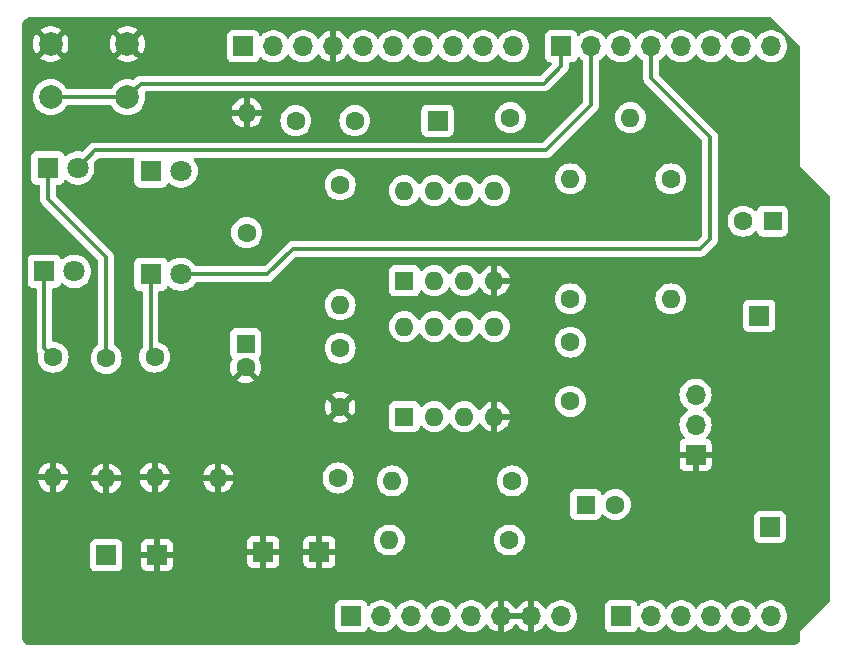
<source format=gbr>
%TF.GenerationSoftware,KiCad,Pcbnew,8.0.1*%
%TF.CreationDate,2024-05-23T19:57:17+02:00*%
%TF.ProjectId,Lab1,4c616231-2e6b-4696-9361-645f70636258,V0.1*%
%TF.SameCoordinates,Original*%
%TF.FileFunction,Copper,L1,Top*%
%TF.FilePolarity,Positive*%
%FSLAX46Y46*%
G04 Gerber Fmt 4.6, Leading zero omitted, Abs format (unit mm)*
G04 Created by KiCad (PCBNEW 8.0.1) date 2024-05-23 19:57:17*
%MOMM*%
%LPD*%
G01*
G04 APERTURE LIST*
%TA.AperFunction,ComponentPad*%
%ADD10C,1.600000*%
%TD*%
%TA.AperFunction,ComponentPad*%
%ADD11O,1.600000X1.600000*%
%TD*%
%TA.AperFunction,ComponentPad*%
%ADD12R,1.700000X1.700000*%
%TD*%
%TA.AperFunction,ComponentPad*%
%ADD13R,1.800000X1.800000*%
%TD*%
%TA.AperFunction,ComponentPad*%
%ADD14C,1.800000*%
%TD*%
%TA.AperFunction,ComponentPad*%
%ADD15R,1.600000X1.600000*%
%TD*%
%TA.AperFunction,ComponentPad*%
%ADD16C,2.000000*%
%TD*%
%TA.AperFunction,ComponentPad*%
%ADD17O,1.700000X1.700000*%
%TD*%
%TA.AperFunction,Conductor*%
%ADD18C,0.300000*%
%TD*%
G04 APERTURE END LIST*
D10*
%TO.P,R3,1*%
%TO.N,Net-(C1-Pad1)*%
X141330000Y-91000000D03*
D11*
%TO.P,R3,2*%
%TO.N,Net-(OP1--)*%
X131170000Y-91000000D03*
%TD*%
D12*
%TO.P,TP2,1,1*%
%TO.N,Net-(OP1-+)*%
X107200000Y-92300000D03*
%TD*%
D10*
%TO.P,R5,1*%
%TO.N,Net-(C5-Pad2)*%
X155000000Y-60420000D03*
D11*
%TO.P,R5,2*%
%TO.N,Net-(OP2--)*%
X155000000Y-70580000D03*
%TD*%
D12*
%TO.P,TP6,1,1*%
%TO.N,Net-(C6-Pad2)*%
X135250000Y-55500000D03*
%TD*%
%TO.P,TP3,1,1*%
%TO.N,Net-(C3-Pad2)*%
X162500000Y-72000000D03*
%TD*%
D10*
%TO.P,R6,1*%
%TO.N,Net-(OP2--)*%
X146500000Y-70580000D03*
D11*
%TO.P,R6,2*%
%TO.N,Net-(C6-Pad2)*%
X146500000Y-60420000D03*
%TD*%
D13*
%TO.P,D3,1,K*%
%TO.N,Net-(D3-K)*%
X110960000Y-68500000D03*
D14*
%TO.P,D3,2,A*%
%TO.N,LED_Green*%
X113500000Y-68500000D03*
%TD*%
D10*
%TO.P,C3,1*%
%TO.N,Net-(OP1--)*%
X146500000Y-79250000D03*
%TO.P,C3,2*%
%TO.N,Net-(C3-Pad2)*%
X146500000Y-74250000D03*
%TD*%
D15*
%TO.P,C1,1*%
%TO.N,Net-(C1-Pad1)*%
X147800000Y-88000000D03*
D10*
%TO.P,C1,2*%
%TO.N,Net-(J1-Pin_2)*%
X150300000Y-88000000D03*
%TD*%
D15*
%TO.P,OP2,1,NC*%
%TO.N,unconnected-(OP2-NC-Pad1)*%
X132450000Y-69050000D03*
D11*
%TO.P,OP2,2,-*%
%TO.N,Net-(OP2--)*%
X134990000Y-69050000D03*
%TO.P,OP2,3,+*%
%TO.N,Net-(OP1-+)*%
X137530000Y-69050000D03*
%TO.P,OP2,4,V-*%
%TO.N,GND*%
X140070000Y-69050000D03*
%TO.P,OP2,5,NC*%
%TO.N,unconnected-(OP2-NC-Pad5)*%
X140070000Y-61430000D03*
%TO.P,OP2,6*%
%TO.N,Net-(C6-Pad2)*%
X137530000Y-61430000D03*
%TO.P,OP2,7,V+*%
%TO.N,VCC*%
X134990000Y-61430000D03*
%TO.P,OP2,8,NC*%
%TO.N,unconnected-(OP2-NC-Pad8)*%
X132450000Y-61430000D03*
%TD*%
D15*
%TO.P,C5,1*%
%TO.N,Net-(C3-Pad2)*%
X163617677Y-64000000D03*
D10*
%TO.P,C5,2*%
%TO.N,Net-(C5-Pad2)*%
X161117677Y-64000000D03*
%TD*%
D15*
%TO.P,OP1,1,NC*%
%TO.N,unconnected-(OP1-NC-Pad1)*%
X132450000Y-80550000D03*
D11*
%TO.P,OP1,2,-*%
%TO.N,Net-(OP1--)*%
X134990000Y-80550000D03*
%TO.P,OP1,3,+*%
%TO.N,Net-(OP1-+)*%
X137530000Y-80550000D03*
%TO.P,OP1,4,V-*%
%TO.N,GND*%
X140070000Y-80550000D03*
%TO.P,OP1,5,NC*%
%TO.N,unconnected-(OP1-NC-Pad5)*%
X140070000Y-72930000D03*
%TO.P,OP1,6*%
%TO.N,Net-(C3-Pad2)*%
X137530000Y-72930000D03*
%TO.P,OP1,7,V+*%
%TO.N,VCC*%
X134990000Y-72930000D03*
%TO.P,OP1,8,NC*%
%TO.N,unconnected-(OP1-NC-Pad8)*%
X132450000Y-72930000D03*
%TD*%
D10*
%TO.P,R4,1*%
%TO.N,Net-(OP1--)*%
X141580000Y-86000000D03*
D11*
%TO.P,R4,2*%
%TO.N,Net-(C3-Pad2)*%
X131420000Y-86000000D03*
%TD*%
D10*
%TO.P,C4,1*%
%TO.N,Net-(OP1-+)*%
X127000000Y-74750000D03*
%TO.P,C4,2*%
%TO.N,GND*%
X127000000Y-79750000D03*
%TD*%
D12*
%TO.P,TP1,1,1*%
%TO.N,Net-(J1-Pin_2)*%
X163400000Y-89900000D03*
%TD*%
D10*
%TO.P,R11,1*%
%TO.N,Net-(D4-K)*%
X119100000Y-64980000D03*
D11*
%TO.P,R11,2*%
%TO.N,GND*%
X119100000Y-54820000D03*
%TD*%
D13*
%TO.P,D2,1,K*%
%TO.N,Net-(D2-K)*%
X101960000Y-68250000D03*
D14*
%TO.P,D2,2,A*%
%TO.N,LED_Orange*%
X104500000Y-68250000D03*
%TD*%
D12*
%TO.P,TP5,1,1*%
%TO.N,GND*%
X120500000Y-92000000D03*
%TD*%
D10*
%TO.P,R2,1*%
%TO.N,Net-(OP1-+)*%
X126830000Y-85750000D03*
D11*
%TO.P,R2,2*%
%TO.N,GND*%
X116670000Y-85750000D03*
%TD*%
D15*
%TO.P,C2,1*%
%TO.N,Net-(OP1-+)*%
X119000000Y-74382323D03*
D10*
%TO.P,C2,2*%
%TO.N,GND*%
X119000000Y-76382323D03*
%TD*%
%TO.P,R9,1*%
%TO.N,Net-(D2-K)*%
X102700000Y-75520000D03*
D11*
%TO.P,R9,2*%
%TO.N,GND*%
X102700000Y-85680000D03*
%TD*%
D12*
%TO.P,TP7,1,1*%
%TO.N,GND*%
X125250000Y-92000000D03*
%TD*%
D13*
%TO.P,D4,1,K*%
%TO.N,Net-(D4-K)*%
X111000000Y-59750000D03*
D14*
%TO.P,D4,2,A*%
%TO.N,VCC*%
X113540000Y-59750000D03*
%TD*%
D16*
%TO.P,SW1,1,1*%
%TO.N,Push_Button*%
X109000000Y-53500000D03*
X102500000Y-53500000D03*
%TO.P,SW1,2,2*%
%TO.N,GND*%
X109000000Y-49000000D03*
X102500000Y-49000000D03*
%TD*%
D13*
%TO.P,D1,1,K*%
%TO.N,Net-(D1-K)*%
X102250000Y-59500000D03*
D14*
%TO.P,D1,2,A*%
%TO.N,LED_Red*%
X104790000Y-59500000D03*
%TD*%
D10*
%TO.P,R10,1*%
%TO.N,Net-(D3-K)*%
X111300000Y-75520000D03*
D11*
%TO.P,R10,2*%
%TO.N,GND*%
X111300000Y-85680000D03*
%TD*%
D10*
%TO.P,R8,1*%
%TO.N,Net-(D1-K)*%
X107200000Y-75620000D03*
D11*
%TO.P,R8,2*%
%TO.N,GND*%
X107200000Y-85780000D03*
%TD*%
D10*
%TO.P,R1,1*%
%TO.N,VCC*%
X127000000Y-60920000D03*
D11*
%TO.P,R1,2*%
%TO.N,Net-(OP1-+)*%
X127000000Y-71080000D03*
%TD*%
D10*
%TO.P,R7,1*%
%TO.N,Net-(C6-Pad2)*%
X141420000Y-55250000D03*
D11*
%TO.P,R7,2*%
%TO.N,/Vout*%
X151580000Y-55250000D03*
%TD*%
D10*
%TO.P,C6,1*%
%TO.N,Net-(OP2--)*%
X123250000Y-55500000D03*
%TO.P,C6,2*%
%TO.N,Net-(C6-Pad2)*%
X128250000Y-55500000D03*
%TD*%
D12*
%TO.P,J1,1,Pin_1*%
%TO.N,GND*%
X157100000Y-83775000D03*
D17*
%TO.P,J1,2,Pin_2*%
%TO.N,Net-(J1-Pin_2)*%
X157100000Y-81235000D03*
%TO.P,J1,3,Pin_3*%
%TO.N,VCC*%
X157100000Y-78695000D03*
%TD*%
D12*
%TO.P,TP4,1,1*%
%TO.N,GND*%
X111500000Y-92250000D03*
%TD*%
%TO.P,J2,1,Pin_1*%
%TO.N,unconnected-(J2-Pin_1-Pad1)*%
X127940000Y-97460000D03*
D17*
%TO.P,J2,2,Pin_2*%
%TO.N,unconnected-(J2-Pin_2-Pad2)*%
X130480000Y-97460000D03*
%TO.P,J2,3,Pin_3*%
%TO.N,unconnected-(J2-Pin_3-Pad3)*%
X133020000Y-97460000D03*
%TO.P,J2,4,Pin_4*%
%TO.N,unconnected-(J2-Pin_4-Pad4)*%
X135560000Y-97460000D03*
%TO.P,J2,5,Pin_5*%
%TO.N,VCC*%
X138100000Y-97460000D03*
%TO.P,J2,6,Pin_6*%
%TO.N,GND*%
X140640000Y-97460000D03*
%TO.P,J2,7,Pin_7*%
X143180000Y-97460000D03*
%TO.P,J2,8,Pin_8*%
%TO.N,unconnected-(J2-Pin_8-Pad8)*%
X145720000Y-97460000D03*
%TD*%
D12*
%TO.P,J3,1,Pin_1*%
%TO.N,/Vout*%
X150800000Y-97460000D03*
D17*
%TO.P,J3,2,Pin_2*%
%TO.N,unconnected-(J3-Pin_2-Pad2)*%
X153340000Y-97460000D03*
%TO.P,J3,3,Pin_3*%
%TO.N,unconnected-(J3-Pin_3-Pad3)*%
X155880000Y-97460000D03*
%TO.P,J3,4,Pin_4*%
%TO.N,unconnected-(J3-Pin_4-Pad4)*%
X158420000Y-97460000D03*
%TO.P,J3,5,Pin_5*%
%TO.N,unconnected-(J3-Pin_5-Pad5)*%
X160960000Y-97460000D03*
%TO.P,J3,6,Pin_6*%
%TO.N,unconnected-(J3-Pin_6-Pad6)*%
X163500000Y-97460000D03*
%TD*%
D12*
%TO.P,J4,1,Pin_1*%
%TO.N,unconnected-(J4-Pin_1-Pad1)*%
X118796000Y-49200000D03*
D17*
%TO.P,J4,2,Pin_2*%
%TO.N,unconnected-(J4-Pin_2-Pad2)*%
X121336000Y-49200000D03*
%TO.P,J4,3,Pin_3*%
%TO.N,unconnected-(J4-Pin_3-Pad3)*%
X123876000Y-49200000D03*
%TO.P,J4,4,Pin_4*%
%TO.N,GND*%
X126416000Y-49200000D03*
%TO.P,J4,5,Pin_5*%
%TO.N,unconnected-(J4-Pin_5-Pad5)*%
X128956000Y-49200000D03*
%TO.P,J4,6,Pin_6*%
%TO.N,unconnected-(J4-Pin_6-Pad6)*%
X131496000Y-49200000D03*
%TO.P,J4,7,Pin_7*%
%TO.N,unconnected-(J4-Pin_7-Pad7)*%
X134036000Y-49200000D03*
%TO.P,J4,8,Pin_8*%
%TO.N,unconnected-(J4-Pin_8-Pad8)*%
X136576000Y-49200000D03*
%TO.P,J4,9,Pin_9*%
%TO.N,unconnected-(J4-Pin_9-Pad9)*%
X139116000Y-49200000D03*
%TO.P,J4,10,Pin_10*%
%TO.N,unconnected-(J4-Pin_10-Pad10)*%
X141656000Y-49200000D03*
%TD*%
D12*
%TO.P,J5,1,Pin_1*%
%TO.N,Push_Button*%
X145720000Y-49200000D03*
D17*
%TO.P,J5,2,Pin_2*%
%TO.N,LED_Red*%
X148260000Y-49200000D03*
%TO.P,J5,3,Pin_3*%
%TO.N,LED_Orange*%
X150800000Y-49200000D03*
%TO.P,J5,4,Pin_4*%
%TO.N,LED_Green*%
X153340000Y-49200000D03*
%TO.P,J5,5,Pin_5*%
%TO.N,unconnected-(J5-Pin_5-Pad5)*%
X155880000Y-49200000D03*
%TO.P,J5,6,Pin_6*%
%TO.N,unconnected-(J5-Pin_6-Pad6)*%
X158420000Y-49200000D03*
%TO.P,J5,7,Pin_7*%
%TO.N,unconnected-(J5-Pin_7-Pad7)*%
X160960000Y-49200000D03*
%TO.P,J5,8,Pin_8*%
%TO.N,unconnected-(J5-Pin_8-Pad8)*%
X163500000Y-49200000D03*
%TD*%
D18*
%TO.N,GND*%
X107100000Y-85680000D02*
X107200000Y-85780000D01*
X111200000Y-85780000D02*
X111300000Y-85680000D01*
%TO.N,Net-(D1-K)*%
X102250000Y-62110000D02*
X107200000Y-67060000D01*
X102250000Y-59500000D02*
X102250000Y-62110000D01*
X107200000Y-67060000D02*
X107200000Y-75620000D01*
%TO.N,LED_Red*%
X104790000Y-59500000D02*
X106280000Y-58010000D01*
X106280000Y-58010000D02*
X144430000Y-58010000D01*
X148260000Y-54180000D02*
X148260000Y-49200000D01*
X144430000Y-58010000D02*
X148260000Y-54180000D01*
%TO.N,Net-(D2-K)*%
X101960000Y-68250000D02*
X101960000Y-74780000D01*
X101960000Y-74780000D02*
X102700000Y-75520000D01*
%TO.N,LED_Green*%
X158340000Y-56880000D02*
X158340000Y-65510000D01*
X158340000Y-65510000D02*
X157510000Y-66340000D01*
X123000000Y-66340000D02*
X120840000Y-68500000D01*
X153340000Y-51880000D02*
X158340000Y-56880000D01*
X120840000Y-68500000D02*
X113500000Y-68500000D01*
X153340000Y-49200000D02*
X153340000Y-51880000D01*
X157510000Y-66340000D02*
X123000000Y-66340000D01*
%TO.N,Net-(D3-K)*%
X110960000Y-75180000D02*
X111300000Y-75520000D01*
X110960000Y-68500000D02*
X110960000Y-75180000D01*
%TO.N,Push_Button*%
X145720000Y-49200000D02*
X145720000Y-50880000D01*
X145720000Y-50880000D02*
X144250000Y-52350000D01*
X102500000Y-53500000D02*
X109000000Y-53500000D01*
X110150000Y-52350000D02*
X109000000Y-53500000D01*
X144250000Y-52350000D02*
X110150000Y-52350000D01*
%TD*%
%TA.AperFunction,Conductor*%
%TO.N,GND*%
G36*
X142714075Y-97267007D02*
G01*
X142680000Y-97394174D01*
X142680000Y-97525826D01*
X142714075Y-97652993D01*
X142746988Y-97710000D01*
X141073012Y-97710000D01*
X141105925Y-97652993D01*
X141140000Y-97525826D01*
X141140000Y-97394174D01*
X141105925Y-97267007D01*
X141073012Y-97210000D01*
X142746988Y-97210000D01*
X142714075Y-97267007D01*
G37*
%TD.AperFunction*%
%TA.AperFunction,Conductor*%
G36*
X163484404Y-46755185D02*
G01*
X163505046Y-46771819D01*
X165928181Y-49194954D01*
X165961666Y-49256277D01*
X165964500Y-49282635D01*
X165964500Y-59344982D01*
X165964500Y-59375018D01*
X165975994Y-59402767D01*
X165975995Y-59402768D01*
X168468181Y-61894954D01*
X168501666Y-61956277D01*
X168504500Y-61982635D01*
X168504500Y-96107364D01*
X168484815Y-96174403D01*
X168468181Y-96195045D01*
X165997233Y-98665994D01*
X165975995Y-98687231D01*
X165964500Y-98714982D01*
X165964500Y-99231907D01*
X165963903Y-99244062D01*
X165952505Y-99359778D01*
X165947763Y-99383618D01*
X165917832Y-99482290D01*
X165915789Y-99489024D01*
X165906486Y-99511482D01*
X165854561Y-99608627D01*
X165841056Y-99628839D01*
X165771176Y-99713988D01*
X165753988Y-99731176D01*
X165668839Y-99801056D01*
X165648627Y-99814561D01*
X165551482Y-99866486D01*
X165529028Y-99875787D01*
X165487028Y-99888528D01*
X165423618Y-99907763D01*
X165399778Y-99912505D01*
X165291162Y-99923203D01*
X165284060Y-99923903D01*
X165271907Y-99924500D01*
X100768093Y-99924500D01*
X100755939Y-99923903D01*
X100747995Y-99923120D01*
X100640221Y-99912505D01*
X100616381Y-99907763D01*
X100599445Y-99902625D01*
X100510968Y-99875786D01*
X100488517Y-99866486D01*
X100391372Y-99814561D01*
X100371160Y-99801056D01*
X100286011Y-99731176D01*
X100268823Y-99713988D01*
X100198943Y-99628839D01*
X100185438Y-99608627D01*
X100133510Y-99511476D01*
X100124215Y-99489037D01*
X100092234Y-99383612D01*
X100087494Y-99359777D01*
X100076097Y-99244061D01*
X100075500Y-99231907D01*
X100075500Y-98358654D01*
X126581500Y-98358654D01*
X126588011Y-98419202D01*
X126588011Y-98419204D01*
X126639111Y-98556204D01*
X126726739Y-98673261D01*
X126843796Y-98760889D01*
X126980799Y-98811989D01*
X127008050Y-98814918D01*
X127041345Y-98818499D01*
X127041362Y-98818500D01*
X128838638Y-98818500D01*
X128838654Y-98818499D01*
X128865692Y-98815591D01*
X128899201Y-98811989D01*
X129036204Y-98760889D01*
X129153261Y-98673261D01*
X129240889Y-98556204D01*
X129286138Y-98434887D01*
X129328009Y-98378956D01*
X129393474Y-98354539D01*
X129461746Y-98369391D01*
X129493545Y-98394236D01*
X129556760Y-98462906D01*
X129734424Y-98601189D01*
X129734425Y-98601189D01*
X129734427Y-98601191D01*
X129861135Y-98669761D01*
X129932426Y-98708342D01*
X130145365Y-98781444D01*
X130367431Y-98818500D01*
X130592569Y-98818500D01*
X130814635Y-98781444D01*
X131027574Y-98708342D01*
X131225576Y-98601189D01*
X131403240Y-98462906D01*
X131524594Y-98331082D01*
X131555715Y-98297276D01*
X131555715Y-98297275D01*
X131555722Y-98297268D01*
X131646193Y-98158790D01*
X131699338Y-98113437D01*
X131768569Y-98104013D01*
X131831905Y-98133515D01*
X131853804Y-98158787D01*
X131944278Y-98297268D01*
X131944283Y-98297273D01*
X131944284Y-98297276D01*
X132070968Y-98434889D01*
X132096760Y-98462906D01*
X132274424Y-98601189D01*
X132274425Y-98601189D01*
X132274427Y-98601191D01*
X132401135Y-98669761D01*
X132472426Y-98708342D01*
X132685365Y-98781444D01*
X132907431Y-98818500D01*
X133132569Y-98818500D01*
X133354635Y-98781444D01*
X133567574Y-98708342D01*
X133765576Y-98601189D01*
X133943240Y-98462906D01*
X134064594Y-98331082D01*
X134095715Y-98297276D01*
X134095715Y-98297275D01*
X134095722Y-98297268D01*
X134186193Y-98158790D01*
X134239338Y-98113437D01*
X134308569Y-98104013D01*
X134371905Y-98133515D01*
X134393804Y-98158787D01*
X134484278Y-98297268D01*
X134484283Y-98297273D01*
X134484284Y-98297276D01*
X134610968Y-98434889D01*
X134636760Y-98462906D01*
X134814424Y-98601189D01*
X134814425Y-98601189D01*
X134814427Y-98601191D01*
X134941135Y-98669761D01*
X135012426Y-98708342D01*
X135225365Y-98781444D01*
X135447431Y-98818500D01*
X135672569Y-98818500D01*
X135894635Y-98781444D01*
X136107574Y-98708342D01*
X136305576Y-98601189D01*
X136483240Y-98462906D01*
X136604594Y-98331082D01*
X136635715Y-98297276D01*
X136635715Y-98297275D01*
X136635722Y-98297268D01*
X136726193Y-98158790D01*
X136779338Y-98113437D01*
X136848569Y-98104013D01*
X136911905Y-98133515D01*
X136933804Y-98158787D01*
X137024278Y-98297268D01*
X137024283Y-98297273D01*
X137024284Y-98297276D01*
X137150968Y-98434889D01*
X137176760Y-98462906D01*
X137354424Y-98601189D01*
X137354425Y-98601189D01*
X137354427Y-98601191D01*
X137481135Y-98669761D01*
X137552426Y-98708342D01*
X137765365Y-98781444D01*
X137987431Y-98818500D01*
X138212569Y-98818500D01*
X138434635Y-98781444D01*
X138647574Y-98708342D01*
X138845576Y-98601189D01*
X139023240Y-98462906D01*
X139144594Y-98331082D01*
X139175715Y-98297276D01*
X139175715Y-98297275D01*
X139175722Y-98297268D01*
X139269749Y-98153347D01*
X139322894Y-98107994D01*
X139392125Y-98098570D01*
X139455461Y-98128072D01*
X139475130Y-98150048D01*
X139601890Y-98331078D01*
X139768917Y-98498105D01*
X139962421Y-98633600D01*
X140176507Y-98733429D01*
X140176516Y-98733433D01*
X140390000Y-98790634D01*
X140390000Y-97893012D01*
X140447007Y-97925925D01*
X140574174Y-97960000D01*
X140705826Y-97960000D01*
X140832993Y-97925925D01*
X140890000Y-97893012D01*
X140890000Y-98790633D01*
X141103483Y-98733433D01*
X141103492Y-98733429D01*
X141317578Y-98633600D01*
X141511082Y-98498105D01*
X141678105Y-98331082D01*
X141808425Y-98144968D01*
X141863002Y-98101344D01*
X141932501Y-98094151D01*
X141994855Y-98125673D01*
X142011575Y-98144968D01*
X142141894Y-98331082D01*
X142308917Y-98498105D01*
X142502421Y-98633600D01*
X142716507Y-98733429D01*
X142716516Y-98733433D01*
X142930000Y-98790634D01*
X142930000Y-97893012D01*
X142987007Y-97925925D01*
X143114174Y-97960000D01*
X143245826Y-97960000D01*
X143372993Y-97925925D01*
X143430000Y-97893012D01*
X143430000Y-98790633D01*
X143643483Y-98733433D01*
X143643492Y-98733429D01*
X143857578Y-98633600D01*
X144051082Y-98498105D01*
X144218105Y-98331082D01*
X144344868Y-98150048D01*
X144399445Y-98106423D01*
X144468944Y-98099231D01*
X144531298Y-98130753D01*
X144550251Y-98153350D01*
X144644276Y-98297265D01*
X144644284Y-98297276D01*
X144770968Y-98434889D01*
X144796760Y-98462906D01*
X144974424Y-98601189D01*
X144974425Y-98601189D01*
X144974427Y-98601191D01*
X145101135Y-98669761D01*
X145172426Y-98708342D01*
X145385365Y-98781444D01*
X145607431Y-98818500D01*
X145832569Y-98818500D01*
X146054635Y-98781444D01*
X146267574Y-98708342D01*
X146465576Y-98601189D01*
X146643240Y-98462906D01*
X146739212Y-98358654D01*
X149441500Y-98358654D01*
X149448011Y-98419202D01*
X149448011Y-98419204D01*
X149499111Y-98556204D01*
X149586739Y-98673261D01*
X149703796Y-98760889D01*
X149840799Y-98811989D01*
X149868050Y-98814918D01*
X149901345Y-98818499D01*
X149901362Y-98818500D01*
X151698638Y-98818500D01*
X151698654Y-98818499D01*
X151725692Y-98815591D01*
X151759201Y-98811989D01*
X151896204Y-98760889D01*
X152013261Y-98673261D01*
X152100889Y-98556204D01*
X152146138Y-98434887D01*
X152188009Y-98378956D01*
X152253474Y-98354539D01*
X152321746Y-98369391D01*
X152353545Y-98394236D01*
X152416760Y-98462906D01*
X152594424Y-98601189D01*
X152594425Y-98601189D01*
X152594427Y-98601191D01*
X152721135Y-98669761D01*
X152792426Y-98708342D01*
X153005365Y-98781444D01*
X153227431Y-98818500D01*
X153452569Y-98818500D01*
X153674635Y-98781444D01*
X153887574Y-98708342D01*
X154085576Y-98601189D01*
X154263240Y-98462906D01*
X154384594Y-98331082D01*
X154415715Y-98297276D01*
X154415715Y-98297275D01*
X154415722Y-98297268D01*
X154506193Y-98158790D01*
X154559338Y-98113437D01*
X154628569Y-98104013D01*
X154691905Y-98133515D01*
X154713804Y-98158787D01*
X154804278Y-98297268D01*
X154804283Y-98297273D01*
X154804284Y-98297276D01*
X154930968Y-98434889D01*
X154956760Y-98462906D01*
X155134424Y-98601189D01*
X155134425Y-98601189D01*
X155134427Y-98601191D01*
X155261135Y-98669761D01*
X155332426Y-98708342D01*
X155545365Y-98781444D01*
X155767431Y-98818500D01*
X155992569Y-98818500D01*
X156214635Y-98781444D01*
X156427574Y-98708342D01*
X156625576Y-98601189D01*
X156803240Y-98462906D01*
X156924594Y-98331082D01*
X156955715Y-98297276D01*
X156955715Y-98297275D01*
X156955722Y-98297268D01*
X157046193Y-98158790D01*
X157099338Y-98113437D01*
X157168569Y-98104013D01*
X157231905Y-98133515D01*
X157253804Y-98158787D01*
X157344278Y-98297268D01*
X157344283Y-98297273D01*
X157344284Y-98297276D01*
X157470968Y-98434889D01*
X157496760Y-98462906D01*
X157674424Y-98601189D01*
X157674425Y-98601189D01*
X157674427Y-98601191D01*
X157801135Y-98669761D01*
X157872426Y-98708342D01*
X158085365Y-98781444D01*
X158307431Y-98818500D01*
X158532569Y-98818500D01*
X158754635Y-98781444D01*
X158967574Y-98708342D01*
X159165576Y-98601189D01*
X159343240Y-98462906D01*
X159464594Y-98331082D01*
X159495715Y-98297276D01*
X159495715Y-98297275D01*
X159495722Y-98297268D01*
X159586193Y-98158790D01*
X159639338Y-98113437D01*
X159708569Y-98104013D01*
X159771905Y-98133515D01*
X159793804Y-98158787D01*
X159884278Y-98297268D01*
X159884283Y-98297273D01*
X159884284Y-98297276D01*
X160010968Y-98434889D01*
X160036760Y-98462906D01*
X160214424Y-98601189D01*
X160214425Y-98601189D01*
X160214427Y-98601191D01*
X160341135Y-98669761D01*
X160412426Y-98708342D01*
X160625365Y-98781444D01*
X160847431Y-98818500D01*
X161072569Y-98818500D01*
X161294635Y-98781444D01*
X161507574Y-98708342D01*
X161705576Y-98601189D01*
X161883240Y-98462906D01*
X162004594Y-98331082D01*
X162035715Y-98297276D01*
X162035715Y-98297275D01*
X162035722Y-98297268D01*
X162126193Y-98158790D01*
X162179338Y-98113437D01*
X162248569Y-98104013D01*
X162311905Y-98133515D01*
X162333804Y-98158787D01*
X162424278Y-98297268D01*
X162424283Y-98297273D01*
X162424284Y-98297276D01*
X162550968Y-98434889D01*
X162576760Y-98462906D01*
X162754424Y-98601189D01*
X162754425Y-98601189D01*
X162754427Y-98601191D01*
X162881135Y-98669761D01*
X162952426Y-98708342D01*
X163165365Y-98781444D01*
X163387431Y-98818500D01*
X163612569Y-98818500D01*
X163834635Y-98781444D01*
X164047574Y-98708342D01*
X164245576Y-98601189D01*
X164423240Y-98462906D01*
X164544594Y-98331082D01*
X164575715Y-98297276D01*
X164575717Y-98297273D01*
X164575722Y-98297268D01*
X164698860Y-98108791D01*
X164789296Y-97902616D01*
X164844564Y-97684368D01*
X164847164Y-97652993D01*
X164863156Y-97460005D01*
X164863156Y-97459994D01*
X164844565Y-97235640D01*
X164844563Y-97235628D01*
X164789296Y-97017385D01*
X164779071Y-96994075D01*
X164698860Y-96811209D01*
X164682706Y-96786484D01*
X164575723Y-96622734D01*
X164575715Y-96622723D01*
X164423243Y-96457097D01*
X164423238Y-96457092D01*
X164245577Y-96318812D01*
X164245572Y-96318808D01*
X164047580Y-96211661D01*
X164047577Y-96211659D01*
X164047574Y-96211658D01*
X164047571Y-96211657D01*
X164047569Y-96211656D01*
X163834637Y-96138556D01*
X163612569Y-96101500D01*
X163387431Y-96101500D01*
X163165362Y-96138556D01*
X162952430Y-96211656D01*
X162952419Y-96211661D01*
X162754427Y-96318808D01*
X162754422Y-96318812D01*
X162576761Y-96457092D01*
X162576756Y-96457097D01*
X162424284Y-96622723D01*
X162424276Y-96622734D01*
X162333808Y-96761206D01*
X162280662Y-96806562D01*
X162211431Y-96815986D01*
X162148095Y-96786484D01*
X162126192Y-96761206D01*
X162035723Y-96622734D01*
X162035715Y-96622723D01*
X161883243Y-96457097D01*
X161883238Y-96457092D01*
X161705577Y-96318812D01*
X161705572Y-96318808D01*
X161507580Y-96211661D01*
X161507577Y-96211659D01*
X161507574Y-96211658D01*
X161507571Y-96211657D01*
X161507569Y-96211656D01*
X161294637Y-96138556D01*
X161072569Y-96101500D01*
X160847431Y-96101500D01*
X160625362Y-96138556D01*
X160412430Y-96211656D01*
X160412419Y-96211661D01*
X160214427Y-96318808D01*
X160214422Y-96318812D01*
X160036761Y-96457092D01*
X160036756Y-96457097D01*
X159884284Y-96622723D01*
X159884276Y-96622734D01*
X159793808Y-96761206D01*
X159740662Y-96806562D01*
X159671431Y-96815986D01*
X159608095Y-96786484D01*
X159586192Y-96761206D01*
X159495723Y-96622734D01*
X159495715Y-96622723D01*
X159343243Y-96457097D01*
X159343238Y-96457092D01*
X159165577Y-96318812D01*
X159165572Y-96318808D01*
X158967580Y-96211661D01*
X158967577Y-96211659D01*
X158967574Y-96211658D01*
X158967571Y-96211657D01*
X158967569Y-96211656D01*
X158754637Y-96138556D01*
X158532569Y-96101500D01*
X158307431Y-96101500D01*
X158085362Y-96138556D01*
X157872430Y-96211656D01*
X157872419Y-96211661D01*
X157674427Y-96318808D01*
X157674422Y-96318812D01*
X157496761Y-96457092D01*
X157496756Y-96457097D01*
X157344284Y-96622723D01*
X157344276Y-96622734D01*
X157253808Y-96761206D01*
X157200662Y-96806562D01*
X157131431Y-96815986D01*
X157068095Y-96786484D01*
X157046192Y-96761206D01*
X156955723Y-96622734D01*
X156955715Y-96622723D01*
X156803243Y-96457097D01*
X156803238Y-96457092D01*
X156625577Y-96318812D01*
X156625572Y-96318808D01*
X156427580Y-96211661D01*
X156427577Y-96211659D01*
X156427574Y-96211658D01*
X156427571Y-96211657D01*
X156427569Y-96211656D01*
X156214637Y-96138556D01*
X155992569Y-96101500D01*
X155767431Y-96101500D01*
X155545362Y-96138556D01*
X155332430Y-96211656D01*
X155332419Y-96211661D01*
X155134427Y-96318808D01*
X155134422Y-96318812D01*
X154956761Y-96457092D01*
X154956756Y-96457097D01*
X154804284Y-96622723D01*
X154804276Y-96622734D01*
X154713808Y-96761206D01*
X154660662Y-96806562D01*
X154591431Y-96815986D01*
X154528095Y-96786484D01*
X154506192Y-96761206D01*
X154415723Y-96622734D01*
X154415715Y-96622723D01*
X154263243Y-96457097D01*
X154263238Y-96457092D01*
X154085577Y-96318812D01*
X154085572Y-96318808D01*
X153887580Y-96211661D01*
X153887577Y-96211659D01*
X153887574Y-96211658D01*
X153887571Y-96211657D01*
X153887569Y-96211656D01*
X153674637Y-96138556D01*
X153452569Y-96101500D01*
X153227431Y-96101500D01*
X153005362Y-96138556D01*
X152792430Y-96211656D01*
X152792419Y-96211661D01*
X152594427Y-96318808D01*
X152594422Y-96318812D01*
X152416761Y-96457092D01*
X152353548Y-96525760D01*
X152293661Y-96561750D01*
X152223823Y-96559649D01*
X152166207Y-96520124D01*
X152146138Y-96485110D01*
X152100889Y-96363796D01*
X152067214Y-96318812D01*
X152013261Y-96246739D01*
X151896204Y-96159111D01*
X151895172Y-96158726D01*
X151759203Y-96108011D01*
X151698654Y-96101500D01*
X151698638Y-96101500D01*
X149901362Y-96101500D01*
X149901345Y-96101500D01*
X149840797Y-96108011D01*
X149840795Y-96108011D01*
X149703795Y-96159111D01*
X149586739Y-96246739D01*
X149499111Y-96363795D01*
X149448011Y-96500795D01*
X149448011Y-96500797D01*
X149441500Y-96561345D01*
X149441500Y-98358654D01*
X146739212Y-98358654D01*
X146764594Y-98331082D01*
X146795715Y-98297276D01*
X146795717Y-98297273D01*
X146795722Y-98297268D01*
X146918860Y-98108791D01*
X147009296Y-97902616D01*
X147064564Y-97684368D01*
X147067164Y-97652993D01*
X147083156Y-97460005D01*
X147083156Y-97459994D01*
X147064565Y-97235640D01*
X147064563Y-97235628D01*
X147009296Y-97017385D01*
X146999071Y-96994075D01*
X146918860Y-96811209D01*
X146902706Y-96786484D01*
X146795723Y-96622734D01*
X146795715Y-96622723D01*
X146643243Y-96457097D01*
X146643238Y-96457092D01*
X146465577Y-96318812D01*
X146465572Y-96318808D01*
X146267580Y-96211661D01*
X146267577Y-96211659D01*
X146267574Y-96211658D01*
X146267571Y-96211657D01*
X146267569Y-96211656D01*
X146054637Y-96138556D01*
X145832569Y-96101500D01*
X145607431Y-96101500D01*
X145385362Y-96138556D01*
X145172430Y-96211656D01*
X145172419Y-96211661D01*
X144974427Y-96318808D01*
X144974422Y-96318812D01*
X144796761Y-96457092D01*
X144796756Y-96457097D01*
X144644284Y-96622723D01*
X144644276Y-96622734D01*
X144550251Y-96766650D01*
X144497105Y-96812007D01*
X144427873Y-96821430D01*
X144364538Y-96791928D01*
X144344868Y-96769951D01*
X144218113Y-96588926D01*
X144218108Y-96588920D01*
X144051082Y-96421894D01*
X143857578Y-96286399D01*
X143643492Y-96186570D01*
X143643486Y-96186567D01*
X143430000Y-96129364D01*
X143430000Y-97026988D01*
X143372993Y-96994075D01*
X143245826Y-96960000D01*
X143114174Y-96960000D01*
X142987007Y-96994075D01*
X142930000Y-97026988D01*
X142930000Y-96129364D01*
X142929999Y-96129364D01*
X142716513Y-96186567D01*
X142716507Y-96186570D01*
X142502422Y-96286399D01*
X142502420Y-96286400D01*
X142308926Y-96421886D01*
X142308920Y-96421891D01*
X142141891Y-96588920D01*
X142141890Y-96588922D01*
X142011575Y-96775031D01*
X141956998Y-96818655D01*
X141887499Y-96825848D01*
X141825145Y-96794326D01*
X141808425Y-96775031D01*
X141678109Y-96588922D01*
X141678108Y-96588920D01*
X141511082Y-96421894D01*
X141317578Y-96286399D01*
X141103492Y-96186570D01*
X141103486Y-96186567D01*
X140890000Y-96129364D01*
X140890000Y-97026988D01*
X140832993Y-96994075D01*
X140705826Y-96960000D01*
X140574174Y-96960000D01*
X140447007Y-96994075D01*
X140390000Y-97026988D01*
X140390000Y-96129364D01*
X140389999Y-96129364D01*
X140176513Y-96186567D01*
X140176507Y-96186570D01*
X139962422Y-96286399D01*
X139962420Y-96286400D01*
X139768926Y-96421886D01*
X139768920Y-96421891D01*
X139601891Y-96588920D01*
X139601890Y-96588922D01*
X139475131Y-96769952D01*
X139420554Y-96813577D01*
X139351055Y-96820769D01*
X139288701Y-96789247D01*
X139269752Y-96766656D01*
X139175722Y-96622732D01*
X139175715Y-96622725D01*
X139175715Y-96622723D01*
X139023243Y-96457097D01*
X139023238Y-96457092D01*
X138845577Y-96318812D01*
X138845572Y-96318808D01*
X138647580Y-96211661D01*
X138647577Y-96211659D01*
X138647574Y-96211658D01*
X138647571Y-96211657D01*
X138647569Y-96211656D01*
X138434637Y-96138556D01*
X138212569Y-96101500D01*
X137987431Y-96101500D01*
X137765362Y-96138556D01*
X137552430Y-96211656D01*
X137552419Y-96211661D01*
X137354427Y-96318808D01*
X137354422Y-96318812D01*
X137176761Y-96457092D01*
X137176756Y-96457097D01*
X137024284Y-96622723D01*
X137024276Y-96622734D01*
X136933808Y-96761206D01*
X136880662Y-96806562D01*
X136811431Y-96815986D01*
X136748095Y-96786484D01*
X136726192Y-96761206D01*
X136635723Y-96622734D01*
X136635715Y-96622723D01*
X136483243Y-96457097D01*
X136483238Y-96457092D01*
X136305577Y-96318812D01*
X136305572Y-96318808D01*
X136107580Y-96211661D01*
X136107577Y-96211659D01*
X136107574Y-96211658D01*
X136107571Y-96211657D01*
X136107569Y-96211656D01*
X135894637Y-96138556D01*
X135672569Y-96101500D01*
X135447431Y-96101500D01*
X135225362Y-96138556D01*
X135012430Y-96211656D01*
X135012419Y-96211661D01*
X134814427Y-96318808D01*
X134814422Y-96318812D01*
X134636761Y-96457092D01*
X134636756Y-96457097D01*
X134484284Y-96622723D01*
X134484276Y-96622734D01*
X134393808Y-96761206D01*
X134340662Y-96806562D01*
X134271431Y-96815986D01*
X134208095Y-96786484D01*
X134186192Y-96761206D01*
X134095723Y-96622734D01*
X134095715Y-96622723D01*
X133943243Y-96457097D01*
X133943238Y-96457092D01*
X133765577Y-96318812D01*
X133765572Y-96318808D01*
X133567580Y-96211661D01*
X133567577Y-96211659D01*
X133567574Y-96211658D01*
X133567571Y-96211657D01*
X133567569Y-96211656D01*
X133354637Y-96138556D01*
X133132569Y-96101500D01*
X132907431Y-96101500D01*
X132685362Y-96138556D01*
X132472430Y-96211656D01*
X132472419Y-96211661D01*
X132274427Y-96318808D01*
X132274422Y-96318812D01*
X132096761Y-96457092D01*
X132096756Y-96457097D01*
X131944284Y-96622723D01*
X131944276Y-96622734D01*
X131853808Y-96761206D01*
X131800662Y-96806562D01*
X131731431Y-96815986D01*
X131668095Y-96786484D01*
X131646192Y-96761206D01*
X131555723Y-96622734D01*
X131555715Y-96622723D01*
X131403243Y-96457097D01*
X131403238Y-96457092D01*
X131225577Y-96318812D01*
X131225572Y-96318808D01*
X131027580Y-96211661D01*
X131027577Y-96211659D01*
X131027574Y-96211658D01*
X131027571Y-96211657D01*
X131027569Y-96211656D01*
X130814637Y-96138556D01*
X130592569Y-96101500D01*
X130367431Y-96101500D01*
X130145362Y-96138556D01*
X129932430Y-96211656D01*
X129932419Y-96211661D01*
X129734427Y-96318808D01*
X129734422Y-96318812D01*
X129556761Y-96457092D01*
X129493548Y-96525760D01*
X129433661Y-96561750D01*
X129363823Y-96559649D01*
X129306207Y-96520124D01*
X129286138Y-96485110D01*
X129240889Y-96363796D01*
X129207214Y-96318812D01*
X129153261Y-96246739D01*
X129036204Y-96159111D01*
X129035172Y-96158726D01*
X128899203Y-96108011D01*
X128838654Y-96101500D01*
X128838638Y-96101500D01*
X127041362Y-96101500D01*
X127041345Y-96101500D01*
X126980797Y-96108011D01*
X126980795Y-96108011D01*
X126843795Y-96159111D01*
X126726739Y-96246739D01*
X126639111Y-96363795D01*
X126588011Y-96500795D01*
X126588011Y-96500797D01*
X126581500Y-96561345D01*
X126581500Y-98358654D01*
X100075500Y-98358654D01*
X100075500Y-93198654D01*
X105841500Y-93198654D01*
X105848011Y-93259202D01*
X105848011Y-93259204D01*
X105899111Y-93396204D01*
X105986739Y-93513261D01*
X106103796Y-93600889D01*
X106240799Y-93651989D01*
X106268050Y-93654918D01*
X106301345Y-93658499D01*
X106301362Y-93658500D01*
X108098638Y-93658500D01*
X108098654Y-93658499D01*
X108125692Y-93655591D01*
X108159201Y-93651989D01*
X108296204Y-93600889D01*
X108413261Y-93513261D01*
X108500889Y-93396204D01*
X108551989Y-93259201D01*
X108555591Y-93225692D01*
X108558499Y-93198654D01*
X108558500Y-93198637D01*
X108558500Y-93147844D01*
X110150000Y-93147844D01*
X110156401Y-93207372D01*
X110156403Y-93207379D01*
X110206645Y-93342086D01*
X110206649Y-93342093D01*
X110292809Y-93457187D01*
X110292812Y-93457190D01*
X110407906Y-93543350D01*
X110407913Y-93543354D01*
X110542620Y-93593596D01*
X110542627Y-93593598D01*
X110602155Y-93599999D01*
X110602172Y-93600000D01*
X111250000Y-93600000D01*
X111250000Y-92683012D01*
X111307007Y-92715925D01*
X111434174Y-92750000D01*
X111565826Y-92750000D01*
X111692993Y-92715925D01*
X111750000Y-92683012D01*
X111750000Y-93600000D01*
X112397828Y-93600000D01*
X112397844Y-93599999D01*
X112457372Y-93593598D01*
X112457379Y-93593596D01*
X112592086Y-93543354D01*
X112592093Y-93543350D01*
X112707187Y-93457190D01*
X112707190Y-93457187D01*
X112793350Y-93342093D01*
X112793354Y-93342086D01*
X112843596Y-93207379D01*
X112843598Y-93207372D01*
X112849999Y-93147844D01*
X112850000Y-93147827D01*
X112850000Y-92897844D01*
X119150000Y-92897844D01*
X119156401Y-92957372D01*
X119156403Y-92957379D01*
X119206645Y-93092086D01*
X119206649Y-93092093D01*
X119292809Y-93207187D01*
X119292812Y-93207190D01*
X119407906Y-93293350D01*
X119407913Y-93293354D01*
X119542620Y-93343596D01*
X119542627Y-93343598D01*
X119602155Y-93349999D01*
X119602172Y-93350000D01*
X120250000Y-93350000D01*
X120250000Y-92433012D01*
X120307007Y-92465925D01*
X120434174Y-92500000D01*
X120565826Y-92500000D01*
X120692993Y-92465925D01*
X120750000Y-92433012D01*
X120750000Y-93350000D01*
X121397828Y-93350000D01*
X121397844Y-93349999D01*
X121457372Y-93343598D01*
X121457379Y-93343596D01*
X121592086Y-93293354D01*
X121592093Y-93293350D01*
X121707187Y-93207190D01*
X121707190Y-93207187D01*
X121793350Y-93092093D01*
X121793354Y-93092086D01*
X121843596Y-92957379D01*
X121843598Y-92957372D01*
X121849999Y-92897844D01*
X123900000Y-92897844D01*
X123906401Y-92957372D01*
X123906403Y-92957379D01*
X123956645Y-93092086D01*
X123956649Y-93092093D01*
X124042809Y-93207187D01*
X124042812Y-93207190D01*
X124157906Y-93293350D01*
X124157913Y-93293354D01*
X124292620Y-93343596D01*
X124292627Y-93343598D01*
X124352155Y-93349999D01*
X124352172Y-93350000D01*
X125000000Y-93350000D01*
X125000000Y-92433012D01*
X125057007Y-92465925D01*
X125184174Y-92500000D01*
X125315826Y-92500000D01*
X125442993Y-92465925D01*
X125500000Y-92433012D01*
X125500000Y-93350000D01*
X126147828Y-93350000D01*
X126147844Y-93349999D01*
X126207372Y-93343598D01*
X126207379Y-93343596D01*
X126342086Y-93293354D01*
X126342093Y-93293350D01*
X126457187Y-93207190D01*
X126457190Y-93207187D01*
X126543350Y-93092093D01*
X126543354Y-93092086D01*
X126593596Y-92957379D01*
X126593598Y-92957372D01*
X126599999Y-92897844D01*
X126600000Y-92897827D01*
X126600000Y-92250000D01*
X125683012Y-92250000D01*
X125715925Y-92192993D01*
X125750000Y-92065826D01*
X125750000Y-91934174D01*
X125715925Y-91807007D01*
X125683012Y-91750000D01*
X126600000Y-91750000D01*
X126600000Y-91102172D01*
X126599999Y-91102155D01*
X126593598Y-91042627D01*
X126593596Y-91042620D01*
X126577700Y-91000001D01*
X129856502Y-91000001D01*
X129876456Y-91228081D01*
X129876457Y-91228089D01*
X129935714Y-91449238D01*
X129935718Y-91449249D01*
X130032475Y-91656745D01*
X130032477Y-91656749D01*
X130163802Y-91844300D01*
X130325700Y-92006198D01*
X130513251Y-92137523D01*
X130613295Y-92184174D01*
X130720750Y-92234281D01*
X130720752Y-92234281D01*
X130720757Y-92234284D01*
X130941913Y-92293543D01*
X131104832Y-92307796D01*
X131169998Y-92313498D01*
X131170000Y-92313498D01*
X131170002Y-92313498D01*
X131227021Y-92308509D01*
X131398087Y-92293543D01*
X131619243Y-92234284D01*
X131826749Y-92137523D01*
X132014300Y-92006198D01*
X132176198Y-91844300D01*
X132307523Y-91656749D01*
X132404284Y-91449243D01*
X132463543Y-91228087D01*
X132483498Y-91000001D01*
X140016502Y-91000001D01*
X140036456Y-91228081D01*
X140036457Y-91228089D01*
X140095714Y-91449238D01*
X140095718Y-91449249D01*
X140192475Y-91656745D01*
X140192477Y-91656749D01*
X140323802Y-91844300D01*
X140485700Y-92006198D01*
X140673251Y-92137523D01*
X140773295Y-92184174D01*
X140880750Y-92234281D01*
X140880752Y-92234281D01*
X140880757Y-92234284D01*
X141101913Y-92293543D01*
X141264832Y-92307796D01*
X141329998Y-92313498D01*
X141330000Y-92313498D01*
X141330002Y-92313498D01*
X141387021Y-92308509D01*
X141558087Y-92293543D01*
X141779243Y-92234284D01*
X141986749Y-92137523D01*
X142174300Y-92006198D01*
X142336198Y-91844300D01*
X142467523Y-91656749D01*
X142564284Y-91449243D01*
X142623543Y-91228087D01*
X142643498Y-91000000D01*
X142625883Y-90798654D01*
X162041500Y-90798654D01*
X162048011Y-90859202D01*
X162048011Y-90859204D01*
X162099111Y-90996204D01*
X162186739Y-91113261D01*
X162303796Y-91200889D01*
X162440799Y-91251989D01*
X162468050Y-91254918D01*
X162501345Y-91258499D01*
X162501362Y-91258500D01*
X164298638Y-91258500D01*
X164298654Y-91258499D01*
X164325692Y-91255591D01*
X164359201Y-91251989D01*
X164496204Y-91200889D01*
X164613261Y-91113261D01*
X164700889Y-90996204D01*
X164751989Y-90859201D01*
X164755591Y-90825692D01*
X164758499Y-90798654D01*
X164758500Y-90798637D01*
X164758500Y-89001362D01*
X164758499Y-89001345D01*
X164755157Y-88970270D01*
X164751989Y-88940799D01*
X164740203Y-88909201D01*
X164717614Y-88848638D01*
X164700889Y-88803796D01*
X164613261Y-88686739D01*
X164496204Y-88599111D01*
X164359203Y-88548011D01*
X164298654Y-88541500D01*
X164298638Y-88541500D01*
X162501362Y-88541500D01*
X162501345Y-88541500D01*
X162440797Y-88548011D01*
X162440795Y-88548011D01*
X162303795Y-88599111D01*
X162186739Y-88686739D01*
X162099111Y-88803795D01*
X162048011Y-88940795D01*
X162048011Y-88940797D01*
X162041500Y-89001345D01*
X162041500Y-90798654D01*
X142625883Y-90798654D01*
X142623543Y-90771913D01*
X142564284Y-90550757D01*
X142467523Y-90343251D01*
X142336198Y-90155700D01*
X142174300Y-89993802D01*
X141986749Y-89862477D01*
X141986745Y-89862475D01*
X141779249Y-89765718D01*
X141779238Y-89765714D01*
X141558089Y-89706457D01*
X141558081Y-89706456D01*
X141330002Y-89686502D01*
X141329998Y-89686502D01*
X141101918Y-89706456D01*
X141101910Y-89706457D01*
X140880761Y-89765714D01*
X140880750Y-89765718D01*
X140673254Y-89862475D01*
X140673252Y-89862476D01*
X140673251Y-89862477D01*
X140485700Y-89993802D01*
X140485698Y-89993803D01*
X140485695Y-89993806D01*
X140323806Y-90155695D01*
X140192476Y-90343252D01*
X140192475Y-90343254D01*
X140095718Y-90550750D01*
X140095714Y-90550761D01*
X140036457Y-90771910D01*
X140036456Y-90771918D01*
X140016502Y-90999998D01*
X140016502Y-91000001D01*
X132483498Y-91000001D01*
X132483498Y-91000000D01*
X132463543Y-90771913D01*
X132404284Y-90550757D01*
X132307523Y-90343251D01*
X132176198Y-90155700D01*
X132014300Y-89993802D01*
X131826749Y-89862477D01*
X131826745Y-89862475D01*
X131619249Y-89765718D01*
X131619238Y-89765714D01*
X131398089Y-89706457D01*
X131398081Y-89706456D01*
X131170002Y-89686502D01*
X131169998Y-89686502D01*
X130941918Y-89706456D01*
X130941910Y-89706457D01*
X130720761Y-89765714D01*
X130720750Y-89765718D01*
X130513254Y-89862475D01*
X130513252Y-89862476D01*
X130513251Y-89862477D01*
X130325700Y-89993802D01*
X130325698Y-89993803D01*
X130325695Y-89993806D01*
X130163806Y-90155695D01*
X130032476Y-90343252D01*
X130032475Y-90343254D01*
X129935718Y-90550750D01*
X129935714Y-90550761D01*
X129876457Y-90771910D01*
X129876456Y-90771918D01*
X129856502Y-90999998D01*
X129856502Y-91000001D01*
X126577700Y-91000001D01*
X126543354Y-90907913D01*
X126543350Y-90907906D01*
X126457190Y-90792812D01*
X126457187Y-90792809D01*
X126342093Y-90706649D01*
X126342086Y-90706645D01*
X126207379Y-90656403D01*
X126207372Y-90656401D01*
X126147844Y-90650000D01*
X125500000Y-90650000D01*
X125500000Y-91566988D01*
X125442993Y-91534075D01*
X125315826Y-91500000D01*
X125184174Y-91500000D01*
X125057007Y-91534075D01*
X125000000Y-91566988D01*
X125000000Y-90650000D01*
X124352155Y-90650000D01*
X124292627Y-90656401D01*
X124292620Y-90656403D01*
X124157913Y-90706645D01*
X124157906Y-90706649D01*
X124042812Y-90792809D01*
X124042809Y-90792812D01*
X123956649Y-90907906D01*
X123956645Y-90907913D01*
X123906403Y-91042620D01*
X123906401Y-91042627D01*
X123900000Y-91102155D01*
X123900000Y-91750000D01*
X124816988Y-91750000D01*
X124784075Y-91807007D01*
X124750000Y-91934174D01*
X124750000Y-92065826D01*
X124784075Y-92192993D01*
X124816988Y-92250000D01*
X123900000Y-92250000D01*
X123900000Y-92897844D01*
X121849999Y-92897844D01*
X121850000Y-92897827D01*
X121850000Y-92250000D01*
X120933012Y-92250000D01*
X120965925Y-92192993D01*
X121000000Y-92065826D01*
X121000000Y-91934174D01*
X120965925Y-91807007D01*
X120933012Y-91750000D01*
X121850000Y-91750000D01*
X121850000Y-91102172D01*
X121849999Y-91102155D01*
X121843598Y-91042627D01*
X121843596Y-91042620D01*
X121793354Y-90907913D01*
X121793350Y-90907906D01*
X121707190Y-90792812D01*
X121707187Y-90792809D01*
X121592093Y-90706649D01*
X121592086Y-90706645D01*
X121457379Y-90656403D01*
X121457372Y-90656401D01*
X121397844Y-90650000D01*
X120750000Y-90650000D01*
X120750000Y-91566988D01*
X120692993Y-91534075D01*
X120565826Y-91500000D01*
X120434174Y-91500000D01*
X120307007Y-91534075D01*
X120250000Y-91566988D01*
X120250000Y-90650000D01*
X119602155Y-90650000D01*
X119542627Y-90656401D01*
X119542620Y-90656403D01*
X119407913Y-90706645D01*
X119407906Y-90706649D01*
X119292812Y-90792809D01*
X119292809Y-90792812D01*
X119206649Y-90907906D01*
X119206645Y-90907913D01*
X119156403Y-91042620D01*
X119156401Y-91042627D01*
X119150000Y-91102155D01*
X119150000Y-91750000D01*
X120066988Y-91750000D01*
X120034075Y-91807007D01*
X120000000Y-91934174D01*
X120000000Y-92065826D01*
X120034075Y-92192993D01*
X120066988Y-92250000D01*
X119150000Y-92250000D01*
X119150000Y-92897844D01*
X112850000Y-92897844D01*
X112850000Y-92500000D01*
X111933012Y-92500000D01*
X111965925Y-92442993D01*
X112000000Y-92315826D01*
X112000000Y-92184174D01*
X111965925Y-92057007D01*
X111933012Y-92000000D01*
X112850000Y-92000000D01*
X112850000Y-91352172D01*
X112849999Y-91352155D01*
X112843598Y-91292627D01*
X112843596Y-91292620D01*
X112793354Y-91157913D01*
X112793350Y-91157906D01*
X112707190Y-91042812D01*
X112707187Y-91042809D01*
X112592093Y-90956649D01*
X112592086Y-90956645D01*
X112457379Y-90906403D01*
X112457372Y-90906401D01*
X112397844Y-90900000D01*
X111750000Y-90900000D01*
X111750000Y-91816988D01*
X111692993Y-91784075D01*
X111565826Y-91750000D01*
X111434174Y-91750000D01*
X111307007Y-91784075D01*
X111250000Y-91816988D01*
X111250000Y-90900000D01*
X110602155Y-90900000D01*
X110542627Y-90906401D01*
X110542620Y-90906403D01*
X110407913Y-90956645D01*
X110407906Y-90956649D01*
X110292812Y-91042809D01*
X110292809Y-91042812D01*
X110206649Y-91157906D01*
X110206645Y-91157913D01*
X110156403Y-91292620D01*
X110156401Y-91292627D01*
X110150000Y-91352155D01*
X110150000Y-92000000D01*
X111066988Y-92000000D01*
X111034075Y-92057007D01*
X111000000Y-92184174D01*
X111000000Y-92315826D01*
X111034075Y-92442993D01*
X111066988Y-92500000D01*
X110150000Y-92500000D01*
X110150000Y-93147844D01*
X108558500Y-93147844D01*
X108558500Y-91401362D01*
X108558499Y-91401345D01*
X108555157Y-91370270D01*
X108551989Y-91340799D01*
X108500889Y-91203796D01*
X108413261Y-91086739D01*
X108296204Y-90999111D01*
X108288410Y-90996204D01*
X108159203Y-90948011D01*
X108098654Y-90941500D01*
X108098638Y-90941500D01*
X106301362Y-90941500D01*
X106301345Y-90941500D01*
X106240797Y-90948011D01*
X106240795Y-90948011D01*
X106103795Y-90999111D01*
X105986739Y-91086739D01*
X105899111Y-91203795D01*
X105848011Y-91340795D01*
X105848011Y-91340797D01*
X105841500Y-91401345D01*
X105841500Y-93198654D01*
X100075500Y-93198654D01*
X100075500Y-88848654D01*
X146491500Y-88848654D01*
X146498011Y-88909202D01*
X146498011Y-88909204D01*
X146534189Y-89006198D01*
X146549111Y-89046204D01*
X146636739Y-89163261D01*
X146753796Y-89250889D01*
X146890799Y-89301989D01*
X146918050Y-89304918D01*
X146951345Y-89308499D01*
X146951362Y-89308500D01*
X148648638Y-89308500D01*
X148648654Y-89308499D01*
X148675692Y-89305591D01*
X148709201Y-89301989D01*
X148846204Y-89250889D01*
X148963261Y-89163261D01*
X149050889Y-89046204D01*
X149068888Y-88997946D01*
X149104300Y-88903007D01*
X149146171Y-88847073D01*
X149211636Y-88822657D01*
X149279909Y-88837509D01*
X149308162Y-88858660D01*
X149455700Y-89006198D01*
X149643251Y-89137523D01*
X149698445Y-89163260D01*
X149850750Y-89234281D01*
X149850752Y-89234281D01*
X149850757Y-89234284D01*
X150071913Y-89293543D01*
X150234832Y-89307796D01*
X150299998Y-89313498D01*
X150300000Y-89313498D01*
X150300002Y-89313498D01*
X150357139Y-89308499D01*
X150528087Y-89293543D01*
X150749243Y-89234284D01*
X150956749Y-89137523D01*
X151144300Y-89006198D01*
X151306198Y-88844300D01*
X151437523Y-88656749D01*
X151534284Y-88449243D01*
X151593543Y-88228087D01*
X151613498Y-88000000D01*
X151593543Y-87771913D01*
X151534284Y-87550757D01*
X151437523Y-87343251D01*
X151306198Y-87155700D01*
X151144300Y-86993802D01*
X150956749Y-86862477D01*
X150917777Y-86844304D01*
X150749249Y-86765718D01*
X150749238Y-86765714D01*
X150528089Y-86706457D01*
X150528081Y-86706456D01*
X150300002Y-86686502D01*
X150299998Y-86686502D01*
X150071918Y-86706456D01*
X150071910Y-86706457D01*
X149850761Y-86765714D01*
X149850750Y-86765718D01*
X149643254Y-86862475D01*
X149643252Y-86862476D01*
X149607480Y-86887524D01*
X149469298Y-86984281D01*
X149455699Y-86993803D01*
X149308162Y-87141340D01*
X149246839Y-87174824D01*
X149177147Y-87169840D01*
X149121214Y-87127968D01*
X149104300Y-87096993D01*
X149075498Y-87019775D01*
X149050889Y-86953796D01*
X148963261Y-86836739D01*
X148846204Y-86749111D01*
X148709203Y-86698011D01*
X148648654Y-86691500D01*
X148648638Y-86691500D01*
X146951362Y-86691500D01*
X146951345Y-86691500D01*
X146890797Y-86698011D01*
X146890795Y-86698011D01*
X146753795Y-86749111D01*
X146636739Y-86836739D01*
X146549111Y-86953795D01*
X146498011Y-87090795D01*
X146498011Y-87090797D01*
X146491500Y-87151345D01*
X146491500Y-88848654D01*
X100075500Y-88848654D01*
X100075500Y-85429999D01*
X101421127Y-85429999D01*
X101421128Y-85430000D01*
X102384314Y-85430000D01*
X102379920Y-85434394D01*
X102327259Y-85525606D01*
X102300000Y-85627339D01*
X102300000Y-85732661D01*
X102327259Y-85834394D01*
X102379920Y-85925606D01*
X102384314Y-85930000D01*
X101421128Y-85930000D01*
X101473730Y-86126317D01*
X101473734Y-86126326D01*
X101569865Y-86332482D01*
X101700342Y-86518820D01*
X101861179Y-86679657D01*
X102047517Y-86810134D01*
X102253673Y-86906265D01*
X102253682Y-86906269D01*
X102449999Y-86958872D01*
X102450000Y-86958871D01*
X102450000Y-85995686D01*
X102454394Y-86000080D01*
X102545606Y-86052741D01*
X102647339Y-86080000D01*
X102752661Y-86080000D01*
X102854394Y-86052741D01*
X102945606Y-86000080D01*
X102950000Y-85995686D01*
X102950000Y-86958872D01*
X103146317Y-86906269D01*
X103146326Y-86906265D01*
X103352482Y-86810134D01*
X103538820Y-86679657D01*
X103699657Y-86518820D01*
X103830134Y-86332482D01*
X103926265Y-86126326D01*
X103926269Y-86126317D01*
X103978872Y-85930000D01*
X103015686Y-85930000D01*
X103020080Y-85925606D01*
X103072741Y-85834394D01*
X103100000Y-85732661D01*
X103100000Y-85627339D01*
X103073918Y-85529999D01*
X105921127Y-85529999D01*
X105921128Y-85530000D01*
X106884314Y-85530000D01*
X106879920Y-85534394D01*
X106827259Y-85625606D01*
X106800000Y-85727339D01*
X106800000Y-85832661D01*
X106827259Y-85934394D01*
X106879920Y-86025606D01*
X106884314Y-86030000D01*
X105921128Y-86030000D01*
X105973730Y-86226317D01*
X105973734Y-86226326D01*
X106069865Y-86432482D01*
X106200342Y-86618820D01*
X106361179Y-86779657D01*
X106547517Y-86910134D01*
X106753673Y-87006265D01*
X106753682Y-87006269D01*
X106949999Y-87058872D01*
X106950000Y-87058871D01*
X106950000Y-86095686D01*
X106954394Y-86100080D01*
X107045606Y-86152741D01*
X107147339Y-86180000D01*
X107252661Y-86180000D01*
X107354394Y-86152741D01*
X107445606Y-86100080D01*
X107450000Y-86095686D01*
X107450000Y-87058872D01*
X107646317Y-87006269D01*
X107646326Y-87006265D01*
X107852482Y-86910134D01*
X108038820Y-86779657D01*
X108199657Y-86618820D01*
X108330134Y-86432482D01*
X108426265Y-86226326D01*
X108426269Y-86226317D01*
X108478872Y-86030000D01*
X107515686Y-86030000D01*
X107520080Y-86025606D01*
X107572741Y-85934394D01*
X107600000Y-85832661D01*
X107600000Y-85727339D01*
X107572741Y-85625606D01*
X107520080Y-85534394D01*
X107515686Y-85530000D01*
X108478872Y-85530000D01*
X108478872Y-85529999D01*
X108452077Y-85429999D01*
X110021127Y-85429999D01*
X110021128Y-85430000D01*
X110984314Y-85430000D01*
X110979920Y-85434394D01*
X110927259Y-85525606D01*
X110900000Y-85627339D01*
X110900000Y-85732661D01*
X110927259Y-85834394D01*
X110979920Y-85925606D01*
X110984314Y-85930000D01*
X110021128Y-85930000D01*
X110073730Y-86126317D01*
X110073734Y-86126326D01*
X110169865Y-86332482D01*
X110300342Y-86518820D01*
X110461179Y-86679657D01*
X110647517Y-86810134D01*
X110853673Y-86906265D01*
X110853682Y-86906269D01*
X111049999Y-86958872D01*
X111050000Y-86958871D01*
X111050000Y-85995686D01*
X111054394Y-86000080D01*
X111145606Y-86052741D01*
X111247339Y-86080000D01*
X111352661Y-86080000D01*
X111454394Y-86052741D01*
X111545606Y-86000080D01*
X111550000Y-85995686D01*
X111550000Y-86958872D01*
X111746317Y-86906269D01*
X111746326Y-86906265D01*
X111952482Y-86810134D01*
X112138820Y-86679657D01*
X112299657Y-86518820D01*
X112430134Y-86332482D01*
X112526265Y-86126326D01*
X112526269Y-86126317D01*
X112578872Y-85930000D01*
X111615686Y-85930000D01*
X111620080Y-85925606D01*
X111672741Y-85834394D01*
X111700000Y-85732661D01*
X111700000Y-85627339D01*
X111672741Y-85525606D01*
X111657957Y-85499999D01*
X115391127Y-85499999D01*
X115391128Y-85500000D01*
X116354314Y-85500000D01*
X116349920Y-85504394D01*
X116297259Y-85595606D01*
X116270000Y-85697339D01*
X116270000Y-85802661D01*
X116297259Y-85904394D01*
X116349920Y-85995606D01*
X116354314Y-86000000D01*
X115391128Y-86000000D01*
X115443730Y-86196317D01*
X115443734Y-86196326D01*
X115539865Y-86402482D01*
X115670342Y-86588820D01*
X115831179Y-86749657D01*
X116017517Y-86880134D01*
X116223673Y-86976265D01*
X116223682Y-86976269D01*
X116419999Y-87028872D01*
X116420000Y-87028871D01*
X116420000Y-86065686D01*
X116424394Y-86070080D01*
X116515606Y-86122741D01*
X116617339Y-86150000D01*
X116722661Y-86150000D01*
X116824394Y-86122741D01*
X116915606Y-86070080D01*
X116920000Y-86065686D01*
X116920000Y-87028872D01*
X117116317Y-86976269D01*
X117116326Y-86976265D01*
X117322482Y-86880134D01*
X117508820Y-86749657D01*
X117669657Y-86588820D01*
X117800134Y-86402482D01*
X117896265Y-86196326D01*
X117896269Y-86196317D01*
X117948872Y-86000000D01*
X116985686Y-86000000D01*
X116990080Y-85995606D01*
X117042741Y-85904394D01*
X117070000Y-85802661D01*
X117070000Y-85750001D01*
X125516502Y-85750001D01*
X125536456Y-85978081D01*
X125536457Y-85978089D01*
X125595714Y-86199238D01*
X125595718Y-86199249D01*
X125657846Y-86332482D01*
X125692477Y-86406749D01*
X125823802Y-86594300D01*
X125985700Y-86756198D01*
X126173251Y-86887523D01*
X126221741Y-86910134D01*
X126380750Y-86984281D01*
X126380752Y-86984281D01*
X126380757Y-86984284D01*
X126601913Y-87043543D01*
X126764832Y-87057796D01*
X126829998Y-87063498D01*
X126830000Y-87063498D01*
X126830002Y-87063498D01*
X126887021Y-87058509D01*
X127058087Y-87043543D01*
X127279243Y-86984284D01*
X127486749Y-86887523D01*
X127674300Y-86756198D01*
X127836198Y-86594300D01*
X127967523Y-86406749D01*
X128064284Y-86199243D01*
X128117671Y-86000000D01*
X130106502Y-86000000D01*
X130126456Y-86228081D01*
X130126457Y-86228089D01*
X130185714Y-86449238D01*
X130185718Y-86449249D01*
X130282475Y-86656745D01*
X130282477Y-86656749D01*
X130413802Y-86844300D01*
X130575700Y-87006198D01*
X130763251Y-87137523D01*
X130843244Y-87174824D01*
X130970750Y-87234281D01*
X130970752Y-87234281D01*
X130970757Y-87234284D01*
X131191913Y-87293543D01*
X131354832Y-87307796D01*
X131419998Y-87313498D01*
X131420000Y-87313498D01*
X131420002Y-87313498D01*
X131477021Y-87308509D01*
X131648087Y-87293543D01*
X131869243Y-87234284D01*
X132076749Y-87137523D01*
X132264300Y-87006198D01*
X132426198Y-86844300D01*
X132557523Y-86656749D01*
X132654284Y-86449243D01*
X132713543Y-86228087D01*
X132733498Y-86000000D01*
X140266502Y-86000000D01*
X140286456Y-86228081D01*
X140286457Y-86228089D01*
X140345714Y-86449238D01*
X140345718Y-86449249D01*
X140442475Y-86656745D01*
X140442477Y-86656749D01*
X140573802Y-86844300D01*
X140735700Y-87006198D01*
X140923251Y-87137523D01*
X141003244Y-87174824D01*
X141130750Y-87234281D01*
X141130752Y-87234281D01*
X141130757Y-87234284D01*
X141351913Y-87293543D01*
X141514832Y-87307796D01*
X141579998Y-87313498D01*
X141580000Y-87313498D01*
X141580002Y-87313498D01*
X141637021Y-87308509D01*
X141808087Y-87293543D01*
X142029243Y-87234284D01*
X142236749Y-87137523D01*
X142424300Y-87006198D01*
X142586198Y-86844300D01*
X142717523Y-86656749D01*
X142814284Y-86449243D01*
X142873543Y-86228087D01*
X142893498Y-86000000D01*
X142873543Y-85771913D01*
X142814284Y-85550757D01*
X142804604Y-85529999D01*
X142733381Y-85377259D01*
X142717523Y-85343251D01*
X142586198Y-85155700D01*
X142424300Y-84993802D01*
X142236749Y-84862477D01*
X142236745Y-84862475D01*
X142029249Y-84765718D01*
X142029238Y-84765714D01*
X141808089Y-84706457D01*
X141808081Y-84706456D01*
X141580002Y-84686502D01*
X141579998Y-84686502D01*
X141351918Y-84706456D01*
X141351910Y-84706457D01*
X141130761Y-84765714D01*
X141130750Y-84765718D01*
X140923254Y-84862475D01*
X140923252Y-84862476D01*
X140861529Y-84905695D01*
X140735700Y-84993802D01*
X140735698Y-84993803D01*
X140735695Y-84993806D01*
X140573806Y-85155695D01*
X140442476Y-85343252D01*
X140442475Y-85343254D01*
X140345718Y-85550750D01*
X140345714Y-85550761D01*
X140286457Y-85771910D01*
X140286456Y-85771918D01*
X140266502Y-85999998D01*
X140266502Y-86000000D01*
X132733498Y-86000000D01*
X132713543Y-85771913D01*
X132654284Y-85550757D01*
X132644604Y-85529999D01*
X132573381Y-85377259D01*
X132557523Y-85343251D01*
X132426198Y-85155700D01*
X132264300Y-84993802D01*
X132076749Y-84862477D01*
X132076745Y-84862475D01*
X131869249Y-84765718D01*
X131869238Y-84765714D01*
X131648089Y-84706457D01*
X131648081Y-84706456D01*
X131420002Y-84686502D01*
X131419998Y-84686502D01*
X131191918Y-84706456D01*
X131191910Y-84706457D01*
X130970761Y-84765714D01*
X130970750Y-84765718D01*
X130763254Y-84862475D01*
X130763252Y-84862476D01*
X130701529Y-84905695D01*
X130575700Y-84993802D01*
X130575698Y-84993803D01*
X130575695Y-84993806D01*
X130413806Y-85155695D01*
X130282476Y-85343252D01*
X130282475Y-85343254D01*
X130185718Y-85550750D01*
X130185714Y-85550761D01*
X130126457Y-85771910D01*
X130126456Y-85771918D01*
X130106502Y-85999998D01*
X130106502Y-86000000D01*
X128117671Y-86000000D01*
X128123543Y-85978087D01*
X128143498Y-85750000D01*
X128141515Y-85727339D01*
X128137796Y-85684832D01*
X128123543Y-85521913D01*
X128064284Y-85300757D01*
X127967523Y-85093251D01*
X127836198Y-84905700D01*
X127674300Y-84743802D01*
X127486749Y-84612477D01*
X127486745Y-84612475D01*
X127279249Y-84515718D01*
X127279238Y-84515714D01*
X127058089Y-84456457D01*
X127058081Y-84456456D01*
X126830002Y-84436502D01*
X126829998Y-84436502D01*
X126601918Y-84456456D01*
X126601910Y-84456457D01*
X126380761Y-84515714D01*
X126380750Y-84515718D01*
X126173254Y-84612475D01*
X126173252Y-84612476D01*
X126102856Y-84661767D01*
X125985700Y-84743802D01*
X125985698Y-84743803D01*
X125985695Y-84743806D01*
X125823806Y-84905695D01*
X125823803Y-84905698D01*
X125823802Y-84905700D01*
X125770245Y-84982187D01*
X125692476Y-85093252D01*
X125692475Y-85093254D01*
X125595718Y-85300750D01*
X125595714Y-85300761D01*
X125536457Y-85521910D01*
X125536456Y-85521918D01*
X125516502Y-85749998D01*
X125516502Y-85750001D01*
X117070000Y-85750001D01*
X117070000Y-85697339D01*
X117042741Y-85595606D01*
X116990080Y-85504394D01*
X116985686Y-85500000D01*
X117948872Y-85500000D01*
X117948872Y-85499999D01*
X117896269Y-85303682D01*
X117896265Y-85303673D01*
X117800134Y-85097517D01*
X117669657Y-84911179D01*
X117508820Y-84750342D01*
X117322482Y-84619865D01*
X117116328Y-84523734D01*
X116920000Y-84471127D01*
X116920000Y-85434314D01*
X116915606Y-85429920D01*
X116824394Y-85377259D01*
X116722661Y-85350000D01*
X116617339Y-85350000D01*
X116515606Y-85377259D01*
X116424394Y-85429920D01*
X116420000Y-85434314D01*
X116420000Y-84471127D01*
X116223671Y-84523734D01*
X116017517Y-84619865D01*
X115831179Y-84750342D01*
X115670342Y-84911179D01*
X115539865Y-85097517D01*
X115443734Y-85303673D01*
X115443730Y-85303682D01*
X115391127Y-85499999D01*
X111657957Y-85499999D01*
X111620080Y-85434394D01*
X111615686Y-85430000D01*
X112578872Y-85430000D01*
X112578872Y-85429999D01*
X112526269Y-85233682D01*
X112526265Y-85233673D01*
X112430134Y-85027517D01*
X112299657Y-84841179D01*
X112138820Y-84680342D01*
X111952482Y-84549865D01*
X111746328Y-84453734D01*
X111550000Y-84401127D01*
X111550000Y-85364314D01*
X111545606Y-85359920D01*
X111454394Y-85307259D01*
X111352661Y-85280000D01*
X111247339Y-85280000D01*
X111145606Y-85307259D01*
X111054394Y-85359920D01*
X111050000Y-85364314D01*
X111050000Y-84401127D01*
X110853671Y-84453734D01*
X110647517Y-84549865D01*
X110461179Y-84680342D01*
X110300342Y-84841179D01*
X110169865Y-85027517D01*
X110073734Y-85233673D01*
X110073730Y-85233682D01*
X110021127Y-85429999D01*
X108452077Y-85429999D01*
X108426269Y-85333682D01*
X108426265Y-85333673D01*
X108330134Y-85127517D01*
X108199657Y-84941179D01*
X108038820Y-84780342D01*
X107852482Y-84649865D01*
X107646328Y-84553734D01*
X107450000Y-84501127D01*
X107450000Y-85464314D01*
X107445606Y-85459920D01*
X107354394Y-85407259D01*
X107252661Y-85380000D01*
X107147339Y-85380000D01*
X107045606Y-85407259D01*
X106954394Y-85459920D01*
X106950000Y-85464314D01*
X106950000Y-84501127D01*
X106753671Y-84553734D01*
X106547517Y-84649865D01*
X106361179Y-84780342D01*
X106200342Y-84941179D01*
X106069865Y-85127517D01*
X105973734Y-85333673D01*
X105973730Y-85333682D01*
X105921127Y-85529999D01*
X103073918Y-85529999D01*
X103072741Y-85525606D01*
X103020080Y-85434394D01*
X103015686Y-85430000D01*
X103978872Y-85430000D01*
X103978872Y-85429999D01*
X103926269Y-85233682D01*
X103926265Y-85233673D01*
X103830134Y-85027517D01*
X103699657Y-84841179D01*
X103538820Y-84680342D01*
X103352482Y-84549865D01*
X103146328Y-84453734D01*
X102950000Y-84401127D01*
X102950000Y-85364314D01*
X102945606Y-85359920D01*
X102854394Y-85307259D01*
X102752661Y-85280000D01*
X102647339Y-85280000D01*
X102545606Y-85307259D01*
X102454394Y-85359920D01*
X102450000Y-85364314D01*
X102450000Y-84401127D01*
X102253671Y-84453734D01*
X102047517Y-84549865D01*
X101861179Y-84680342D01*
X101700342Y-84841179D01*
X101569865Y-85027517D01*
X101473734Y-85233673D01*
X101473730Y-85233682D01*
X101421127Y-85429999D01*
X100075500Y-85429999D01*
X100075500Y-81398654D01*
X131141500Y-81398654D01*
X131148011Y-81459202D01*
X131148011Y-81459204D01*
X131184189Y-81556198D01*
X131199111Y-81596204D01*
X131286739Y-81713261D01*
X131403796Y-81800889D01*
X131540799Y-81851989D01*
X131568050Y-81854918D01*
X131601345Y-81858499D01*
X131601362Y-81858500D01*
X133298638Y-81858500D01*
X133298654Y-81858499D01*
X133325692Y-81855591D01*
X133359201Y-81851989D01*
X133496204Y-81800889D01*
X133613261Y-81713261D01*
X133700889Y-81596204D01*
X133751989Y-81459201D01*
X133753569Y-81444500D01*
X133780304Y-81379952D01*
X133837695Y-81340102D01*
X133907521Y-81337606D01*
X133967611Y-81373257D01*
X133978428Y-81386626D01*
X133983802Y-81394300D01*
X134145700Y-81556198D01*
X134333251Y-81687523D01*
X134388445Y-81713260D01*
X134540750Y-81784281D01*
X134540752Y-81784281D01*
X134540757Y-81784284D01*
X134761913Y-81843543D01*
X134924832Y-81857796D01*
X134989998Y-81863498D01*
X134990000Y-81863498D01*
X134990002Y-81863498D01*
X135047139Y-81858499D01*
X135218087Y-81843543D01*
X135439243Y-81784284D01*
X135646749Y-81687523D01*
X135834300Y-81556198D01*
X135996198Y-81394300D01*
X136127523Y-81206749D01*
X136147618Y-81163655D01*
X136193790Y-81111215D01*
X136260983Y-81092063D01*
X136327864Y-81112278D01*
X136372382Y-81163655D01*
X136392477Y-81206749D01*
X136523802Y-81394300D01*
X136685700Y-81556198D01*
X136873251Y-81687523D01*
X136928445Y-81713260D01*
X137080750Y-81784281D01*
X137080752Y-81784281D01*
X137080757Y-81784284D01*
X137301913Y-81843543D01*
X137464832Y-81857796D01*
X137529998Y-81863498D01*
X137530000Y-81863498D01*
X137530002Y-81863498D01*
X137587139Y-81858499D01*
X137758087Y-81843543D01*
X137979243Y-81784284D01*
X138186749Y-81687523D01*
X138374300Y-81556198D01*
X138536198Y-81394300D01*
X138667523Y-81206749D01*
X138692307Y-81153598D01*
X138738479Y-81101159D01*
X138805672Y-81082007D01*
X138872553Y-81102222D01*
X138917071Y-81153599D01*
X138939864Y-81202479D01*
X138939865Y-81202481D01*
X139070342Y-81388820D01*
X139231179Y-81549657D01*
X139417517Y-81680134D01*
X139623673Y-81776265D01*
X139623682Y-81776269D01*
X139819999Y-81828872D01*
X139820000Y-81828871D01*
X139820000Y-80865686D01*
X139824394Y-80870080D01*
X139915606Y-80922741D01*
X140017339Y-80950000D01*
X140122661Y-80950000D01*
X140224394Y-80922741D01*
X140315606Y-80870080D01*
X140320000Y-80865686D01*
X140320000Y-81828872D01*
X140516317Y-81776269D01*
X140516326Y-81776265D01*
X140722482Y-81680134D01*
X140908820Y-81549657D01*
X141069657Y-81388820D01*
X141177361Y-81235005D01*
X155736844Y-81235005D01*
X155755434Y-81459359D01*
X155755436Y-81459371D01*
X155810703Y-81677614D01*
X155901140Y-81883792D01*
X156024276Y-82072265D01*
X156024278Y-82072268D01*
X156175707Y-82236762D01*
X156206629Y-82299415D01*
X156198769Y-82368841D01*
X156154622Y-82422997D01*
X156127811Y-82436926D01*
X156007912Y-82481646D01*
X156007906Y-82481649D01*
X155892812Y-82567809D01*
X155892809Y-82567812D01*
X155806649Y-82682906D01*
X155806645Y-82682913D01*
X155756403Y-82817620D01*
X155756401Y-82817627D01*
X155750000Y-82877155D01*
X155750000Y-83525000D01*
X156666988Y-83525000D01*
X156634075Y-83582007D01*
X156600000Y-83709174D01*
X156600000Y-83840826D01*
X156634075Y-83967993D01*
X156666988Y-84025000D01*
X155750000Y-84025000D01*
X155750000Y-84672844D01*
X155756401Y-84732372D01*
X155756403Y-84732379D01*
X155806645Y-84867086D01*
X155806649Y-84867093D01*
X155892809Y-84982187D01*
X155892812Y-84982190D01*
X156007906Y-85068350D01*
X156007913Y-85068354D01*
X156142620Y-85118596D01*
X156142627Y-85118598D01*
X156202155Y-85124999D01*
X156202172Y-85125000D01*
X156850000Y-85125000D01*
X156850000Y-84208012D01*
X156907007Y-84240925D01*
X157034174Y-84275000D01*
X157165826Y-84275000D01*
X157292993Y-84240925D01*
X157350000Y-84208012D01*
X157350000Y-85125000D01*
X157997828Y-85125000D01*
X157997844Y-85124999D01*
X158057372Y-85118598D01*
X158057379Y-85118596D01*
X158192086Y-85068354D01*
X158192093Y-85068350D01*
X158307187Y-84982190D01*
X158307190Y-84982187D01*
X158393350Y-84867093D01*
X158393354Y-84867086D01*
X158443596Y-84732379D01*
X158443598Y-84732372D01*
X158449999Y-84672844D01*
X158450000Y-84672827D01*
X158450000Y-84025000D01*
X157533012Y-84025000D01*
X157565925Y-83967993D01*
X157600000Y-83840826D01*
X157600000Y-83709174D01*
X157565925Y-83582007D01*
X157533012Y-83525000D01*
X158450000Y-83525000D01*
X158450000Y-82877172D01*
X158449999Y-82877155D01*
X158443598Y-82817627D01*
X158443596Y-82817620D01*
X158393354Y-82682913D01*
X158393350Y-82682906D01*
X158307190Y-82567812D01*
X158307187Y-82567809D01*
X158192093Y-82481649D01*
X158192088Y-82481646D01*
X158072188Y-82436926D01*
X158016255Y-82395054D01*
X157991838Y-82329590D01*
X158006690Y-82261317D01*
X158024286Y-82236769D01*
X158175722Y-82072268D01*
X158298860Y-81883791D01*
X158389296Y-81677616D01*
X158444564Y-81459368D01*
X158444565Y-81459359D01*
X158463156Y-81235005D01*
X158463156Y-81234994D01*
X158444565Y-81010640D01*
X158444563Y-81010628D01*
X158398575Y-80829025D01*
X158389296Y-80792384D01*
X158298860Y-80586209D01*
X158175722Y-80397732D01*
X158175719Y-80397729D01*
X158175715Y-80397723D01*
X158023243Y-80232097D01*
X158023238Y-80232092D01*
X157858258Y-80103682D01*
X157845576Y-80093811D01*
X157809070Y-80074055D01*
X157759479Y-80024836D01*
X157744371Y-79956619D01*
X157768541Y-79891064D01*
X157809070Y-79855945D01*
X157809084Y-79855936D01*
X157845576Y-79836189D01*
X158023240Y-79697906D01*
X158159084Y-79550342D01*
X158175715Y-79532276D01*
X158175716Y-79532274D01*
X158175722Y-79532268D01*
X158298860Y-79343791D01*
X158389296Y-79137616D01*
X158444564Y-78919368D01*
X158444565Y-78919359D01*
X158463156Y-78695005D01*
X158463156Y-78694994D01*
X158444565Y-78470640D01*
X158444563Y-78470628D01*
X158389296Y-78252385D01*
X158385531Y-78243802D01*
X158298860Y-78046209D01*
X158175722Y-77857732D01*
X158175719Y-77857729D01*
X158175715Y-77857723D01*
X158023243Y-77692097D01*
X158023238Y-77692092D01*
X157845577Y-77553812D01*
X157845572Y-77553808D01*
X157647580Y-77446661D01*
X157647577Y-77446659D01*
X157647574Y-77446658D01*
X157647571Y-77446657D01*
X157647569Y-77446656D01*
X157434637Y-77373556D01*
X157212569Y-77336500D01*
X156987431Y-77336500D01*
X156765362Y-77373556D01*
X156552430Y-77446656D01*
X156552419Y-77446661D01*
X156354427Y-77553808D01*
X156354422Y-77553812D01*
X156176761Y-77692092D01*
X156176756Y-77692097D01*
X156024284Y-77857723D01*
X156024276Y-77857734D01*
X155901140Y-78046207D01*
X155810703Y-78252385D01*
X155755436Y-78470628D01*
X155755434Y-78470640D01*
X155736844Y-78694994D01*
X155736844Y-78695005D01*
X155755434Y-78919359D01*
X155755436Y-78919371D01*
X155810703Y-79137614D01*
X155901140Y-79343792D01*
X156024276Y-79532265D01*
X156024284Y-79532276D01*
X156176756Y-79697902D01*
X156176761Y-79697907D01*
X156193813Y-79711179D01*
X156354424Y-79836189D01*
X156354429Y-79836191D01*
X156354431Y-79836193D01*
X156390930Y-79855946D01*
X156440520Y-79905165D01*
X156455628Y-79973382D01*
X156431457Y-80038937D01*
X156390930Y-80074054D01*
X156354431Y-80093806D01*
X156354422Y-80093812D01*
X156176761Y-80232092D01*
X156176756Y-80232097D01*
X156024284Y-80397723D01*
X156024276Y-80397734D01*
X155901140Y-80586207D01*
X155810703Y-80792385D01*
X155755436Y-81010628D01*
X155755434Y-81010640D01*
X155736844Y-81234994D01*
X155736844Y-81235005D01*
X141177361Y-81235005D01*
X141200134Y-81202482D01*
X141296265Y-80996326D01*
X141296269Y-80996317D01*
X141348872Y-80800000D01*
X140385686Y-80800000D01*
X140390080Y-80795606D01*
X140442741Y-80704394D01*
X140470000Y-80602661D01*
X140470000Y-80497339D01*
X140442741Y-80395606D01*
X140390080Y-80304394D01*
X140385686Y-80300000D01*
X141348872Y-80300000D01*
X141348872Y-80299999D01*
X141296269Y-80103682D01*
X141296265Y-80103673D01*
X141200134Y-79897517D01*
X141069657Y-79711179D01*
X140908820Y-79550342D01*
X140722482Y-79419865D01*
X140516328Y-79323734D01*
X140320000Y-79271127D01*
X140320000Y-80234314D01*
X140315606Y-80229920D01*
X140224394Y-80177259D01*
X140122661Y-80150000D01*
X140017339Y-80150000D01*
X139915606Y-80177259D01*
X139824394Y-80229920D01*
X139820000Y-80234314D01*
X139820000Y-79271127D01*
X139623671Y-79323734D01*
X139417517Y-79419865D01*
X139231179Y-79550342D01*
X139070342Y-79711179D01*
X138939865Y-79897517D01*
X138917071Y-79946401D01*
X138870898Y-79998840D01*
X138803705Y-80017992D01*
X138736824Y-79997776D01*
X138692307Y-79946401D01*
X138667523Y-79893251D01*
X138665992Y-79891064D01*
X138536198Y-79705700D01*
X138374300Y-79543802D01*
X138186749Y-79412477D01*
X138186745Y-79412475D01*
X137979249Y-79315718D01*
X137979238Y-79315714D01*
X137758089Y-79256457D01*
X137758081Y-79256456D01*
X137684299Y-79250001D01*
X145186502Y-79250001D01*
X145206456Y-79478081D01*
X145206457Y-79478089D01*
X145265714Y-79699238D01*
X145265718Y-79699249D01*
X145329575Y-79836190D01*
X145362477Y-79906749D01*
X145493802Y-80094300D01*
X145655700Y-80256198D01*
X145843251Y-80387523D01*
X145968091Y-80445736D01*
X146050750Y-80484281D01*
X146050752Y-80484281D01*
X146050757Y-80484284D01*
X146271913Y-80543543D01*
X146434832Y-80557796D01*
X146499998Y-80563498D01*
X146500000Y-80563498D01*
X146500002Y-80563498D01*
X146557021Y-80558509D01*
X146728087Y-80543543D01*
X146949243Y-80484284D01*
X147156749Y-80387523D01*
X147344300Y-80256198D01*
X147506198Y-80094300D01*
X147637523Y-79906749D01*
X147734284Y-79699243D01*
X147793543Y-79478087D01*
X147813498Y-79250000D01*
X147793543Y-79021913D01*
X147734284Y-78800757D01*
X147637523Y-78593251D01*
X147506198Y-78405700D01*
X147344300Y-78243802D01*
X147156749Y-78112477D01*
X147156745Y-78112475D01*
X146949249Y-78015718D01*
X146949238Y-78015714D01*
X146728089Y-77956457D01*
X146728081Y-77956456D01*
X146500002Y-77936502D01*
X146499998Y-77936502D01*
X146271918Y-77956456D01*
X146271910Y-77956457D01*
X146050761Y-78015714D01*
X146050750Y-78015718D01*
X145843254Y-78112475D01*
X145843252Y-78112476D01*
X145843251Y-78112477D01*
X145655700Y-78243802D01*
X145655698Y-78243803D01*
X145655695Y-78243806D01*
X145493806Y-78405695D01*
X145493803Y-78405698D01*
X145493802Y-78405700D01*
X145411767Y-78522856D01*
X145362476Y-78593252D01*
X145362475Y-78593254D01*
X145265718Y-78800750D01*
X145265714Y-78800761D01*
X145206457Y-79021910D01*
X145206456Y-79021918D01*
X145186502Y-79249998D01*
X145186502Y-79250001D01*
X137684299Y-79250001D01*
X137530002Y-79236502D01*
X137529998Y-79236502D01*
X137301918Y-79256456D01*
X137301910Y-79256457D01*
X137080761Y-79315714D01*
X137080750Y-79315718D01*
X136873254Y-79412475D01*
X136873252Y-79412476D01*
X136873251Y-79412477D01*
X136685700Y-79543802D01*
X136685698Y-79543803D01*
X136685695Y-79543806D01*
X136523806Y-79705695D01*
X136523803Y-79705698D01*
X136523802Y-79705700D01*
X136492783Y-79750000D01*
X136392476Y-79893251D01*
X136372382Y-79936345D01*
X136326209Y-79988784D01*
X136259016Y-80007936D01*
X136192135Y-79987720D01*
X136147618Y-79936345D01*
X136127523Y-79893251D01*
X136125992Y-79891064D01*
X135996198Y-79705700D01*
X135834300Y-79543802D01*
X135646749Y-79412477D01*
X135646745Y-79412475D01*
X135439249Y-79315718D01*
X135439238Y-79315714D01*
X135218089Y-79256457D01*
X135218081Y-79256456D01*
X134990002Y-79236502D01*
X134989998Y-79236502D01*
X134761918Y-79256456D01*
X134761910Y-79256457D01*
X134540761Y-79315714D01*
X134540750Y-79315718D01*
X134333254Y-79412475D01*
X134333252Y-79412476D01*
X134333251Y-79412477D01*
X134145700Y-79543802D01*
X134145698Y-79543803D01*
X134145695Y-79543806D01*
X133983805Y-79705696D01*
X133978429Y-79713374D01*
X133923849Y-79756995D01*
X133854350Y-79764184D01*
X133791997Y-79732658D01*
X133756587Y-79672426D01*
X133753570Y-79655510D01*
X133751989Y-79640799D01*
X133700889Y-79503796D01*
X133613261Y-79386739D01*
X133496204Y-79299111D01*
X133359203Y-79248011D01*
X133298654Y-79241500D01*
X133298638Y-79241500D01*
X131601362Y-79241500D01*
X131601345Y-79241500D01*
X131540797Y-79248011D01*
X131540795Y-79248011D01*
X131403795Y-79299111D01*
X131286739Y-79386739D01*
X131199111Y-79503795D01*
X131148011Y-79640795D01*
X131148011Y-79640797D01*
X131141500Y-79701345D01*
X131141500Y-81398654D01*
X100075500Y-81398654D01*
X100075500Y-79750002D01*
X125695034Y-79750002D01*
X125714858Y-79976599D01*
X125714860Y-79976610D01*
X125773730Y-80196317D01*
X125773735Y-80196331D01*
X125869863Y-80402478D01*
X125920974Y-80475472D01*
X126600000Y-79796446D01*
X126600000Y-79802661D01*
X126627259Y-79904394D01*
X126679920Y-79995606D01*
X126754394Y-80070080D01*
X126845606Y-80122741D01*
X126947339Y-80150000D01*
X126953553Y-80150000D01*
X126274526Y-80829025D01*
X126347513Y-80880132D01*
X126347521Y-80880136D01*
X126553668Y-80976264D01*
X126553682Y-80976269D01*
X126773389Y-81035139D01*
X126773400Y-81035141D01*
X126999998Y-81054966D01*
X127000002Y-81054966D01*
X127226599Y-81035141D01*
X127226610Y-81035139D01*
X127446317Y-80976269D01*
X127446331Y-80976264D01*
X127652478Y-80880136D01*
X127725471Y-80829024D01*
X127046447Y-80150000D01*
X127052661Y-80150000D01*
X127154394Y-80122741D01*
X127245606Y-80070080D01*
X127320080Y-79995606D01*
X127372741Y-79904394D01*
X127400000Y-79802661D01*
X127400000Y-79796447D01*
X128079024Y-80475471D01*
X128130136Y-80402478D01*
X128226264Y-80196331D01*
X128226269Y-80196317D01*
X128285139Y-79976610D01*
X128285141Y-79976599D01*
X128304966Y-79750002D01*
X128304966Y-79749997D01*
X128285141Y-79523400D01*
X128285139Y-79523389D01*
X128226269Y-79303682D01*
X128226264Y-79303668D01*
X128130136Y-79097521D01*
X128130132Y-79097513D01*
X128079025Y-79024526D01*
X127400000Y-79703551D01*
X127400000Y-79697339D01*
X127372741Y-79595606D01*
X127320080Y-79504394D01*
X127245606Y-79429920D01*
X127154394Y-79377259D01*
X127052661Y-79350000D01*
X127046448Y-79350000D01*
X127725472Y-78670974D01*
X127652478Y-78619863D01*
X127446331Y-78523735D01*
X127446317Y-78523730D01*
X127226610Y-78464860D01*
X127226599Y-78464858D01*
X127000002Y-78445034D01*
X126999998Y-78445034D01*
X126773400Y-78464858D01*
X126773389Y-78464860D01*
X126553682Y-78523730D01*
X126553673Y-78523734D01*
X126347516Y-78619866D01*
X126347512Y-78619868D01*
X126274526Y-78670973D01*
X126274526Y-78670974D01*
X126953553Y-79350000D01*
X126947339Y-79350000D01*
X126845606Y-79377259D01*
X126754394Y-79429920D01*
X126679920Y-79504394D01*
X126627259Y-79595606D01*
X126600000Y-79697339D01*
X126600000Y-79703552D01*
X125920974Y-79024526D01*
X125920973Y-79024526D01*
X125869868Y-79097512D01*
X125869866Y-79097516D01*
X125773734Y-79303673D01*
X125773730Y-79303682D01*
X125714860Y-79523389D01*
X125714858Y-79523400D01*
X125695034Y-79749997D01*
X125695034Y-79750002D01*
X100075500Y-79750002D01*
X100075500Y-69198654D01*
X100551500Y-69198654D01*
X100558011Y-69259202D01*
X100558011Y-69259204D01*
X100599367Y-69370080D01*
X100609111Y-69396204D01*
X100696739Y-69513261D01*
X100813796Y-69600889D01*
X100950799Y-69651989D01*
X100978050Y-69654918D01*
X101011345Y-69658499D01*
X101011362Y-69658500D01*
X101177500Y-69658500D01*
X101244539Y-69678185D01*
X101290294Y-69730989D01*
X101301500Y-69782500D01*
X101301500Y-74715143D01*
X101301500Y-74844857D01*
X101301500Y-74844859D01*
X101301499Y-74844859D01*
X101326804Y-74972071D01*
X101326806Y-74972077D01*
X101376443Y-75091913D01*
X101376448Y-75091922D01*
X101404902Y-75134506D01*
X101425780Y-75201184D01*
X101421575Y-75235489D01*
X101406459Y-75291904D01*
X101406456Y-75291918D01*
X101386502Y-75519998D01*
X101386502Y-75520001D01*
X101406456Y-75748081D01*
X101406457Y-75748089D01*
X101465714Y-75969238D01*
X101465718Y-75969249D01*
X101543810Y-76136717D01*
X101562477Y-76176749D01*
X101693802Y-76364300D01*
X101855700Y-76526198D01*
X102043251Y-76657523D01*
X102139497Y-76702403D01*
X102250750Y-76754281D01*
X102250752Y-76754281D01*
X102250757Y-76754284D01*
X102471913Y-76813543D01*
X102634832Y-76827796D01*
X102699998Y-76833498D01*
X102700000Y-76833498D01*
X102700002Y-76833498D01*
X102757021Y-76828509D01*
X102928087Y-76813543D01*
X103149243Y-76754284D01*
X103356749Y-76657523D01*
X103544300Y-76526198D01*
X103706198Y-76364300D01*
X103837523Y-76176749D01*
X103934284Y-75969243D01*
X103993543Y-75748087D01*
X104013498Y-75520000D01*
X103993543Y-75291913D01*
X103934284Y-75070757D01*
X103837523Y-74863251D01*
X103706198Y-74675700D01*
X103544300Y-74513802D01*
X103356749Y-74382477D01*
X103356745Y-74382475D01*
X103149249Y-74285718D01*
X103149238Y-74285714D01*
X102928089Y-74226457D01*
X102928082Y-74226456D01*
X102731692Y-74209274D01*
X102666624Y-74183821D01*
X102625645Y-74127230D01*
X102618500Y-74085746D01*
X102618500Y-69782500D01*
X102638185Y-69715461D01*
X102690989Y-69669706D01*
X102742500Y-69658500D01*
X102908638Y-69658500D01*
X102908654Y-69658499D01*
X102935692Y-69655591D01*
X102969201Y-69651989D01*
X103106204Y-69600889D01*
X103223261Y-69513261D01*
X103310889Y-69396204D01*
X103335397Y-69330495D01*
X103377268Y-69274563D01*
X103442733Y-69250147D01*
X103511005Y-69264999D01*
X103538724Y-69286656D01*
X103539010Y-69286347D01*
X103542774Y-69289811D01*
X103542780Y-69289818D01*
X103726983Y-69433190D01*
X103726985Y-69433191D01*
X103726988Y-69433193D01*
X103755558Y-69448654D01*
X103932273Y-69544287D01*
X104042147Y-69582007D01*
X104153045Y-69620079D01*
X104153047Y-69620079D01*
X104153049Y-69620080D01*
X104383288Y-69658500D01*
X104383289Y-69658500D01*
X104616711Y-69658500D01*
X104616712Y-69658500D01*
X104846951Y-69620080D01*
X105067727Y-69544287D01*
X105273017Y-69433190D01*
X105457220Y-69289818D01*
X105615314Y-69118083D01*
X105742984Y-68922669D01*
X105836749Y-68708907D01*
X105894051Y-68482626D01*
X105912152Y-68264184D01*
X105913327Y-68250005D01*
X105913327Y-68249994D01*
X105894051Y-68017377D01*
X105894051Y-68017374D01*
X105836749Y-67791093D01*
X105742984Y-67577331D01*
X105689944Y-67496147D01*
X105615313Y-67381915D01*
X105457223Y-67210185D01*
X105457222Y-67210184D01*
X105457220Y-67210182D01*
X105273017Y-67066810D01*
X105273015Y-67066809D01*
X105273014Y-67066808D01*
X105273011Y-67066806D01*
X105067733Y-66955716D01*
X105067730Y-66955715D01*
X105067727Y-66955713D01*
X105067721Y-66955711D01*
X105067719Y-66955710D01*
X104846954Y-66879920D01*
X104655730Y-66848011D01*
X104616712Y-66841500D01*
X104383288Y-66841500D01*
X104344270Y-66848011D01*
X104153045Y-66879920D01*
X103932280Y-66955710D01*
X103932266Y-66955716D01*
X103726988Y-67066806D01*
X103726985Y-67066808D01*
X103542781Y-67210181D01*
X103539010Y-67213653D01*
X103538290Y-67212871D01*
X103482899Y-67246147D01*
X103413061Y-67244034D01*
X103355452Y-67204500D01*
X103335397Y-67169503D01*
X103320633Y-67129920D01*
X103310889Y-67103796D01*
X103223261Y-66986739D01*
X103106204Y-66899111D01*
X102969203Y-66848011D01*
X102908654Y-66841500D01*
X102908638Y-66841500D01*
X101011362Y-66841500D01*
X101011345Y-66841500D01*
X100950797Y-66848011D01*
X100950795Y-66848011D01*
X100813795Y-66899111D01*
X100696739Y-66986739D01*
X100609111Y-67103795D01*
X100558011Y-67240795D01*
X100558011Y-67240797D01*
X100551500Y-67301345D01*
X100551500Y-69198654D01*
X100075500Y-69198654D01*
X100075500Y-60448654D01*
X100841500Y-60448654D01*
X100848011Y-60509202D01*
X100848011Y-60509204D01*
X100899111Y-60646204D01*
X100986739Y-60763261D01*
X101103796Y-60850889D01*
X101240799Y-60901989D01*
X101268050Y-60904918D01*
X101301345Y-60908499D01*
X101301362Y-60908500D01*
X101467500Y-60908500D01*
X101534539Y-60928185D01*
X101580294Y-60980989D01*
X101591500Y-61032500D01*
X101591500Y-62045143D01*
X101591500Y-62174857D01*
X101591500Y-62174859D01*
X101591499Y-62174859D01*
X101616804Y-62302071D01*
X101616806Y-62302077D01*
X101666443Y-62421913D01*
X101666447Y-62421920D01*
X101738510Y-62529771D01*
X101738511Y-62529772D01*
X106505181Y-67296441D01*
X106538666Y-67357764D01*
X106541500Y-67384122D01*
X106541500Y-74419152D01*
X106521815Y-74486191D01*
X106488624Y-74520726D01*
X106355699Y-74613802D01*
X106193806Y-74775695D01*
X106062476Y-74963252D01*
X106062475Y-74963254D01*
X105965718Y-75170750D01*
X105965714Y-75170761D01*
X105906457Y-75391910D01*
X105906456Y-75391918D01*
X105886502Y-75619998D01*
X105886502Y-75620001D01*
X105906456Y-75848081D01*
X105906457Y-75848089D01*
X105965714Y-76069238D01*
X105965718Y-76069249D01*
X106039712Y-76227929D01*
X106062477Y-76276749D01*
X106193802Y-76464300D01*
X106355700Y-76626198D01*
X106543251Y-76757523D01*
X106663385Y-76813542D01*
X106750750Y-76854281D01*
X106750752Y-76854281D01*
X106750757Y-76854284D01*
X106971913Y-76913543D01*
X107134832Y-76927796D01*
X107199998Y-76933498D01*
X107200000Y-76933498D01*
X107200002Y-76933498D01*
X107257021Y-76928509D01*
X107428087Y-76913543D01*
X107649243Y-76854284D01*
X107856749Y-76757523D01*
X108044300Y-76626198D01*
X108206198Y-76464300D01*
X108337523Y-76276749D01*
X108434284Y-76069243D01*
X108493543Y-75848087D01*
X108513498Y-75620000D01*
X108493543Y-75391913D01*
X108434284Y-75170757D01*
X108337523Y-74963251D01*
X108206198Y-74775700D01*
X108044300Y-74613802D01*
X107911376Y-74520726D01*
X107867751Y-74466149D01*
X107858500Y-74419152D01*
X107858500Y-66995140D01*
X107833195Y-66867928D01*
X107833194Y-66867927D01*
X107833194Y-66867923D01*
X107783555Y-66748083D01*
X107711491Y-66640231D01*
X107711489Y-66640228D01*
X106051262Y-64980001D01*
X117786502Y-64980001D01*
X117806456Y-65208081D01*
X117806457Y-65208089D01*
X117865714Y-65429238D01*
X117865718Y-65429249D01*
X117933616Y-65574857D01*
X117962477Y-65636749D01*
X118093802Y-65824300D01*
X118255700Y-65986198D01*
X118443251Y-66117523D01*
X118568091Y-66175736D01*
X118650750Y-66214281D01*
X118650752Y-66214281D01*
X118650757Y-66214284D01*
X118871913Y-66273543D01*
X119034832Y-66287796D01*
X119099998Y-66293498D01*
X119100000Y-66293498D01*
X119100002Y-66293498D01*
X119157021Y-66288509D01*
X119328087Y-66273543D01*
X119549243Y-66214284D01*
X119756749Y-66117523D01*
X119944300Y-65986198D01*
X120106198Y-65824300D01*
X120237523Y-65636749D01*
X120334284Y-65429243D01*
X120393543Y-65208087D01*
X120413498Y-64980000D01*
X120393543Y-64751913D01*
X120334284Y-64530757D01*
X120237523Y-64323251D01*
X120106198Y-64135700D01*
X119944300Y-63973802D01*
X119756749Y-63842477D01*
X119756745Y-63842475D01*
X119549249Y-63745718D01*
X119549238Y-63745714D01*
X119328089Y-63686457D01*
X119328081Y-63686456D01*
X119100002Y-63666502D01*
X119099998Y-63666502D01*
X118871918Y-63686456D01*
X118871910Y-63686457D01*
X118650761Y-63745714D01*
X118650750Y-63745718D01*
X118443254Y-63842475D01*
X118443252Y-63842476D01*
X118443251Y-63842477D01*
X118255700Y-63973802D01*
X118255698Y-63973803D01*
X118255695Y-63973806D01*
X118093806Y-64135695D01*
X117962476Y-64323252D01*
X117962475Y-64323254D01*
X117865718Y-64530750D01*
X117865714Y-64530761D01*
X117806457Y-64751910D01*
X117806456Y-64751918D01*
X117786502Y-64979998D01*
X117786502Y-64980001D01*
X106051262Y-64980001D01*
X102944819Y-61873558D01*
X102911334Y-61812235D01*
X102908500Y-61785877D01*
X102908500Y-61032500D01*
X102928185Y-60965461D01*
X102980989Y-60919706D01*
X103032500Y-60908500D01*
X103198638Y-60908500D01*
X103198654Y-60908499D01*
X103225692Y-60905591D01*
X103259201Y-60901989D01*
X103396204Y-60850889D01*
X103513261Y-60763261D01*
X103600889Y-60646204D01*
X103625397Y-60580495D01*
X103667268Y-60524563D01*
X103732733Y-60500147D01*
X103801005Y-60514999D01*
X103828724Y-60536656D01*
X103829010Y-60536347D01*
X103832774Y-60539811D01*
X103832780Y-60539818D01*
X104016983Y-60683190D01*
X104016985Y-60683191D01*
X104016988Y-60683193D01*
X104045558Y-60698654D01*
X104222273Y-60794287D01*
X104336914Y-60833643D01*
X104443045Y-60870079D01*
X104443047Y-60870079D01*
X104443049Y-60870080D01*
X104673288Y-60908500D01*
X104673289Y-60908500D01*
X104906711Y-60908500D01*
X104906712Y-60908500D01*
X105136951Y-60870080D01*
X105139410Y-60869236D01*
X105192855Y-60850888D01*
X105357727Y-60794287D01*
X105563017Y-60683190D01*
X105747220Y-60539818D01*
X105905314Y-60368083D01*
X106032984Y-60172669D01*
X106126749Y-59958907D01*
X106184051Y-59732626D01*
X106201887Y-59517377D01*
X106203327Y-59500005D01*
X106203327Y-59499994D01*
X106184052Y-59267382D01*
X106184050Y-59267370D01*
X106154838Y-59152015D01*
X106157463Y-59082195D01*
X106187359Y-59033898D01*
X106516442Y-58704816D01*
X106577763Y-58671334D01*
X106604121Y-58668500D01*
X109467797Y-58668500D01*
X109534836Y-58688185D01*
X109580591Y-58740989D01*
X109591411Y-58798041D01*
X109591500Y-58798041D01*
X109591500Y-58798509D01*
X109591619Y-58799137D01*
X109591500Y-58801357D01*
X109591500Y-60698654D01*
X109598011Y-60759202D01*
X109598011Y-60759204D01*
X109632209Y-60850889D01*
X109649111Y-60896204D01*
X109736739Y-61013261D01*
X109853796Y-61100889D01*
X109990799Y-61151989D01*
X110018050Y-61154918D01*
X110051345Y-61158499D01*
X110051362Y-61158500D01*
X111948638Y-61158500D01*
X111948654Y-61158499D01*
X111975692Y-61155591D01*
X112009201Y-61151989D01*
X112146204Y-61100889D01*
X112263261Y-61013261D01*
X112350889Y-60896204D01*
X112375397Y-60830495D01*
X112417268Y-60774563D01*
X112482733Y-60750147D01*
X112551005Y-60764999D01*
X112578724Y-60786656D01*
X112579010Y-60786347D01*
X112582774Y-60789811D01*
X112582780Y-60789818D01*
X112766983Y-60933190D01*
X112766985Y-60933191D01*
X112766988Y-60933193D01*
X112826615Y-60965461D01*
X112972273Y-61044287D01*
X113066825Y-61076747D01*
X113193045Y-61120079D01*
X113193047Y-61120079D01*
X113193049Y-61120080D01*
X113423288Y-61158500D01*
X113423289Y-61158500D01*
X113656711Y-61158500D01*
X113656712Y-61158500D01*
X113886951Y-61120080D01*
X114107727Y-61044287D01*
X114313017Y-60933190D01*
X114329962Y-60920001D01*
X125686502Y-60920001D01*
X125706456Y-61148081D01*
X125706457Y-61148089D01*
X125765714Y-61369238D01*
X125765718Y-61369249D01*
X125853512Y-61557523D01*
X125862477Y-61576749D01*
X125993802Y-61764300D01*
X126155700Y-61926198D01*
X126343251Y-62057523D01*
X126405927Y-62086749D01*
X126550750Y-62154281D01*
X126550752Y-62154281D01*
X126550757Y-62154284D01*
X126771913Y-62213543D01*
X126934832Y-62227796D01*
X126999998Y-62233498D01*
X127000000Y-62233498D01*
X127000002Y-62233498D01*
X127057021Y-62228509D01*
X127228087Y-62213543D01*
X127449243Y-62154284D01*
X127656749Y-62057523D01*
X127844300Y-61926198D01*
X128006198Y-61764300D01*
X128137523Y-61576749D01*
X128205952Y-61430001D01*
X131136502Y-61430001D01*
X131156456Y-61658081D01*
X131156457Y-61658089D01*
X131215714Y-61879238D01*
X131215718Y-61879249D01*
X131292382Y-62043655D01*
X131312477Y-62086749D01*
X131443802Y-62274300D01*
X131605700Y-62436198D01*
X131793251Y-62567523D01*
X131918091Y-62625736D01*
X132000750Y-62664281D01*
X132000752Y-62664281D01*
X132000757Y-62664284D01*
X132221913Y-62723543D01*
X132384832Y-62737796D01*
X132449998Y-62743498D01*
X132450000Y-62743498D01*
X132450002Y-62743498D01*
X132507021Y-62738509D01*
X132678087Y-62723543D01*
X132899243Y-62664284D01*
X133106749Y-62567523D01*
X133294300Y-62436198D01*
X133456198Y-62274300D01*
X133587523Y-62086749D01*
X133607618Y-62043655D01*
X133653790Y-61991215D01*
X133720983Y-61972063D01*
X133787864Y-61992278D01*
X133832382Y-62043655D01*
X133852477Y-62086749D01*
X133983802Y-62274300D01*
X134145700Y-62436198D01*
X134333251Y-62567523D01*
X134458091Y-62625736D01*
X134540750Y-62664281D01*
X134540752Y-62664281D01*
X134540757Y-62664284D01*
X134761913Y-62723543D01*
X134924832Y-62737796D01*
X134989998Y-62743498D01*
X134990000Y-62743498D01*
X134990002Y-62743498D01*
X135047021Y-62738509D01*
X135218087Y-62723543D01*
X135439243Y-62664284D01*
X135646749Y-62567523D01*
X135834300Y-62436198D01*
X135996198Y-62274300D01*
X136127523Y-62086749D01*
X136147618Y-62043655D01*
X136193790Y-61991215D01*
X136260983Y-61972063D01*
X136327864Y-61992278D01*
X136372382Y-62043655D01*
X136392477Y-62086749D01*
X136523802Y-62274300D01*
X136685700Y-62436198D01*
X136873251Y-62567523D01*
X136998091Y-62625736D01*
X137080750Y-62664281D01*
X137080752Y-62664281D01*
X137080757Y-62664284D01*
X137301913Y-62723543D01*
X137464832Y-62737796D01*
X137529998Y-62743498D01*
X137530000Y-62743498D01*
X137530002Y-62743498D01*
X137587021Y-62738509D01*
X137758087Y-62723543D01*
X137979243Y-62664284D01*
X138186749Y-62567523D01*
X138374300Y-62436198D01*
X138536198Y-62274300D01*
X138667523Y-62086749D01*
X138687618Y-62043655D01*
X138733790Y-61991215D01*
X138800983Y-61972063D01*
X138867864Y-61992278D01*
X138912382Y-62043655D01*
X138932477Y-62086749D01*
X139063802Y-62274300D01*
X139225700Y-62436198D01*
X139413251Y-62567523D01*
X139538091Y-62625736D01*
X139620750Y-62664281D01*
X139620752Y-62664281D01*
X139620757Y-62664284D01*
X139841913Y-62723543D01*
X140004832Y-62737796D01*
X140069998Y-62743498D01*
X140070000Y-62743498D01*
X140070002Y-62743498D01*
X140127021Y-62738509D01*
X140298087Y-62723543D01*
X140519243Y-62664284D01*
X140726749Y-62567523D01*
X140914300Y-62436198D01*
X141076198Y-62274300D01*
X141207523Y-62086749D01*
X141304284Y-61879243D01*
X141363543Y-61658087D01*
X141383498Y-61430000D01*
X141383165Y-61426198D01*
X141363543Y-61201918D01*
X141363543Y-61201913D01*
X141304284Y-60980757D01*
X141297151Y-60965461D01*
X141252287Y-60869249D01*
X141207523Y-60773251D01*
X141076198Y-60585700D01*
X140914300Y-60423802D01*
X140908872Y-60420001D01*
X145186502Y-60420001D01*
X145206456Y-60648081D01*
X145206457Y-60648089D01*
X145265714Y-60869236D01*
X145265718Y-60869249D01*
X145332872Y-61013261D01*
X145362477Y-61076749D01*
X145493802Y-61264300D01*
X145655700Y-61426198D01*
X145843251Y-61557523D01*
X145884482Y-61576749D01*
X146050750Y-61654281D01*
X146050752Y-61654281D01*
X146050757Y-61654284D01*
X146271913Y-61713543D01*
X146434832Y-61727796D01*
X146499998Y-61733498D01*
X146500000Y-61733498D01*
X146500002Y-61733498D01*
X146557021Y-61728509D01*
X146728087Y-61713543D01*
X146949243Y-61654284D01*
X147156749Y-61557523D01*
X147344300Y-61426198D01*
X147506198Y-61264300D01*
X147637523Y-61076749D01*
X147734284Y-60869243D01*
X147793543Y-60648087D01*
X147813165Y-60423802D01*
X147813498Y-60420001D01*
X153686502Y-60420001D01*
X153706456Y-60648081D01*
X153706457Y-60648089D01*
X153765714Y-60869236D01*
X153765718Y-60869249D01*
X153832872Y-61013261D01*
X153862477Y-61076749D01*
X153993802Y-61264300D01*
X154155700Y-61426198D01*
X154343251Y-61557523D01*
X154384482Y-61576749D01*
X154550750Y-61654281D01*
X154550752Y-61654281D01*
X154550757Y-61654284D01*
X154771913Y-61713543D01*
X154934832Y-61727796D01*
X154999998Y-61733498D01*
X155000000Y-61733498D01*
X155000002Y-61733498D01*
X155057021Y-61728509D01*
X155228087Y-61713543D01*
X155449243Y-61654284D01*
X155656749Y-61557523D01*
X155844300Y-61426198D01*
X156006198Y-61264300D01*
X156137523Y-61076749D01*
X156234284Y-60869243D01*
X156293543Y-60648087D01*
X156313165Y-60423802D01*
X156313498Y-60420001D01*
X156313498Y-60419998D01*
X156302341Y-60292475D01*
X156293543Y-60191913D01*
X156234284Y-59970757D01*
X156228758Y-59958907D01*
X156146488Y-59782477D01*
X156137523Y-59763251D01*
X156006198Y-59575700D01*
X155844300Y-59413802D01*
X155656749Y-59282477D01*
X155656745Y-59282475D01*
X155449249Y-59185718D01*
X155449238Y-59185714D01*
X155228089Y-59126457D01*
X155228081Y-59126456D01*
X155000002Y-59106502D01*
X154999998Y-59106502D01*
X154771918Y-59126456D01*
X154771910Y-59126457D01*
X154550761Y-59185714D01*
X154550750Y-59185718D01*
X154343254Y-59282475D01*
X154343252Y-59282476D01*
X154330946Y-59291093D01*
X154155700Y-59413802D01*
X154155698Y-59413803D01*
X154155695Y-59413806D01*
X153993806Y-59575695D01*
X153993803Y-59575698D01*
X153993802Y-59575700D01*
X153916769Y-59685714D01*
X153862476Y-59763252D01*
X153862475Y-59763254D01*
X153765718Y-59970750D01*
X153765714Y-59970761D01*
X153706457Y-60191910D01*
X153706456Y-60191918D01*
X153686502Y-60419998D01*
X153686502Y-60420001D01*
X147813498Y-60420001D01*
X147813498Y-60419998D01*
X147802341Y-60292475D01*
X147793543Y-60191913D01*
X147734284Y-59970757D01*
X147728758Y-59958907D01*
X147646488Y-59782477D01*
X147637523Y-59763251D01*
X147506198Y-59575700D01*
X147344300Y-59413802D01*
X147156749Y-59282477D01*
X147156745Y-59282475D01*
X146949249Y-59185718D01*
X146949238Y-59185714D01*
X146728089Y-59126457D01*
X146728081Y-59126456D01*
X146500002Y-59106502D01*
X146499998Y-59106502D01*
X146271918Y-59126456D01*
X146271910Y-59126457D01*
X146050761Y-59185714D01*
X146050750Y-59185718D01*
X145843254Y-59282475D01*
X145843252Y-59282476D01*
X145830946Y-59291093D01*
X145655700Y-59413802D01*
X145655698Y-59413803D01*
X145655695Y-59413806D01*
X145493806Y-59575695D01*
X145493803Y-59575698D01*
X145493802Y-59575700D01*
X145416769Y-59685714D01*
X145362476Y-59763252D01*
X145362475Y-59763254D01*
X145265718Y-59970750D01*
X145265714Y-59970761D01*
X145206457Y-60191910D01*
X145206456Y-60191918D01*
X145186502Y-60419998D01*
X145186502Y-60420001D01*
X140908872Y-60420001D01*
X140726749Y-60292477D01*
X140664080Y-60263254D01*
X140519249Y-60195718D01*
X140519238Y-60195714D01*
X140298089Y-60136457D01*
X140298081Y-60136456D01*
X140070002Y-60116502D01*
X140069998Y-60116502D01*
X139841918Y-60136456D01*
X139841910Y-60136457D01*
X139620761Y-60195714D01*
X139620750Y-60195718D01*
X139413254Y-60292475D01*
X139413252Y-60292476D01*
X139413251Y-60292477D01*
X139225700Y-60423802D01*
X139225698Y-60423803D01*
X139225695Y-60423806D01*
X139063806Y-60585695D01*
X139063803Y-60585698D01*
X139063802Y-60585700D01*
X139021437Y-60646204D01*
X138932476Y-60773251D01*
X138912382Y-60816345D01*
X138866209Y-60868784D01*
X138799016Y-60887936D01*
X138732135Y-60867720D01*
X138687618Y-60816345D01*
X138667523Y-60773251D01*
X138615278Y-60698638D01*
X138536198Y-60585700D01*
X138374300Y-60423802D01*
X138186749Y-60292477D01*
X138124080Y-60263254D01*
X137979249Y-60195718D01*
X137979238Y-60195714D01*
X137758089Y-60136457D01*
X137758081Y-60136456D01*
X137530002Y-60116502D01*
X137529998Y-60116502D01*
X137301918Y-60136456D01*
X137301910Y-60136457D01*
X137080761Y-60195714D01*
X137080750Y-60195718D01*
X136873254Y-60292475D01*
X136873252Y-60292476D01*
X136873251Y-60292477D01*
X136685700Y-60423802D01*
X136685698Y-60423803D01*
X136685695Y-60423806D01*
X136523806Y-60585695D01*
X136523803Y-60585698D01*
X136523802Y-60585700D01*
X136481437Y-60646204D01*
X136392476Y-60773251D01*
X136372382Y-60816345D01*
X136326209Y-60868784D01*
X136259016Y-60887936D01*
X136192135Y-60867720D01*
X136147618Y-60816345D01*
X136127523Y-60773251D01*
X136075278Y-60698638D01*
X135996198Y-60585700D01*
X135834300Y-60423802D01*
X135646749Y-60292477D01*
X135584080Y-60263254D01*
X135439249Y-60195718D01*
X135439238Y-60195714D01*
X135218089Y-60136457D01*
X135218081Y-60136456D01*
X134990002Y-60116502D01*
X134989998Y-60116502D01*
X134761918Y-60136456D01*
X134761910Y-60136457D01*
X134540761Y-60195714D01*
X134540750Y-60195718D01*
X134333254Y-60292475D01*
X134333252Y-60292476D01*
X134333251Y-60292477D01*
X134145700Y-60423802D01*
X134145698Y-60423803D01*
X134145695Y-60423806D01*
X133983806Y-60585695D01*
X133983803Y-60585698D01*
X133983802Y-60585700D01*
X133941437Y-60646204D01*
X133852476Y-60773251D01*
X133832382Y-60816345D01*
X133786209Y-60868784D01*
X133719016Y-60887936D01*
X133652135Y-60867720D01*
X133607618Y-60816345D01*
X133587523Y-60773251D01*
X133535278Y-60698638D01*
X133456198Y-60585700D01*
X133294300Y-60423802D01*
X133106749Y-60292477D01*
X133044080Y-60263254D01*
X132899249Y-60195718D01*
X132899238Y-60195714D01*
X132678089Y-60136457D01*
X132678081Y-60136456D01*
X132450002Y-60116502D01*
X132449998Y-60116502D01*
X132221918Y-60136456D01*
X132221910Y-60136457D01*
X132000761Y-60195714D01*
X132000750Y-60195718D01*
X131793254Y-60292475D01*
X131793252Y-60292476D01*
X131793251Y-60292477D01*
X131605700Y-60423802D01*
X131605698Y-60423803D01*
X131605695Y-60423806D01*
X131443806Y-60585695D01*
X131443803Y-60585698D01*
X131443802Y-60585700D01*
X131369433Y-60691910D01*
X131312476Y-60773252D01*
X131312475Y-60773254D01*
X131215718Y-60980750D01*
X131215714Y-60980761D01*
X131156457Y-61201910D01*
X131156456Y-61201918D01*
X131136502Y-61429998D01*
X131136502Y-61430001D01*
X128205952Y-61430001D01*
X128234284Y-61369243D01*
X128293543Y-61148087D01*
X128313498Y-60920000D01*
X128309130Y-60870079D01*
X128307451Y-60850888D01*
X128293543Y-60691913D01*
X128234284Y-60470757D01*
X128137523Y-60263251D01*
X128006198Y-60075700D01*
X127844300Y-59913802D01*
X127656749Y-59782477D01*
X127615521Y-59763252D01*
X127449249Y-59685718D01*
X127449238Y-59685714D01*
X127228089Y-59626457D01*
X127228081Y-59626456D01*
X127000002Y-59606502D01*
X126999998Y-59606502D01*
X126771918Y-59626456D01*
X126771910Y-59626457D01*
X126550761Y-59685714D01*
X126550750Y-59685718D01*
X126343254Y-59782475D01*
X126343252Y-59782476D01*
X126343251Y-59782477D01*
X126155700Y-59913802D01*
X126155698Y-59913803D01*
X126155695Y-59913806D01*
X125993806Y-60075695D01*
X125993803Y-60075698D01*
X125993802Y-60075700D01*
X125925904Y-60172668D01*
X125862476Y-60263252D01*
X125862475Y-60263254D01*
X125765718Y-60470750D01*
X125765714Y-60470761D01*
X125706457Y-60691910D01*
X125706456Y-60691918D01*
X125686502Y-60919998D01*
X125686502Y-60920001D01*
X114329962Y-60920001D01*
X114497220Y-60789818D01*
X114655314Y-60618083D01*
X114782984Y-60422669D01*
X114876749Y-60208907D01*
X114934051Y-59982626D01*
X114953327Y-59750000D01*
X114951887Y-59732626D01*
X114934051Y-59517377D01*
X114934051Y-59517374D01*
X114876749Y-59291093D01*
X114782984Y-59077331D01*
X114671500Y-58906691D01*
X114655316Y-58881919D01*
X114650313Y-58876485D01*
X114619389Y-58813831D01*
X114627248Y-58744405D01*
X114671394Y-58690248D01*
X114737811Y-58668556D01*
X114741541Y-58668500D01*
X144494859Y-58668500D01*
X144580444Y-58651475D01*
X144622077Y-58643194D01*
X144741917Y-58593555D01*
X144849769Y-58521491D01*
X148121259Y-55250001D01*
X150266502Y-55250001D01*
X150286456Y-55478081D01*
X150286457Y-55478089D01*
X150345714Y-55699238D01*
X150345718Y-55699249D01*
X150442475Y-55906745D01*
X150442477Y-55906749D01*
X150573802Y-56094300D01*
X150735700Y-56256198D01*
X150923251Y-56387523D01*
X150947122Y-56398654D01*
X151130750Y-56484281D01*
X151130752Y-56484281D01*
X151130757Y-56484284D01*
X151351913Y-56543543D01*
X151514832Y-56557796D01*
X151579998Y-56563498D01*
X151580000Y-56563498D01*
X151580002Y-56563498D01*
X151637021Y-56558509D01*
X151808087Y-56543543D01*
X152029243Y-56484284D01*
X152236749Y-56387523D01*
X152424300Y-56256198D01*
X152586198Y-56094300D01*
X152717523Y-55906749D01*
X152814284Y-55699243D01*
X152873543Y-55478087D01*
X152893498Y-55250000D01*
X152888488Y-55192741D01*
X152877750Y-55070000D01*
X152873543Y-55021913D01*
X152814284Y-54800757D01*
X152717523Y-54593251D01*
X152586198Y-54405700D01*
X152424300Y-54243802D01*
X152236749Y-54112477D01*
X152236745Y-54112475D01*
X152029249Y-54015718D01*
X152029238Y-54015714D01*
X151808089Y-53956457D01*
X151808081Y-53956456D01*
X151580002Y-53936502D01*
X151579998Y-53936502D01*
X151351918Y-53956456D01*
X151351910Y-53956457D01*
X151130761Y-54015714D01*
X151130750Y-54015718D01*
X150923254Y-54112475D01*
X150923252Y-54112476D01*
X150881802Y-54141500D01*
X150735700Y-54243802D01*
X150735698Y-54243803D01*
X150735695Y-54243806D01*
X150573806Y-54405695D01*
X150442476Y-54593252D01*
X150442475Y-54593254D01*
X150345718Y-54800750D01*
X150345714Y-54800761D01*
X150286457Y-55021910D01*
X150286456Y-55021918D01*
X150266502Y-55249998D01*
X150266502Y-55250001D01*
X148121259Y-55250001D01*
X148771491Y-54599769D01*
X148843555Y-54491917D01*
X148893194Y-54372077D01*
X148910169Y-54286739D01*
X148918500Y-54244859D01*
X148918500Y-50462200D01*
X148938185Y-50395161D01*
X148983484Y-50353145D01*
X148996256Y-50346232D01*
X149005576Y-50341189D01*
X149183240Y-50202906D01*
X149304594Y-50071082D01*
X149335715Y-50037276D01*
X149335715Y-50037275D01*
X149335722Y-50037268D01*
X149426193Y-49898790D01*
X149479338Y-49853437D01*
X149548569Y-49844013D01*
X149611905Y-49873515D01*
X149633804Y-49898787D01*
X149724278Y-50037268D01*
X149724283Y-50037273D01*
X149724284Y-50037276D01*
X149850968Y-50174889D01*
X149876760Y-50202906D01*
X150054424Y-50341189D01*
X150054425Y-50341189D01*
X150054427Y-50341191D01*
X150123127Y-50378369D01*
X150252426Y-50448342D01*
X150465365Y-50521444D01*
X150687431Y-50558500D01*
X150912569Y-50558500D01*
X151134635Y-50521444D01*
X151347574Y-50448342D01*
X151545576Y-50341189D01*
X151723240Y-50202906D01*
X151844594Y-50071082D01*
X151875715Y-50037276D01*
X151875715Y-50037275D01*
X151875722Y-50037268D01*
X151966193Y-49898790D01*
X152019338Y-49853437D01*
X152088569Y-49844013D01*
X152151905Y-49873515D01*
X152173804Y-49898787D01*
X152264278Y-50037268D01*
X152264283Y-50037273D01*
X152264284Y-50037276D01*
X152390968Y-50174889D01*
X152416760Y-50202906D01*
X152594424Y-50341189D01*
X152594429Y-50341191D01*
X152594431Y-50341193D01*
X152616516Y-50353145D01*
X152666107Y-50402363D01*
X152681500Y-50462200D01*
X152681500Y-51815143D01*
X152681500Y-51944857D01*
X152681500Y-51944859D01*
X152681499Y-51944859D01*
X152706804Y-52072071D01*
X152706806Y-52072077D01*
X152756443Y-52191913D01*
X152756447Y-52191920D01*
X152828510Y-52299771D01*
X152828511Y-52299772D01*
X157645181Y-57116441D01*
X157678666Y-57177764D01*
X157681500Y-57204122D01*
X157681500Y-65185878D01*
X157661815Y-65252917D01*
X157645181Y-65273559D01*
X157273559Y-65645181D01*
X157212236Y-65678666D01*
X157185878Y-65681500D01*
X122935141Y-65681500D01*
X122807928Y-65706804D01*
X122807918Y-65706807D01*
X122688087Y-65756442D01*
X122688085Y-65756443D01*
X122580231Y-65828509D01*
X122580227Y-65828512D01*
X120603559Y-67805181D01*
X120542236Y-67838666D01*
X120515878Y-67841500D01*
X114819347Y-67841500D01*
X114752308Y-67821815D01*
X114715538Y-67785321D01*
X114615313Y-67631915D01*
X114457223Y-67460185D01*
X114457222Y-67460184D01*
X114457220Y-67460182D01*
X114273017Y-67316810D01*
X114273015Y-67316809D01*
X114273014Y-67316808D01*
X114273011Y-67316806D01*
X114067733Y-67205716D01*
X114067730Y-67205715D01*
X114067727Y-67205713D01*
X114067721Y-67205711D01*
X114067719Y-67205710D01*
X113846954Y-67129920D01*
X113655730Y-67098011D01*
X113616712Y-67091500D01*
X113383288Y-67091500D01*
X113344270Y-67098011D01*
X113153045Y-67129920D01*
X112932280Y-67205710D01*
X112932266Y-67205716D01*
X112726988Y-67316806D01*
X112726985Y-67316808D01*
X112542781Y-67460181D01*
X112539010Y-67463653D01*
X112538290Y-67462871D01*
X112482899Y-67496147D01*
X112413061Y-67494034D01*
X112355452Y-67454500D01*
X112335397Y-67419503D01*
X112322200Y-67384122D01*
X112310889Y-67353796D01*
X112223261Y-67236739D01*
X112106204Y-67149111D01*
X111969203Y-67098011D01*
X111908654Y-67091500D01*
X111908638Y-67091500D01*
X110011362Y-67091500D01*
X110011345Y-67091500D01*
X109950797Y-67098011D01*
X109950795Y-67098011D01*
X109813795Y-67149111D01*
X109696739Y-67236739D01*
X109609111Y-67353795D01*
X109558011Y-67490795D01*
X109558011Y-67490797D01*
X109551500Y-67551345D01*
X109551500Y-69448654D01*
X109558011Y-69509202D01*
X109558011Y-69509204D01*
X109596457Y-69612278D01*
X109609111Y-69646204D01*
X109696739Y-69763261D01*
X109813796Y-69850889D01*
X109909618Y-69886629D01*
X109941857Y-69898654D01*
X109950799Y-69901989D01*
X109978050Y-69904918D01*
X110011345Y-69908499D01*
X110011362Y-69908500D01*
X110177500Y-69908500D01*
X110244539Y-69928185D01*
X110290294Y-69980989D01*
X110301500Y-70032500D01*
X110301500Y-74625609D01*
X110281815Y-74692648D01*
X110279086Y-74696715D01*
X110241776Y-74750001D01*
X110162476Y-74863252D01*
X110162475Y-74863254D01*
X110065718Y-75070750D01*
X110065714Y-75070761D01*
X110006457Y-75291910D01*
X110006456Y-75291918D01*
X109986502Y-75519998D01*
X109986502Y-75520001D01*
X110006456Y-75748081D01*
X110006457Y-75748089D01*
X110065714Y-75969238D01*
X110065718Y-75969249D01*
X110143810Y-76136717D01*
X110162477Y-76176749D01*
X110293802Y-76364300D01*
X110455700Y-76526198D01*
X110643251Y-76657523D01*
X110739497Y-76702403D01*
X110850750Y-76754281D01*
X110850752Y-76754281D01*
X110850757Y-76754284D01*
X111071913Y-76813543D01*
X111234832Y-76827796D01*
X111299998Y-76833498D01*
X111300000Y-76833498D01*
X111300002Y-76833498D01*
X111357021Y-76828509D01*
X111528087Y-76813543D01*
X111749243Y-76754284D01*
X111956749Y-76657523D01*
X112144300Y-76526198D01*
X112306198Y-76364300D01*
X112437523Y-76176749D01*
X112534284Y-75969243D01*
X112593543Y-75748087D01*
X112613498Y-75520000D01*
X112593543Y-75291913D01*
X112577215Y-75230977D01*
X117691500Y-75230977D01*
X117698011Y-75291525D01*
X117698011Y-75291527D01*
X117740987Y-75406747D01*
X117749111Y-75428527D01*
X117836739Y-75545584D01*
X117836742Y-75545586D01*
X117846955Y-75553232D01*
X117888826Y-75609166D01*
X117893810Y-75678858D01*
X117874225Y-75723614D01*
X117869867Y-75729838D01*
X117869865Y-75729841D01*
X117773734Y-75935996D01*
X117773730Y-75936005D01*
X117714860Y-76155712D01*
X117714858Y-76155723D01*
X117695034Y-76382320D01*
X117695034Y-76382325D01*
X117714858Y-76608922D01*
X117714860Y-76608933D01*
X117773730Y-76828640D01*
X117773735Y-76828654D01*
X117869863Y-77034801D01*
X117920974Y-77107795D01*
X118600000Y-76428769D01*
X118600000Y-76434984D01*
X118627259Y-76536717D01*
X118679920Y-76627929D01*
X118754394Y-76702403D01*
X118845606Y-76755064D01*
X118947339Y-76782323D01*
X118953553Y-76782323D01*
X118274526Y-77461348D01*
X118347513Y-77512455D01*
X118347521Y-77512459D01*
X118553668Y-77608587D01*
X118553682Y-77608592D01*
X118773389Y-77667462D01*
X118773400Y-77667464D01*
X118999998Y-77687289D01*
X119000002Y-77687289D01*
X119226599Y-77667464D01*
X119226610Y-77667462D01*
X119446317Y-77608592D01*
X119446331Y-77608587D01*
X119652478Y-77512459D01*
X119725471Y-77461347D01*
X119046447Y-76782323D01*
X119052661Y-76782323D01*
X119154394Y-76755064D01*
X119245606Y-76702403D01*
X119320080Y-76627929D01*
X119372741Y-76536717D01*
X119400000Y-76434984D01*
X119400000Y-76428770D01*
X120079024Y-77107794D01*
X120130136Y-77034801D01*
X120226264Y-76828654D01*
X120226269Y-76828640D01*
X120285139Y-76608933D01*
X120285141Y-76608922D01*
X120304966Y-76382325D01*
X120304966Y-76382320D01*
X120285141Y-76155723D01*
X120285139Y-76155712D01*
X120226269Y-75936005D01*
X120226265Y-75935996D01*
X120130133Y-75729839D01*
X120130132Y-75729837D01*
X120125782Y-75723625D01*
X120103453Y-75657419D01*
X120120462Y-75589652D01*
X120153047Y-75553230D01*
X120163258Y-75545586D01*
X120163257Y-75545586D01*
X120163261Y-75545584D01*
X120250889Y-75428527D01*
X120301989Y-75291524D01*
X120305787Y-75256193D01*
X120308499Y-75230977D01*
X120308500Y-75230960D01*
X120308500Y-74750001D01*
X125686502Y-74750001D01*
X125706456Y-74978081D01*
X125706457Y-74978089D01*
X125765714Y-75199238D01*
X125765718Y-75199249D01*
X125855559Y-75391913D01*
X125862477Y-75406749D01*
X125993802Y-75594300D01*
X126155700Y-75756198D01*
X126343251Y-75887523D01*
X126447222Y-75936005D01*
X126550750Y-75984281D01*
X126550752Y-75984281D01*
X126550757Y-75984284D01*
X126771913Y-76043543D01*
X126934832Y-76057796D01*
X126999998Y-76063498D01*
X127000000Y-76063498D01*
X127000002Y-76063498D01*
X127057021Y-76058509D01*
X127228087Y-76043543D01*
X127449243Y-75984284D01*
X127656749Y-75887523D01*
X127844300Y-75756198D01*
X128006198Y-75594300D01*
X128137523Y-75406749D01*
X128234284Y-75199243D01*
X128293543Y-74978087D01*
X128313498Y-74750000D01*
X128293543Y-74521913D01*
X128234284Y-74300757D01*
X128227270Y-74285716D01*
X128210616Y-74250001D01*
X145186502Y-74250001D01*
X145206456Y-74478081D01*
X145206457Y-74478089D01*
X145265714Y-74699238D01*
X145265718Y-74699249D01*
X145342194Y-74863252D01*
X145362477Y-74906749D01*
X145493802Y-75094300D01*
X145655700Y-75256198D01*
X145843251Y-75387523D01*
X145884482Y-75406749D01*
X146050750Y-75484281D01*
X146050752Y-75484281D01*
X146050757Y-75484284D01*
X146271913Y-75543543D01*
X146434832Y-75557796D01*
X146499998Y-75563498D01*
X146500000Y-75563498D01*
X146500002Y-75563498D01*
X146557021Y-75558509D01*
X146728087Y-75543543D01*
X146949243Y-75484284D01*
X147156749Y-75387523D01*
X147344300Y-75256198D01*
X147506198Y-75094300D01*
X147637523Y-74906749D01*
X147734284Y-74699243D01*
X147793543Y-74478087D01*
X147813498Y-74250000D01*
X147793543Y-74021913D01*
X147734284Y-73800757D01*
X147707727Y-73743806D01*
X147646488Y-73612477D01*
X147637523Y-73593251D01*
X147506198Y-73405700D01*
X147344300Y-73243802D01*
X147156749Y-73112477D01*
X147156745Y-73112475D01*
X146949249Y-73015718D01*
X146949238Y-73015714D01*
X146728089Y-72956457D01*
X146728081Y-72956456D01*
X146500002Y-72936502D01*
X146499998Y-72936502D01*
X146271918Y-72956456D01*
X146271910Y-72956457D01*
X146050761Y-73015714D01*
X146050750Y-73015718D01*
X145843254Y-73112475D01*
X145843252Y-73112476D01*
X145778122Y-73158081D01*
X145655700Y-73243802D01*
X145655698Y-73243803D01*
X145655695Y-73243806D01*
X145493806Y-73405695D01*
X145493803Y-73405698D01*
X145493802Y-73405700D01*
X145433924Y-73491215D01*
X145362476Y-73593252D01*
X145362475Y-73593254D01*
X145265718Y-73800750D01*
X145265714Y-73800761D01*
X145206457Y-74021910D01*
X145206456Y-74021918D01*
X145186502Y-74249998D01*
X145186502Y-74250001D01*
X128210616Y-74250001D01*
X128170646Y-74164284D01*
X128137523Y-74093251D01*
X128006198Y-73905700D01*
X127844300Y-73743802D01*
X127656749Y-73612477D01*
X127615521Y-73593252D01*
X127449249Y-73515718D01*
X127449238Y-73515714D01*
X127228089Y-73456457D01*
X127228081Y-73456456D01*
X127000002Y-73436502D01*
X126999998Y-73436502D01*
X126771918Y-73456456D01*
X126771910Y-73456457D01*
X126550761Y-73515714D01*
X126550750Y-73515718D01*
X126343254Y-73612475D01*
X126343252Y-73612476D01*
X126343251Y-73612477D01*
X126155700Y-73743802D01*
X126155698Y-73743803D01*
X126155695Y-73743806D01*
X125993806Y-73905695D01*
X125862476Y-74093252D01*
X125862475Y-74093254D01*
X125765718Y-74300750D01*
X125765714Y-74300761D01*
X125706457Y-74521910D01*
X125706456Y-74521918D01*
X125686502Y-74749998D01*
X125686502Y-74750001D01*
X120308500Y-74750001D01*
X120308500Y-73533685D01*
X120308499Y-73533668D01*
X120303934Y-73491215D01*
X120301989Y-73473122D01*
X120295773Y-73456457D01*
X120266976Y-73379249D01*
X120250889Y-73336119D01*
X120163261Y-73219062D01*
X120046204Y-73131434D01*
X119909203Y-73080334D01*
X119848654Y-73073823D01*
X119848638Y-73073823D01*
X118151362Y-73073823D01*
X118151345Y-73073823D01*
X118090797Y-73080334D01*
X118090795Y-73080334D01*
X117953795Y-73131434D01*
X117836739Y-73219062D01*
X117749111Y-73336118D01*
X117698011Y-73473118D01*
X117698011Y-73473120D01*
X117691500Y-73533668D01*
X117691500Y-75230977D01*
X112577215Y-75230977D01*
X112534284Y-75070757D01*
X112437523Y-74863251D01*
X112306198Y-74675700D01*
X112144300Y-74513802D01*
X111956749Y-74382477D01*
X111956745Y-74382475D01*
X111749244Y-74285716D01*
X111749245Y-74285716D01*
X111710405Y-74275309D01*
X111650745Y-74238944D01*
X111620217Y-74176096D01*
X111618500Y-74155535D01*
X111618500Y-72930001D01*
X131136502Y-72930001D01*
X131156456Y-73158081D01*
X131156457Y-73158089D01*
X131215714Y-73379238D01*
X131215718Y-73379249D01*
X131279353Y-73515714D01*
X131312477Y-73586749D01*
X131443802Y-73774300D01*
X131605700Y-73936198D01*
X131793251Y-74067523D01*
X131848432Y-74093254D01*
X132000750Y-74164281D01*
X132000752Y-74164281D01*
X132000757Y-74164284D01*
X132221913Y-74223543D01*
X132384832Y-74237796D01*
X132449998Y-74243498D01*
X132450000Y-74243498D01*
X132450002Y-74243498D01*
X132507021Y-74238509D01*
X132678087Y-74223543D01*
X132899243Y-74164284D01*
X133106749Y-74067523D01*
X133294300Y-73936198D01*
X133456198Y-73774300D01*
X133587523Y-73586749D01*
X133607618Y-73543655D01*
X133653790Y-73491215D01*
X133720983Y-73472063D01*
X133787864Y-73492278D01*
X133832382Y-73543655D01*
X133852477Y-73586749D01*
X133983802Y-73774300D01*
X134145700Y-73936198D01*
X134333251Y-74067523D01*
X134388432Y-74093254D01*
X134540750Y-74164281D01*
X134540752Y-74164281D01*
X134540757Y-74164284D01*
X134761913Y-74223543D01*
X134924832Y-74237796D01*
X134989998Y-74243498D01*
X134990000Y-74243498D01*
X134990002Y-74243498D01*
X135047021Y-74238509D01*
X135218087Y-74223543D01*
X135439243Y-74164284D01*
X135646749Y-74067523D01*
X135834300Y-73936198D01*
X135996198Y-73774300D01*
X136127523Y-73586749D01*
X136147618Y-73543655D01*
X136193790Y-73491215D01*
X136260983Y-73472063D01*
X136327864Y-73492278D01*
X136372382Y-73543655D01*
X136392477Y-73586749D01*
X136523802Y-73774300D01*
X136685700Y-73936198D01*
X136873251Y-74067523D01*
X136928432Y-74093254D01*
X137080750Y-74164281D01*
X137080752Y-74164281D01*
X137080757Y-74164284D01*
X137301913Y-74223543D01*
X137464832Y-74237796D01*
X137529998Y-74243498D01*
X137530000Y-74243498D01*
X137530002Y-74243498D01*
X137587021Y-74238509D01*
X137758087Y-74223543D01*
X137979243Y-74164284D01*
X138186749Y-74067523D01*
X138374300Y-73936198D01*
X138536198Y-73774300D01*
X138667523Y-73586749D01*
X138687618Y-73543655D01*
X138733790Y-73491215D01*
X138800983Y-73472063D01*
X138867864Y-73492278D01*
X138912382Y-73543655D01*
X138932477Y-73586749D01*
X139063802Y-73774300D01*
X139225700Y-73936198D01*
X139413251Y-74067523D01*
X139468432Y-74093254D01*
X139620750Y-74164281D01*
X139620752Y-74164281D01*
X139620757Y-74164284D01*
X139841913Y-74223543D01*
X140004832Y-74237796D01*
X140069998Y-74243498D01*
X140070000Y-74243498D01*
X140070002Y-74243498D01*
X140127021Y-74238509D01*
X140298087Y-74223543D01*
X140519243Y-74164284D01*
X140726749Y-74067523D01*
X140914300Y-73936198D01*
X141076198Y-73774300D01*
X141207523Y-73586749D01*
X141304284Y-73379243D01*
X141363543Y-73158087D01*
X141383498Y-72930000D01*
X141380756Y-72898654D01*
X161141500Y-72898654D01*
X161148011Y-72959202D01*
X161148011Y-72959204D01*
X161190763Y-73073823D01*
X161199111Y-73096204D01*
X161286739Y-73213261D01*
X161403796Y-73300889D01*
X161540799Y-73351989D01*
X161568050Y-73354918D01*
X161601345Y-73358499D01*
X161601362Y-73358500D01*
X163398638Y-73358500D01*
X163398654Y-73358499D01*
X163425692Y-73355591D01*
X163459201Y-73351989D01*
X163596204Y-73300889D01*
X163713261Y-73213261D01*
X163800889Y-73096204D01*
X163851989Y-72959201D01*
X163855591Y-72925692D01*
X163858499Y-72898654D01*
X163858500Y-72898637D01*
X163858500Y-71101362D01*
X163858499Y-71101345D01*
X163855157Y-71070270D01*
X163851989Y-71040799D01*
X163800889Y-70903796D01*
X163713261Y-70786739D01*
X163596204Y-70699111D01*
X163459203Y-70648011D01*
X163398654Y-70641500D01*
X163398638Y-70641500D01*
X161601362Y-70641500D01*
X161601345Y-70641500D01*
X161540797Y-70648011D01*
X161540795Y-70648011D01*
X161403795Y-70699111D01*
X161286739Y-70786739D01*
X161199111Y-70903795D01*
X161148011Y-71040795D01*
X161148011Y-71040797D01*
X161141500Y-71101345D01*
X161141500Y-72898654D01*
X141380756Y-72898654D01*
X141363543Y-72701913D01*
X141304284Y-72480757D01*
X141207523Y-72273251D01*
X141076198Y-72085700D01*
X140914300Y-71923802D01*
X140726749Y-71792477D01*
X140726745Y-71792475D01*
X140519249Y-71695718D01*
X140519238Y-71695714D01*
X140298089Y-71636457D01*
X140298081Y-71636456D01*
X140070002Y-71616502D01*
X140069998Y-71616502D01*
X139841918Y-71636456D01*
X139841910Y-71636457D01*
X139620761Y-71695714D01*
X139620750Y-71695718D01*
X139413254Y-71792475D01*
X139413252Y-71792476D01*
X139413251Y-71792477D01*
X139225700Y-71923802D01*
X139225698Y-71923803D01*
X139225695Y-71923806D01*
X139063806Y-72085695D01*
X139063803Y-72085698D01*
X139063802Y-72085700D01*
X139020090Y-72148126D01*
X138932476Y-72273251D01*
X138912382Y-72316345D01*
X138866209Y-72368784D01*
X138799016Y-72387936D01*
X138732135Y-72367720D01*
X138687618Y-72316345D01*
X138667523Y-72273251D01*
X138628502Y-72217524D01*
X138536198Y-72085700D01*
X138374300Y-71923802D01*
X138186749Y-71792477D01*
X138186745Y-71792475D01*
X137979249Y-71695718D01*
X137979238Y-71695714D01*
X137758089Y-71636457D01*
X137758081Y-71636456D01*
X137530002Y-71616502D01*
X137529998Y-71616502D01*
X137301918Y-71636456D01*
X137301910Y-71636457D01*
X137080761Y-71695714D01*
X137080750Y-71695718D01*
X136873254Y-71792475D01*
X136873252Y-71792476D01*
X136873251Y-71792477D01*
X136685700Y-71923802D01*
X136685698Y-71923803D01*
X136685695Y-71923806D01*
X136523806Y-72085695D01*
X136523803Y-72085698D01*
X136523802Y-72085700D01*
X136480090Y-72148126D01*
X136392476Y-72273251D01*
X136372382Y-72316345D01*
X136326209Y-72368784D01*
X136259016Y-72387936D01*
X136192135Y-72367720D01*
X136147618Y-72316345D01*
X136127523Y-72273251D01*
X136088502Y-72217524D01*
X135996198Y-72085700D01*
X135834300Y-71923802D01*
X135646749Y-71792477D01*
X135646745Y-71792475D01*
X135439249Y-71695718D01*
X135439238Y-71695714D01*
X135218089Y-71636457D01*
X135218081Y-71636456D01*
X134990002Y-71616502D01*
X134989998Y-71616502D01*
X134761918Y-71636456D01*
X134761910Y-71636457D01*
X134540761Y-71695714D01*
X134540750Y-71695718D01*
X134333254Y-71792475D01*
X134333252Y-71792476D01*
X134333251Y-71792477D01*
X134145700Y-71923802D01*
X134145698Y-71923803D01*
X134145695Y-71923806D01*
X133983806Y-72085695D01*
X133983803Y-72085698D01*
X133983802Y-72085700D01*
X133940090Y-72148126D01*
X133852476Y-72273251D01*
X133832382Y-72316345D01*
X133786209Y-72368784D01*
X133719016Y-72387936D01*
X133652135Y-72367720D01*
X133607618Y-72316345D01*
X133587523Y-72273251D01*
X133548502Y-72217524D01*
X133456198Y-72085700D01*
X133294300Y-71923802D01*
X133106749Y-71792477D01*
X133106745Y-71792475D01*
X132899249Y-71695718D01*
X132899238Y-71695714D01*
X132678089Y-71636457D01*
X132678081Y-71636456D01*
X132450002Y-71616502D01*
X132449998Y-71616502D01*
X132221918Y-71636456D01*
X132221910Y-71636457D01*
X132000761Y-71695714D01*
X132000750Y-71695718D01*
X131793254Y-71792475D01*
X131793252Y-71792476D01*
X131793251Y-71792477D01*
X131605700Y-71923802D01*
X131605698Y-71923803D01*
X131605695Y-71923806D01*
X131443806Y-72085695D01*
X131443803Y-72085698D01*
X131443802Y-72085700D01*
X131361767Y-72202856D01*
X131312476Y-72273252D01*
X131312475Y-72273254D01*
X131215718Y-72480750D01*
X131215714Y-72480761D01*
X131156457Y-72701910D01*
X131156456Y-72701918D01*
X131136502Y-72929998D01*
X131136502Y-72930001D01*
X111618500Y-72930001D01*
X111618500Y-71080001D01*
X125686502Y-71080001D01*
X125706456Y-71308081D01*
X125706457Y-71308089D01*
X125765714Y-71529238D01*
X125765718Y-71529249D01*
X125815710Y-71636457D01*
X125862477Y-71736749D01*
X125993802Y-71924300D01*
X126155700Y-72086198D01*
X126343251Y-72217523D01*
X126462761Y-72273251D01*
X126550750Y-72314281D01*
X126550752Y-72314281D01*
X126550757Y-72314284D01*
X126771913Y-72373543D01*
X126934832Y-72387796D01*
X126999998Y-72393498D01*
X127000000Y-72393498D01*
X127000002Y-72393498D01*
X127063574Y-72387936D01*
X127228087Y-72373543D01*
X127449243Y-72314284D01*
X127656749Y-72217523D01*
X127844300Y-72086198D01*
X128006198Y-71924300D01*
X128137523Y-71736749D01*
X128234284Y-71529243D01*
X128293543Y-71308087D01*
X128313498Y-71080000D01*
X128293543Y-70851913D01*
X128234284Y-70630757D01*
X128210616Y-70580001D01*
X145186502Y-70580001D01*
X145206456Y-70808081D01*
X145206457Y-70808089D01*
X145265714Y-71029238D01*
X145265718Y-71029249D01*
X145299337Y-71101345D01*
X145362477Y-71236749D01*
X145493802Y-71424300D01*
X145655700Y-71586198D01*
X145843251Y-71717523D01*
X145884482Y-71736749D01*
X146050750Y-71814281D01*
X146050752Y-71814281D01*
X146050757Y-71814284D01*
X146271913Y-71873543D01*
X146434832Y-71887796D01*
X146499998Y-71893498D01*
X146500000Y-71893498D01*
X146500002Y-71893498D01*
X146557021Y-71888509D01*
X146728087Y-71873543D01*
X146949243Y-71814284D01*
X147156749Y-71717523D01*
X147344300Y-71586198D01*
X147506198Y-71424300D01*
X147637523Y-71236749D01*
X147734284Y-71029243D01*
X147793543Y-70808087D01*
X147813498Y-70580001D01*
X153686502Y-70580001D01*
X153706456Y-70808081D01*
X153706457Y-70808089D01*
X153765714Y-71029238D01*
X153765718Y-71029249D01*
X153799337Y-71101345D01*
X153862477Y-71236749D01*
X153993802Y-71424300D01*
X154155700Y-71586198D01*
X154343251Y-71717523D01*
X154384482Y-71736749D01*
X154550750Y-71814281D01*
X154550752Y-71814281D01*
X154550757Y-71814284D01*
X154771913Y-71873543D01*
X154934832Y-71887796D01*
X154999998Y-71893498D01*
X155000000Y-71893498D01*
X155000002Y-71893498D01*
X155057021Y-71888509D01*
X155228087Y-71873543D01*
X155449243Y-71814284D01*
X155656749Y-71717523D01*
X155844300Y-71586198D01*
X156006198Y-71424300D01*
X156137523Y-71236749D01*
X156234284Y-71029243D01*
X156293543Y-70808087D01*
X156313498Y-70580000D01*
X156293543Y-70351913D01*
X156234284Y-70130757D01*
X156207727Y-70073806D01*
X156164446Y-69980989D01*
X156137523Y-69923251D01*
X156006198Y-69735700D01*
X155844300Y-69573802D01*
X155656749Y-69442477D01*
X155656745Y-69442475D01*
X155449249Y-69345718D01*
X155449238Y-69345714D01*
X155228089Y-69286457D01*
X155228081Y-69286456D01*
X155000002Y-69266502D01*
X154999998Y-69266502D01*
X154771918Y-69286456D01*
X154771910Y-69286457D01*
X154550761Y-69345714D01*
X154550750Y-69345718D01*
X154343254Y-69442475D01*
X154343252Y-69442476D01*
X154343251Y-69442477D01*
X154155700Y-69573802D01*
X154155698Y-69573803D01*
X154155695Y-69573806D01*
X153993806Y-69735695D01*
X153993803Y-69735698D01*
X153993802Y-69735700D01*
X153920699Y-69840102D01*
X153862476Y-69923252D01*
X153862475Y-69923254D01*
X153765718Y-70130750D01*
X153765714Y-70130761D01*
X153706457Y-70351910D01*
X153706456Y-70351918D01*
X153686502Y-70579998D01*
X153686502Y-70580001D01*
X147813498Y-70580001D01*
X147813498Y-70580000D01*
X147793543Y-70351913D01*
X147734284Y-70130757D01*
X147707727Y-70073806D01*
X147664446Y-69980989D01*
X147637523Y-69923251D01*
X147506198Y-69735700D01*
X147344300Y-69573802D01*
X147156749Y-69442477D01*
X147156745Y-69442475D01*
X146949249Y-69345718D01*
X146949238Y-69345714D01*
X146728089Y-69286457D01*
X146728081Y-69286456D01*
X146500002Y-69266502D01*
X146499998Y-69266502D01*
X146271918Y-69286456D01*
X146271910Y-69286457D01*
X146050761Y-69345714D01*
X146050750Y-69345718D01*
X145843254Y-69442475D01*
X145843252Y-69442476D01*
X145843251Y-69442477D01*
X145655700Y-69573802D01*
X145655698Y-69573803D01*
X145655695Y-69573806D01*
X145493806Y-69735695D01*
X145493803Y-69735698D01*
X145493802Y-69735700D01*
X145420699Y-69840102D01*
X145362476Y-69923252D01*
X145362475Y-69923254D01*
X145265718Y-70130750D01*
X145265714Y-70130761D01*
X145206457Y-70351910D01*
X145206456Y-70351918D01*
X145186502Y-70579998D01*
X145186502Y-70580001D01*
X128210616Y-70580001D01*
X128137523Y-70423251D01*
X128006198Y-70235700D01*
X127844300Y-70073802D01*
X127656749Y-69942477D01*
X127615521Y-69923252D01*
X127562770Y-69898654D01*
X131141500Y-69898654D01*
X131148011Y-69959202D01*
X131148011Y-69959204D01*
X131184189Y-70056198D01*
X131199111Y-70096204D01*
X131286739Y-70213261D01*
X131403796Y-70300889D01*
X131478818Y-70328871D01*
X131540608Y-70351918D01*
X131540799Y-70351989D01*
X131568050Y-70354918D01*
X131601345Y-70358499D01*
X131601362Y-70358500D01*
X133298638Y-70358500D01*
X133298654Y-70358499D01*
X133325692Y-70355591D01*
X133359201Y-70351989D01*
X133359392Y-70351918D01*
X133381848Y-70343542D01*
X133496204Y-70300889D01*
X133613261Y-70213261D01*
X133700889Y-70096204D01*
X133751989Y-69959201D01*
X133753569Y-69944500D01*
X133780304Y-69879952D01*
X133837695Y-69840102D01*
X133907521Y-69837606D01*
X133967611Y-69873257D01*
X133978428Y-69886626D01*
X133983802Y-69894300D01*
X134145700Y-70056198D01*
X134333251Y-70187523D01*
X134388445Y-70213260D01*
X134540750Y-70284281D01*
X134540752Y-70284281D01*
X134540757Y-70284284D01*
X134761913Y-70343543D01*
X134924832Y-70357796D01*
X134989998Y-70363498D01*
X134990000Y-70363498D01*
X134990002Y-70363498D01*
X135047139Y-70358499D01*
X135218087Y-70343543D01*
X135439243Y-70284284D01*
X135646749Y-70187523D01*
X135834300Y-70056198D01*
X135996198Y-69894300D01*
X136127523Y-69706749D01*
X136147618Y-69663655D01*
X136193790Y-69611215D01*
X136260983Y-69592063D01*
X136327864Y-69612278D01*
X136372382Y-69663655D01*
X136392477Y-69706749D01*
X136523802Y-69894300D01*
X136685700Y-70056198D01*
X136873251Y-70187523D01*
X136928445Y-70213260D01*
X137080750Y-70284281D01*
X137080752Y-70284281D01*
X137080757Y-70284284D01*
X137301913Y-70343543D01*
X137464832Y-70357796D01*
X137529998Y-70363498D01*
X137530000Y-70363498D01*
X137530002Y-70363498D01*
X137587139Y-70358499D01*
X137758087Y-70343543D01*
X137979243Y-70284284D01*
X138186749Y-70187523D01*
X138374300Y-70056198D01*
X138536198Y-69894300D01*
X138667523Y-69706749D01*
X138692307Y-69653598D01*
X138738479Y-69601159D01*
X138805672Y-69582007D01*
X138872553Y-69602222D01*
X138917071Y-69653599D01*
X138939864Y-69702479D01*
X138939865Y-69702481D01*
X139070342Y-69888820D01*
X139231179Y-70049657D01*
X139417517Y-70180134D01*
X139623673Y-70276265D01*
X139623682Y-70276269D01*
X139819999Y-70328872D01*
X139820000Y-70328871D01*
X139820000Y-69365686D01*
X139824394Y-69370080D01*
X139915606Y-69422741D01*
X140017339Y-69450000D01*
X140122661Y-69450000D01*
X140224394Y-69422741D01*
X140315606Y-69370080D01*
X140320000Y-69365686D01*
X140320000Y-70328872D01*
X140516317Y-70276269D01*
X140516326Y-70276265D01*
X140722482Y-70180134D01*
X140908820Y-70049657D01*
X141069657Y-69888820D01*
X141200134Y-69702482D01*
X141296265Y-69496326D01*
X141296269Y-69496317D01*
X141348872Y-69300000D01*
X140385686Y-69300000D01*
X140390080Y-69295606D01*
X140442741Y-69204394D01*
X140470000Y-69102661D01*
X140470000Y-68997339D01*
X140442741Y-68895606D01*
X140390080Y-68804394D01*
X140385686Y-68800000D01*
X141348872Y-68800000D01*
X141348872Y-68799999D01*
X141296269Y-68603682D01*
X141296265Y-68603673D01*
X141200134Y-68397517D01*
X141069657Y-68211179D01*
X140908820Y-68050342D01*
X140722482Y-67919865D01*
X140516328Y-67823734D01*
X140320000Y-67771127D01*
X140320000Y-68734314D01*
X140315606Y-68729920D01*
X140224394Y-68677259D01*
X140122661Y-68650000D01*
X140017339Y-68650000D01*
X139915606Y-68677259D01*
X139824394Y-68729920D01*
X139820000Y-68734314D01*
X139820000Y-67771127D01*
X139623671Y-67823734D01*
X139417517Y-67919865D01*
X139231179Y-68050342D01*
X139070342Y-68211179D01*
X138939865Y-68397517D01*
X138917071Y-68446401D01*
X138870898Y-68498840D01*
X138803705Y-68517992D01*
X138736824Y-68497776D01*
X138692307Y-68446401D01*
X138667523Y-68393251D01*
X138536198Y-68205700D01*
X138374300Y-68043802D01*
X138186749Y-67912477D01*
X138186745Y-67912475D01*
X137979249Y-67815718D01*
X137979238Y-67815714D01*
X137758089Y-67756457D01*
X137758081Y-67756456D01*
X137530002Y-67736502D01*
X137529998Y-67736502D01*
X137301918Y-67756456D01*
X137301910Y-67756457D01*
X137080761Y-67815714D01*
X137080750Y-67815718D01*
X136873254Y-67912475D01*
X136873252Y-67912476D01*
X136873251Y-67912477D01*
X136685700Y-68043802D01*
X136685698Y-68043803D01*
X136685695Y-68043806D01*
X136523806Y-68205695D01*
X136392476Y-68393251D01*
X136372382Y-68436345D01*
X136326209Y-68488784D01*
X136259016Y-68507936D01*
X136192135Y-68487720D01*
X136147618Y-68436345D01*
X136127523Y-68393251D01*
X135996198Y-68205700D01*
X135834300Y-68043802D01*
X135646749Y-67912477D01*
X135646745Y-67912475D01*
X135439249Y-67815718D01*
X135439238Y-67815714D01*
X135218089Y-67756457D01*
X135218081Y-67756456D01*
X134990002Y-67736502D01*
X134989998Y-67736502D01*
X134761918Y-67756456D01*
X134761910Y-67756457D01*
X134540761Y-67815714D01*
X134540750Y-67815718D01*
X134333254Y-67912475D01*
X134333252Y-67912476D01*
X134333251Y-67912477D01*
X134145700Y-68043802D01*
X134145698Y-68043803D01*
X134145695Y-68043806D01*
X133983805Y-68205696D01*
X133978429Y-68213374D01*
X133923849Y-68256995D01*
X133854350Y-68264184D01*
X133791997Y-68232658D01*
X133756587Y-68172426D01*
X133753570Y-68155510D01*
X133751989Y-68140799D01*
X133700889Y-68003796D01*
X133613261Y-67886739D01*
X133496204Y-67799111D01*
X133474707Y-67791093D01*
X133359203Y-67748011D01*
X133298654Y-67741500D01*
X133298638Y-67741500D01*
X131601362Y-67741500D01*
X131601345Y-67741500D01*
X131540797Y-67748011D01*
X131540795Y-67748011D01*
X131403795Y-67799111D01*
X131286739Y-67886739D01*
X131199111Y-68003795D01*
X131148011Y-68140795D01*
X131148011Y-68140797D01*
X131141500Y-68201345D01*
X131141500Y-69898654D01*
X127562770Y-69898654D01*
X127449249Y-69845718D01*
X127449238Y-69845714D01*
X127228089Y-69786457D01*
X127228081Y-69786456D01*
X127000002Y-69766502D01*
X126999998Y-69766502D01*
X126771918Y-69786456D01*
X126771910Y-69786457D01*
X126550761Y-69845714D01*
X126550750Y-69845718D01*
X126343254Y-69942475D01*
X126343252Y-69942476D01*
X126288250Y-69980989D01*
X126155700Y-70073802D01*
X126155698Y-70073803D01*
X126155695Y-70073806D01*
X125993806Y-70235695D01*
X125993803Y-70235698D01*
X125993802Y-70235700D01*
X125948157Y-70300888D01*
X125862476Y-70423252D01*
X125862475Y-70423254D01*
X125765718Y-70630750D01*
X125765714Y-70630761D01*
X125706457Y-70851910D01*
X125706456Y-70851918D01*
X125686502Y-71079998D01*
X125686502Y-71080001D01*
X111618500Y-71080001D01*
X111618500Y-70032500D01*
X111638185Y-69965461D01*
X111690989Y-69919706D01*
X111742500Y-69908500D01*
X111908638Y-69908500D01*
X111908654Y-69908499D01*
X111935692Y-69905591D01*
X111969201Y-69901989D01*
X111978143Y-69898654D01*
X112010382Y-69886629D01*
X112106204Y-69850889D01*
X112223261Y-69763261D01*
X112310889Y-69646204D01*
X112335397Y-69580495D01*
X112377268Y-69524563D01*
X112442733Y-69500147D01*
X112511005Y-69514999D01*
X112538724Y-69536656D01*
X112539010Y-69536347D01*
X112542774Y-69539811D01*
X112542780Y-69539818D01*
X112726983Y-69683190D01*
X112726985Y-69683191D01*
X112726988Y-69683193D01*
X112770516Y-69706749D01*
X112932273Y-69794287D01*
X113046914Y-69833643D01*
X113153045Y-69870079D01*
X113153047Y-69870079D01*
X113153049Y-69870080D01*
X113383288Y-69908500D01*
X113383289Y-69908500D01*
X113616711Y-69908500D01*
X113616712Y-69908500D01*
X113846951Y-69870080D01*
X114067727Y-69794287D01*
X114273017Y-69683190D01*
X114457220Y-69539818D01*
X114615314Y-69368083D01*
X114668643Y-69286457D01*
X114715538Y-69214679D01*
X114768685Y-69169322D01*
X114819347Y-69158500D01*
X120904859Y-69158500D01*
X120990444Y-69141475D01*
X121032077Y-69133194D01*
X121151917Y-69083555D01*
X121259769Y-69011491D01*
X123236440Y-67034818D01*
X123297763Y-67001334D01*
X123324121Y-66998500D01*
X157574859Y-66998500D01*
X157660444Y-66981475D01*
X157702077Y-66973194D01*
X157821917Y-66923555D01*
X157929769Y-66851491D01*
X158851490Y-65929769D01*
X158923555Y-65821917D01*
X158973194Y-65702077D01*
X158977287Y-65681500D01*
X158977851Y-65678666D01*
X158998500Y-65574859D01*
X158998500Y-64000001D01*
X159804179Y-64000001D01*
X159824133Y-64228081D01*
X159824134Y-64228089D01*
X159883391Y-64449238D01*
X159883395Y-64449249D01*
X159980152Y-64656745D01*
X159980154Y-64656749D01*
X160111479Y-64844300D01*
X160273377Y-65006198D01*
X160460928Y-65137523D01*
X160516122Y-65163260D01*
X160668427Y-65234281D01*
X160668429Y-65234281D01*
X160668434Y-65234284D01*
X160889590Y-65293543D01*
X161052509Y-65307796D01*
X161117675Y-65313498D01*
X161117677Y-65313498D01*
X161117679Y-65313498D01*
X161174816Y-65308499D01*
X161345764Y-65293543D01*
X161566920Y-65234284D01*
X161774426Y-65137523D01*
X161961977Y-65006198D01*
X162109517Y-64858657D01*
X162170837Y-64825175D01*
X162240528Y-64830159D01*
X162296462Y-64872030D01*
X162313376Y-64903006D01*
X162351866Y-65006198D01*
X162366788Y-65046204D01*
X162454416Y-65163261D01*
X162571473Y-65250889D01*
X162708476Y-65301989D01*
X162735727Y-65304918D01*
X162769022Y-65308499D01*
X162769039Y-65308500D01*
X164466315Y-65308500D01*
X164466331Y-65308499D01*
X164493369Y-65305591D01*
X164526878Y-65301989D01*
X164663881Y-65250889D01*
X164780938Y-65163261D01*
X164868566Y-65046204D01*
X164919666Y-64909201D01*
X164925100Y-64858660D01*
X164926176Y-64848654D01*
X164926177Y-64848637D01*
X164926177Y-63151362D01*
X164926176Y-63151345D01*
X164922834Y-63120270D01*
X164919666Y-63090799D01*
X164868566Y-62953796D01*
X164780938Y-62836739D01*
X164663881Y-62749111D01*
X164648832Y-62743498D01*
X164526880Y-62698011D01*
X164466331Y-62691500D01*
X164466315Y-62691500D01*
X162769039Y-62691500D01*
X162769022Y-62691500D01*
X162708474Y-62698011D01*
X162708472Y-62698011D01*
X162571472Y-62749111D01*
X162454416Y-62836739D01*
X162366788Y-62953795D01*
X162313376Y-63096993D01*
X162271504Y-63152926D01*
X162206039Y-63177342D01*
X162137767Y-63162489D01*
X162109514Y-63141339D01*
X161961981Y-62993806D01*
X161961977Y-62993802D01*
X161774426Y-62862477D01*
X161774422Y-62862475D01*
X161566926Y-62765718D01*
X161566915Y-62765714D01*
X161345766Y-62706457D01*
X161345758Y-62706456D01*
X161117679Y-62686502D01*
X161117675Y-62686502D01*
X160889595Y-62706456D01*
X160889587Y-62706457D01*
X160668438Y-62765714D01*
X160668427Y-62765718D01*
X160460931Y-62862475D01*
X160460929Y-62862476D01*
X160460928Y-62862477D01*
X160273377Y-62993802D01*
X160273375Y-62993803D01*
X160273372Y-62993806D01*
X160111483Y-63155695D01*
X160111480Y-63155698D01*
X160111479Y-63155700D01*
X160096325Y-63177342D01*
X159980153Y-63343252D01*
X159980152Y-63343254D01*
X159883395Y-63550750D01*
X159883391Y-63550761D01*
X159824134Y-63771910D01*
X159824133Y-63771918D01*
X159804179Y-63999998D01*
X159804179Y-64000001D01*
X158998500Y-64000001D01*
X158998500Y-56815140D01*
X158973195Y-56687928D01*
X158973194Y-56687927D01*
X158973194Y-56687923D01*
X158923555Y-56568083D01*
X158883743Y-56508500D01*
X158851491Y-56460231D01*
X158851489Y-56460228D01*
X154034819Y-51643558D01*
X154001334Y-51582235D01*
X153998500Y-51555877D01*
X153998500Y-50462200D01*
X154018185Y-50395161D01*
X154063484Y-50353145D01*
X154076256Y-50346232D01*
X154085576Y-50341189D01*
X154263240Y-50202906D01*
X154384594Y-50071082D01*
X154415715Y-50037276D01*
X154415715Y-50037275D01*
X154415722Y-50037268D01*
X154506193Y-49898790D01*
X154559338Y-49853437D01*
X154628569Y-49844013D01*
X154691905Y-49873515D01*
X154713804Y-49898787D01*
X154804278Y-50037268D01*
X154804283Y-50037273D01*
X154804284Y-50037276D01*
X154930968Y-50174889D01*
X154956760Y-50202906D01*
X155134424Y-50341189D01*
X155134425Y-50341189D01*
X155134427Y-50341191D01*
X155203127Y-50378369D01*
X155332426Y-50448342D01*
X155545365Y-50521444D01*
X155767431Y-50558500D01*
X155992569Y-50558500D01*
X156214635Y-50521444D01*
X156427574Y-50448342D01*
X156625576Y-50341189D01*
X156803240Y-50202906D01*
X156924594Y-50071082D01*
X156955715Y-50037276D01*
X156955715Y-50037275D01*
X156955722Y-50037268D01*
X157046193Y-49898790D01*
X157099338Y-49853437D01*
X157168569Y-49844013D01*
X157231905Y-49873515D01*
X157253804Y-49898787D01*
X157344278Y-50037268D01*
X157344283Y-50037273D01*
X157344284Y-50037276D01*
X157470968Y-50174889D01*
X157496760Y-50202906D01*
X157674424Y-50341189D01*
X157674425Y-50341189D01*
X157674427Y-50341191D01*
X157743127Y-50378369D01*
X157872426Y-50448342D01*
X158085365Y-50521444D01*
X158307431Y-50558500D01*
X158532569Y-50558500D01*
X158754635Y-50521444D01*
X158967574Y-50448342D01*
X159165576Y-50341189D01*
X159343240Y-50202906D01*
X159464594Y-50071082D01*
X159495715Y-50037276D01*
X159495715Y-50037275D01*
X159495722Y-50037268D01*
X159586193Y-49898790D01*
X159639338Y-49853437D01*
X159708569Y-49844013D01*
X159771905Y-49873515D01*
X159793804Y-49898787D01*
X159884278Y-50037268D01*
X159884283Y-50037273D01*
X159884284Y-50037276D01*
X160010968Y-50174889D01*
X160036760Y-50202906D01*
X160214424Y-50341189D01*
X160214425Y-50341189D01*
X160214427Y-50341191D01*
X160283127Y-50378369D01*
X160412426Y-50448342D01*
X160625365Y-50521444D01*
X160847431Y-50558500D01*
X161072569Y-50558500D01*
X161294635Y-50521444D01*
X161507574Y-50448342D01*
X161705576Y-50341189D01*
X161883240Y-50202906D01*
X162004594Y-50071082D01*
X162035715Y-50037276D01*
X162035715Y-50037275D01*
X162035722Y-50037268D01*
X162126193Y-49898790D01*
X162179338Y-49853437D01*
X162248569Y-49844013D01*
X162311905Y-49873515D01*
X162333804Y-49898787D01*
X162424278Y-50037268D01*
X162424283Y-50037273D01*
X162424284Y-50037276D01*
X162550968Y-50174889D01*
X162576760Y-50202906D01*
X162754424Y-50341189D01*
X162754425Y-50341189D01*
X162754427Y-50341191D01*
X162823127Y-50378369D01*
X162952426Y-50448342D01*
X163165365Y-50521444D01*
X163387431Y-50558500D01*
X163612569Y-50558500D01*
X163834635Y-50521444D01*
X164047574Y-50448342D01*
X164245576Y-50341189D01*
X164423240Y-50202906D01*
X164544594Y-50071082D01*
X164575715Y-50037276D01*
X164575717Y-50037273D01*
X164575722Y-50037268D01*
X164698860Y-49848791D01*
X164789296Y-49642616D01*
X164844564Y-49424368D01*
X164856309Y-49282635D01*
X164863156Y-49200005D01*
X164863156Y-49199994D01*
X164844565Y-48975640D01*
X164844563Y-48975628D01*
X164789296Y-48757385D01*
X164787052Y-48752270D01*
X164698860Y-48551209D01*
X164682706Y-48526484D01*
X164575723Y-48362734D01*
X164575715Y-48362723D01*
X164423243Y-48197097D01*
X164423238Y-48197092D01*
X164245577Y-48058812D01*
X164245572Y-48058808D01*
X164047580Y-47951661D01*
X164047577Y-47951659D01*
X164047574Y-47951658D01*
X164047571Y-47951657D01*
X164047569Y-47951656D01*
X163834637Y-47878556D01*
X163612569Y-47841500D01*
X163387431Y-47841500D01*
X163165362Y-47878556D01*
X162952430Y-47951656D01*
X162952419Y-47951661D01*
X162754427Y-48058808D01*
X162754422Y-48058812D01*
X162576761Y-48197092D01*
X162576756Y-48197097D01*
X162424284Y-48362723D01*
X162424276Y-48362734D01*
X162333808Y-48501206D01*
X162280662Y-48546562D01*
X162211431Y-48555986D01*
X162148095Y-48526484D01*
X162126192Y-48501206D01*
X162035723Y-48362734D01*
X162035715Y-48362723D01*
X161883243Y-48197097D01*
X161883238Y-48197092D01*
X161705577Y-48058812D01*
X161705572Y-48058808D01*
X161507580Y-47951661D01*
X161507577Y-47951659D01*
X161507574Y-47951658D01*
X161507571Y-47951657D01*
X161507569Y-47951656D01*
X161294637Y-47878556D01*
X161072569Y-47841500D01*
X160847431Y-47841500D01*
X160625362Y-47878556D01*
X160412430Y-47951656D01*
X160412419Y-47951661D01*
X160214427Y-48058808D01*
X160214422Y-48058812D01*
X160036761Y-48197092D01*
X160036756Y-48197097D01*
X159884284Y-48362723D01*
X159884276Y-48362734D01*
X159793808Y-48501206D01*
X159740662Y-48546562D01*
X159671431Y-48555986D01*
X159608095Y-48526484D01*
X159586192Y-48501206D01*
X159495723Y-48362734D01*
X159495715Y-48362723D01*
X159343243Y-48197097D01*
X159343238Y-48197092D01*
X159165577Y-48058812D01*
X159165572Y-48058808D01*
X158967580Y-47951661D01*
X158967577Y-47951659D01*
X158967574Y-47951658D01*
X158967571Y-47951657D01*
X158967569Y-47951656D01*
X158754637Y-47878556D01*
X158532569Y-47841500D01*
X158307431Y-47841500D01*
X158085362Y-47878556D01*
X157872430Y-47951656D01*
X157872419Y-47951661D01*
X157674427Y-48058808D01*
X157674422Y-48058812D01*
X157496761Y-48197092D01*
X157496756Y-48197097D01*
X157344284Y-48362723D01*
X157344276Y-48362734D01*
X157253808Y-48501206D01*
X157200662Y-48546562D01*
X157131431Y-48555986D01*
X157068095Y-48526484D01*
X157046192Y-48501206D01*
X156955723Y-48362734D01*
X156955715Y-48362723D01*
X156803243Y-48197097D01*
X156803238Y-48197092D01*
X156625577Y-48058812D01*
X156625572Y-48058808D01*
X156427580Y-47951661D01*
X156427577Y-47951659D01*
X156427574Y-47951658D01*
X156427571Y-47951657D01*
X156427569Y-47951656D01*
X156214637Y-47878556D01*
X155992569Y-47841500D01*
X155767431Y-47841500D01*
X155545362Y-47878556D01*
X155332430Y-47951656D01*
X155332419Y-47951661D01*
X155134427Y-48058808D01*
X155134422Y-48058812D01*
X154956761Y-48197092D01*
X154956756Y-48197097D01*
X154804284Y-48362723D01*
X154804276Y-48362734D01*
X154713808Y-48501206D01*
X154660662Y-48546562D01*
X154591431Y-48555986D01*
X154528095Y-48526484D01*
X154506192Y-48501206D01*
X154415723Y-48362734D01*
X154415715Y-48362723D01*
X154263243Y-48197097D01*
X154263238Y-48197092D01*
X154085577Y-48058812D01*
X154085572Y-48058808D01*
X153887580Y-47951661D01*
X153887577Y-47951659D01*
X153887574Y-47951658D01*
X153887571Y-47951657D01*
X153887569Y-47951656D01*
X153674637Y-47878556D01*
X153452569Y-47841500D01*
X153227431Y-47841500D01*
X153005362Y-47878556D01*
X152792430Y-47951656D01*
X152792419Y-47951661D01*
X152594427Y-48058808D01*
X152594422Y-48058812D01*
X152416761Y-48197092D01*
X152416756Y-48197097D01*
X152264284Y-48362723D01*
X152264276Y-48362734D01*
X152173808Y-48501206D01*
X152120662Y-48546562D01*
X152051431Y-48555986D01*
X151988095Y-48526484D01*
X151966192Y-48501206D01*
X151875723Y-48362734D01*
X151875715Y-48362723D01*
X151723243Y-48197097D01*
X151723238Y-48197092D01*
X151545577Y-48058812D01*
X151545572Y-48058808D01*
X151347580Y-47951661D01*
X151347577Y-47951659D01*
X151347574Y-47951658D01*
X151347571Y-47951657D01*
X151347569Y-47951656D01*
X151134637Y-47878556D01*
X150912569Y-47841500D01*
X150687431Y-47841500D01*
X150465362Y-47878556D01*
X150252430Y-47951656D01*
X150252419Y-47951661D01*
X150054427Y-48058808D01*
X150054422Y-48058812D01*
X149876761Y-48197092D01*
X149876756Y-48197097D01*
X149724284Y-48362723D01*
X149724276Y-48362734D01*
X149633808Y-48501206D01*
X149580662Y-48546562D01*
X149511431Y-48555986D01*
X149448095Y-48526484D01*
X149426192Y-48501206D01*
X149335723Y-48362734D01*
X149335715Y-48362723D01*
X149183243Y-48197097D01*
X149183238Y-48197092D01*
X149005577Y-48058812D01*
X149005572Y-48058808D01*
X148807580Y-47951661D01*
X148807577Y-47951659D01*
X148807574Y-47951658D01*
X148807571Y-47951657D01*
X148807569Y-47951656D01*
X148594637Y-47878556D01*
X148372569Y-47841500D01*
X148147431Y-47841500D01*
X147925362Y-47878556D01*
X147712430Y-47951656D01*
X147712419Y-47951661D01*
X147514427Y-48058808D01*
X147514422Y-48058812D01*
X147336761Y-48197092D01*
X147273548Y-48265760D01*
X147213661Y-48301750D01*
X147143823Y-48299649D01*
X147086207Y-48260124D01*
X147066138Y-48225110D01*
X147020889Y-48103796D01*
X146987214Y-48058812D01*
X146933261Y-47986739D01*
X146816204Y-47899111D01*
X146679203Y-47848011D01*
X146618654Y-47841500D01*
X146618638Y-47841500D01*
X144821362Y-47841500D01*
X144821345Y-47841500D01*
X144760797Y-47848011D01*
X144760795Y-47848011D01*
X144623795Y-47899111D01*
X144506739Y-47986739D01*
X144419111Y-48103795D01*
X144368011Y-48240795D01*
X144368011Y-48240797D01*
X144361500Y-48301345D01*
X144361500Y-50098654D01*
X144368011Y-50159202D01*
X144368011Y-50159204D01*
X144419111Y-50296204D01*
X144506739Y-50413261D01*
X144623796Y-50500889D01*
X144678903Y-50521443D01*
X144760792Y-50551987D01*
X144760794Y-50551987D01*
X144760799Y-50551989D01*
X144821362Y-50558500D01*
X144821371Y-50558500D01*
X144824505Y-50558837D01*
X144889056Y-50585575D01*
X144928904Y-50642967D01*
X144931398Y-50712793D01*
X144898931Y-50769808D01*
X144013559Y-51655181D01*
X143952236Y-51688666D01*
X143925878Y-51691500D01*
X110085139Y-51691500D01*
X110064033Y-51695698D01*
X110064032Y-51695697D01*
X109957930Y-51716803D01*
X109957922Y-51716805D01*
X109838086Y-51766443D01*
X109838076Y-51766448D01*
X109730231Y-51838508D01*
X109730227Y-51838511D01*
X109549155Y-52019583D01*
X109487832Y-52053068D01*
X109432527Y-52052476D01*
X109236714Y-52005465D01*
X109000000Y-51986835D01*
X108763285Y-52005465D01*
X108532404Y-52060895D01*
X108532402Y-52060895D01*
X108313040Y-52151757D01*
X108313037Y-52151759D01*
X108110589Y-52275820D01*
X108110586Y-52275821D01*
X107930031Y-52430031D01*
X107775821Y-52610586D01*
X107775820Y-52610589D01*
X107670601Y-52782290D01*
X107618789Y-52829165D01*
X107564874Y-52841500D01*
X103935126Y-52841500D01*
X103868087Y-52821815D01*
X103829399Y-52782290D01*
X103724179Y-52610589D01*
X103724178Y-52610586D01*
X103689340Y-52569797D01*
X103569969Y-52430031D01*
X103450596Y-52328076D01*
X103389413Y-52275821D01*
X103389410Y-52275820D01*
X103186962Y-52151759D01*
X103186959Y-52151757D01*
X102967596Y-52060895D01*
X102736714Y-52005465D01*
X102500000Y-51986835D01*
X102263285Y-52005465D01*
X102032404Y-52060895D01*
X102032402Y-52060895D01*
X101813040Y-52151757D01*
X101813037Y-52151759D01*
X101610589Y-52275820D01*
X101610586Y-52275821D01*
X101430031Y-52430031D01*
X101275821Y-52610586D01*
X101275820Y-52610589D01*
X101151759Y-52813037D01*
X101151757Y-52813040D01*
X101060895Y-53032402D01*
X101060895Y-53032404D01*
X101005465Y-53263285D01*
X100986835Y-53500000D01*
X101005465Y-53736714D01*
X101060895Y-53967595D01*
X101060895Y-53967597D01*
X101151757Y-54186959D01*
X101151759Y-54186962D01*
X101275820Y-54389410D01*
X101275821Y-54389413D01*
X101289732Y-54405700D01*
X101430031Y-54569969D01*
X101569797Y-54689340D01*
X101610586Y-54724178D01*
X101610589Y-54724179D01*
X101813037Y-54848240D01*
X101813040Y-54848242D01*
X102032403Y-54939104D01*
X102032404Y-54939104D01*
X102032406Y-54939105D01*
X102263289Y-54994535D01*
X102500000Y-55013165D01*
X102736711Y-54994535D01*
X102967594Y-54939105D01*
X102967596Y-54939104D01*
X102967597Y-54939104D01*
X103186959Y-54848242D01*
X103186960Y-54848241D01*
X103186963Y-54848240D01*
X103389416Y-54724176D01*
X103569969Y-54569969D01*
X103724176Y-54389416D01*
X103799980Y-54265716D01*
X103829399Y-54217710D01*
X103881211Y-54170835D01*
X103935126Y-54158500D01*
X107564874Y-54158500D01*
X107631913Y-54178185D01*
X107670601Y-54217710D01*
X107775820Y-54389410D01*
X107775821Y-54389413D01*
X107789732Y-54405700D01*
X107930031Y-54569969D01*
X108069797Y-54689340D01*
X108110586Y-54724178D01*
X108110589Y-54724179D01*
X108313037Y-54848240D01*
X108313040Y-54848242D01*
X108532403Y-54939104D01*
X108532404Y-54939104D01*
X108532406Y-54939105D01*
X108763289Y-54994535D01*
X109000000Y-55013165D01*
X109236711Y-54994535D01*
X109467594Y-54939105D01*
X109467596Y-54939104D01*
X109467597Y-54939104D01*
X109686959Y-54848242D01*
X109686960Y-54848241D01*
X109686963Y-54848240D01*
X109889416Y-54724176D01*
X110069934Y-54569999D01*
X117821127Y-54569999D01*
X117821128Y-54570000D01*
X118784314Y-54570000D01*
X118779920Y-54574394D01*
X118727259Y-54665606D01*
X118700000Y-54767339D01*
X118700000Y-54872661D01*
X118727259Y-54974394D01*
X118779920Y-55065606D01*
X118784314Y-55070000D01*
X117821128Y-55070000D01*
X117873730Y-55266317D01*
X117873734Y-55266326D01*
X117969865Y-55472482D01*
X118100342Y-55658820D01*
X118261179Y-55819657D01*
X118447517Y-55950134D01*
X118653673Y-56046265D01*
X118653682Y-56046269D01*
X118849999Y-56098872D01*
X118850000Y-56098871D01*
X118850000Y-55135686D01*
X118854394Y-55140080D01*
X118945606Y-55192741D01*
X119047339Y-55220000D01*
X119152661Y-55220000D01*
X119254394Y-55192741D01*
X119345606Y-55140080D01*
X119350000Y-55135686D01*
X119350000Y-56098872D01*
X119546317Y-56046269D01*
X119546326Y-56046265D01*
X119752482Y-55950134D01*
X119938820Y-55819657D01*
X120099657Y-55658820D01*
X120210865Y-55500001D01*
X121936502Y-55500001D01*
X121956456Y-55728081D01*
X121956457Y-55728089D01*
X122015714Y-55949238D01*
X122015718Y-55949249D01*
X122112475Y-56156745D01*
X122112477Y-56156749D01*
X122243802Y-56344300D01*
X122405700Y-56506198D01*
X122593251Y-56637523D01*
X122701324Y-56687918D01*
X122800750Y-56734281D01*
X122800752Y-56734281D01*
X122800757Y-56734284D01*
X123021913Y-56793543D01*
X123184832Y-56807796D01*
X123249998Y-56813498D01*
X123250000Y-56813498D01*
X123250002Y-56813498D01*
X123307021Y-56808509D01*
X123478087Y-56793543D01*
X123699243Y-56734284D01*
X123906749Y-56637523D01*
X124094300Y-56506198D01*
X124256198Y-56344300D01*
X124387523Y-56156749D01*
X124484284Y-55949243D01*
X124543543Y-55728087D01*
X124563498Y-55500001D01*
X126936502Y-55500001D01*
X126956456Y-55728081D01*
X126956457Y-55728089D01*
X127015714Y-55949238D01*
X127015718Y-55949249D01*
X127112475Y-56156745D01*
X127112477Y-56156749D01*
X127243802Y-56344300D01*
X127405700Y-56506198D01*
X127593251Y-56637523D01*
X127701324Y-56687918D01*
X127800750Y-56734281D01*
X127800752Y-56734281D01*
X127800757Y-56734284D01*
X128021913Y-56793543D01*
X128184832Y-56807796D01*
X128249998Y-56813498D01*
X128250000Y-56813498D01*
X128250002Y-56813498D01*
X128307021Y-56808509D01*
X128478087Y-56793543D01*
X128699243Y-56734284D01*
X128906749Y-56637523D01*
X129094300Y-56506198D01*
X129201844Y-56398654D01*
X133891500Y-56398654D01*
X133898011Y-56459202D01*
X133898011Y-56459204D01*
X133929469Y-56543543D01*
X133949111Y-56596204D01*
X134036739Y-56713261D01*
X134153796Y-56800889D01*
X134290799Y-56851989D01*
X134318050Y-56854918D01*
X134351345Y-56858499D01*
X134351362Y-56858500D01*
X136148638Y-56858500D01*
X136148654Y-56858499D01*
X136175692Y-56855591D01*
X136209201Y-56851989D01*
X136346204Y-56800889D01*
X136463261Y-56713261D01*
X136550889Y-56596204D01*
X136601989Y-56459201D01*
X136605591Y-56425692D01*
X136608499Y-56398654D01*
X136608500Y-56398637D01*
X136608500Y-55250001D01*
X140106502Y-55250001D01*
X140126456Y-55478081D01*
X140126457Y-55478089D01*
X140185714Y-55699238D01*
X140185718Y-55699249D01*
X140282475Y-55906745D01*
X140282477Y-55906749D01*
X140413802Y-56094300D01*
X140575700Y-56256198D01*
X140763251Y-56387523D01*
X140787122Y-56398654D01*
X140970750Y-56484281D01*
X140970752Y-56484281D01*
X140970757Y-56484284D01*
X141191913Y-56543543D01*
X141354832Y-56557796D01*
X141419998Y-56563498D01*
X141420000Y-56563498D01*
X141420002Y-56563498D01*
X141477021Y-56558509D01*
X141648087Y-56543543D01*
X141869243Y-56484284D01*
X142076749Y-56387523D01*
X142264300Y-56256198D01*
X142426198Y-56094300D01*
X142557523Y-55906749D01*
X142654284Y-55699243D01*
X142713543Y-55478087D01*
X142733498Y-55250000D01*
X142728488Y-55192741D01*
X142717750Y-55070000D01*
X142713543Y-55021913D01*
X142654284Y-54800757D01*
X142557523Y-54593251D01*
X142426198Y-54405700D01*
X142264300Y-54243802D01*
X142076749Y-54112477D01*
X142076745Y-54112475D01*
X141869249Y-54015718D01*
X141869238Y-54015714D01*
X141648089Y-53956457D01*
X141648081Y-53956456D01*
X141420002Y-53936502D01*
X141419998Y-53936502D01*
X141191918Y-53956456D01*
X141191910Y-53956457D01*
X140970761Y-54015714D01*
X140970750Y-54015718D01*
X140763254Y-54112475D01*
X140763252Y-54112476D01*
X140721802Y-54141500D01*
X140575700Y-54243802D01*
X140575698Y-54243803D01*
X140575695Y-54243806D01*
X140413806Y-54405695D01*
X140282476Y-54593252D01*
X140282475Y-54593254D01*
X140185718Y-54800750D01*
X140185714Y-54800761D01*
X140126457Y-55021910D01*
X140126456Y-55021918D01*
X140106502Y-55249998D01*
X140106502Y-55250001D01*
X136608500Y-55250001D01*
X136608500Y-54601362D01*
X136608499Y-54601345D01*
X136605125Y-54569968D01*
X136601989Y-54540799D01*
X136550889Y-54403796D01*
X136463261Y-54286739D01*
X136346204Y-54199111D01*
X136209203Y-54148011D01*
X136148654Y-54141500D01*
X136148638Y-54141500D01*
X134351362Y-54141500D01*
X134351345Y-54141500D01*
X134290797Y-54148011D01*
X134290795Y-54148011D01*
X134153795Y-54199111D01*
X134036739Y-54286739D01*
X133949111Y-54403795D01*
X133898011Y-54540795D01*
X133898011Y-54540797D01*
X133891500Y-54601345D01*
X133891500Y-56398654D01*
X129201844Y-56398654D01*
X129256198Y-56344300D01*
X129387523Y-56156749D01*
X129484284Y-55949243D01*
X129543543Y-55728087D01*
X129563498Y-55500000D01*
X129561090Y-55472482D01*
X129543543Y-55271918D01*
X129543543Y-55271913D01*
X129484284Y-55050757D01*
X129458067Y-54994535D01*
X129387524Y-54843254D01*
X129387523Y-54843252D01*
X129387523Y-54843251D01*
X129256198Y-54655700D01*
X129094300Y-54493802D01*
X128906749Y-54362477D01*
X128906745Y-54362475D01*
X128699249Y-54265718D01*
X128699238Y-54265714D01*
X128478089Y-54206457D01*
X128478081Y-54206456D01*
X128250002Y-54186502D01*
X128249998Y-54186502D01*
X128021918Y-54206456D01*
X128021910Y-54206457D01*
X127800761Y-54265714D01*
X127800750Y-54265718D01*
X127593254Y-54362475D01*
X127593252Y-54362476D01*
X127531529Y-54405695D01*
X127405700Y-54493802D01*
X127405698Y-54493803D01*
X127405695Y-54493806D01*
X127243806Y-54655695D01*
X127243803Y-54655698D01*
X127243802Y-54655700D01*
X127165631Y-54767339D01*
X127112476Y-54843252D01*
X127112475Y-54843254D01*
X127015718Y-55050750D01*
X127015714Y-55050761D01*
X126956457Y-55271910D01*
X126956456Y-55271918D01*
X126936502Y-55499998D01*
X126936502Y-55500001D01*
X124563498Y-55500001D01*
X124563498Y-55500000D01*
X124561090Y-55472482D01*
X124543543Y-55271918D01*
X124543543Y-55271913D01*
X124484284Y-55050757D01*
X124458067Y-54994535D01*
X124387524Y-54843254D01*
X124387523Y-54843252D01*
X124387523Y-54843251D01*
X124256198Y-54655700D01*
X124094300Y-54493802D01*
X123906749Y-54362477D01*
X123906745Y-54362475D01*
X123699249Y-54265718D01*
X123699238Y-54265714D01*
X123478089Y-54206457D01*
X123478081Y-54206456D01*
X123250002Y-54186502D01*
X123249998Y-54186502D01*
X123021918Y-54206456D01*
X123021910Y-54206457D01*
X122800761Y-54265714D01*
X122800750Y-54265718D01*
X122593254Y-54362475D01*
X122593252Y-54362476D01*
X122531529Y-54405695D01*
X122405700Y-54493802D01*
X122405698Y-54493803D01*
X122405695Y-54493806D01*
X122243806Y-54655695D01*
X122243803Y-54655698D01*
X122243802Y-54655700D01*
X122165631Y-54767339D01*
X122112476Y-54843252D01*
X122112475Y-54843254D01*
X122015718Y-55050750D01*
X122015714Y-55050761D01*
X121956457Y-55271910D01*
X121956456Y-55271918D01*
X121936502Y-55499998D01*
X121936502Y-55500001D01*
X120210865Y-55500001D01*
X120230134Y-55472482D01*
X120326265Y-55266326D01*
X120326269Y-55266317D01*
X120378872Y-55070000D01*
X119415686Y-55070000D01*
X119420080Y-55065606D01*
X119472741Y-54974394D01*
X119500000Y-54872661D01*
X119500000Y-54767339D01*
X119472741Y-54665606D01*
X119420080Y-54574394D01*
X119415686Y-54570000D01*
X120378872Y-54570000D01*
X120378872Y-54569999D01*
X120326269Y-54373682D01*
X120326265Y-54373673D01*
X120230134Y-54167517D01*
X120099657Y-53981179D01*
X119938820Y-53820342D01*
X119752482Y-53689865D01*
X119546328Y-53593734D01*
X119350000Y-53541127D01*
X119350000Y-54504314D01*
X119345606Y-54499920D01*
X119254394Y-54447259D01*
X119152661Y-54420000D01*
X119047339Y-54420000D01*
X118945606Y-54447259D01*
X118854394Y-54499920D01*
X118850000Y-54504314D01*
X118850000Y-53541127D01*
X118653671Y-53593734D01*
X118447517Y-53689865D01*
X118261179Y-53820342D01*
X118100342Y-53981179D01*
X117969865Y-54167517D01*
X117873734Y-54373673D01*
X117873730Y-54373682D01*
X117821127Y-54569999D01*
X110069934Y-54569999D01*
X110069969Y-54569969D01*
X110224176Y-54389416D01*
X110348240Y-54186963D01*
X110354921Y-54170835D01*
X110439104Y-53967597D01*
X110439104Y-53967596D01*
X110439105Y-53967594D01*
X110494535Y-53736711D01*
X110513165Y-53500000D01*
X110494535Y-53263289D01*
X110470085Y-53161447D01*
X110473576Y-53091664D01*
X110514240Y-53034847D01*
X110579166Y-53009034D01*
X110590659Y-53008500D01*
X144314859Y-53008500D01*
X144400444Y-52991475D01*
X144442077Y-52983194D01*
X144561917Y-52933555D01*
X144669769Y-52861491D01*
X146231491Y-51299769D01*
X146303555Y-51191917D01*
X146353194Y-51072077D01*
X146378500Y-50944856D01*
X146378500Y-50815143D01*
X146378500Y-50682500D01*
X146398185Y-50615461D01*
X146450989Y-50569706D01*
X146502500Y-50558500D01*
X146618638Y-50558500D01*
X146618654Y-50558499D01*
X146645692Y-50555591D01*
X146679201Y-50551989D01*
X146679207Y-50551987D01*
X146693768Y-50546555D01*
X146816204Y-50500889D01*
X146933261Y-50413261D01*
X147020889Y-50296204D01*
X147066138Y-50174887D01*
X147108009Y-50118956D01*
X147173474Y-50094539D01*
X147241746Y-50109391D01*
X147273545Y-50134236D01*
X147336760Y-50202906D01*
X147514424Y-50341189D01*
X147514429Y-50341191D01*
X147514431Y-50341193D01*
X147536516Y-50353145D01*
X147586107Y-50402363D01*
X147601500Y-50462200D01*
X147601500Y-53855878D01*
X147581815Y-53922917D01*
X147565181Y-53943559D01*
X144193559Y-57315181D01*
X144132236Y-57348666D01*
X144105878Y-57351500D01*
X106215141Y-57351500D01*
X106087928Y-57376804D01*
X106087918Y-57376807D01*
X105968087Y-57426442D01*
X105968085Y-57426443D01*
X105860231Y-57498509D01*
X105860227Y-57498512D01*
X105260074Y-58098664D01*
X105198751Y-58132149D01*
X105142446Y-58129118D01*
X105141925Y-58131179D01*
X105136956Y-58129920D01*
X104945085Y-58097903D01*
X104906712Y-58091500D01*
X104673288Y-58091500D01*
X104634270Y-58098011D01*
X104443045Y-58129920D01*
X104222280Y-58205710D01*
X104222266Y-58205716D01*
X104016988Y-58316806D01*
X104016985Y-58316808D01*
X103832781Y-58460181D01*
X103829010Y-58463653D01*
X103828290Y-58462871D01*
X103772899Y-58496147D01*
X103703061Y-58494034D01*
X103645452Y-58454500D01*
X103625397Y-58419503D01*
X103617371Y-58397987D01*
X103600889Y-58353796D01*
X103513261Y-58236739D01*
X103396204Y-58149111D01*
X103350728Y-58132149D01*
X103259203Y-58098011D01*
X103198654Y-58091500D01*
X103198638Y-58091500D01*
X101301362Y-58091500D01*
X101301345Y-58091500D01*
X101240797Y-58098011D01*
X101240795Y-58098011D01*
X101103795Y-58149111D01*
X100986739Y-58236739D01*
X100899111Y-58353795D01*
X100848011Y-58490795D01*
X100848011Y-58490797D01*
X100841500Y-58551345D01*
X100841500Y-60448654D01*
X100075500Y-60448654D01*
X100075500Y-49000005D01*
X100994859Y-49000005D01*
X101015385Y-49247729D01*
X101015387Y-49247738D01*
X101076412Y-49488717D01*
X101176266Y-49716364D01*
X101276564Y-49869882D01*
X101976212Y-49170234D01*
X101987482Y-49212292D01*
X102059890Y-49337708D01*
X102162292Y-49440110D01*
X102287708Y-49512518D01*
X102329765Y-49523787D01*
X101629942Y-50223609D01*
X101676768Y-50260055D01*
X101676770Y-50260056D01*
X101895385Y-50378364D01*
X101895396Y-50378369D01*
X102130506Y-50459083D01*
X102375707Y-50500000D01*
X102624293Y-50500000D01*
X102869493Y-50459083D01*
X103104603Y-50378369D01*
X103104614Y-50378364D01*
X103323228Y-50260057D01*
X103323231Y-50260055D01*
X103370056Y-50223609D01*
X102670234Y-49523787D01*
X102712292Y-49512518D01*
X102837708Y-49440110D01*
X102940110Y-49337708D01*
X103012518Y-49212292D01*
X103023787Y-49170235D01*
X103723434Y-49869882D01*
X103823731Y-49716369D01*
X103923587Y-49488717D01*
X103984612Y-49247738D01*
X103984614Y-49247729D01*
X104005141Y-49000005D01*
X107494859Y-49000005D01*
X107515385Y-49247729D01*
X107515387Y-49247738D01*
X107576412Y-49488717D01*
X107676266Y-49716364D01*
X107776564Y-49869882D01*
X108476212Y-49170234D01*
X108487482Y-49212292D01*
X108559890Y-49337708D01*
X108662292Y-49440110D01*
X108787708Y-49512518D01*
X108829765Y-49523787D01*
X108129942Y-50223609D01*
X108176768Y-50260055D01*
X108176770Y-50260056D01*
X108395385Y-50378364D01*
X108395396Y-50378369D01*
X108630506Y-50459083D01*
X108875707Y-50500000D01*
X109124293Y-50500000D01*
X109369493Y-50459083D01*
X109604603Y-50378369D01*
X109604614Y-50378364D01*
X109823228Y-50260057D01*
X109823231Y-50260055D01*
X109870056Y-50223609D01*
X109745101Y-50098654D01*
X117437500Y-50098654D01*
X117444011Y-50159202D01*
X117444011Y-50159204D01*
X117495111Y-50296204D01*
X117582739Y-50413261D01*
X117699796Y-50500889D01*
X117754906Y-50521444D01*
X117836793Y-50551987D01*
X117836799Y-50551989D01*
X117864050Y-50554918D01*
X117897345Y-50558499D01*
X117897362Y-50558500D01*
X119694638Y-50558500D01*
X119694654Y-50558499D01*
X119721692Y-50555591D01*
X119755201Y-50551989D01*
X119755207Y-50551987D01*
X119769768Y-50546555D01*
X119892204Y-50500889D01*
X120009261Y-50413261D01*
X120096889Y-50296204D01*
X120142138Y-50174887D01*
X120184009Y-50118956D01*
X120249474Y-50094539D01*
X120317746Y-50109391D01*
X120349545Y-50134236D01*
X120412760Y-50202906D01*
X120590424Y-50341189D01*
X120590425Y-50341189D01*
X120590427Y-50341191D01*
X120659127Y-50378369D01*
X120788426Y-50448342D01*
X121001365Y-50521444D01*
X121223431Y-50558500D01*
X121448569Y-50558500D01*
X121670635Y-50521444D01*
X121883574Y-50448342D01*
X122081576Y-50341189D01*
X122259240Y-50202906D01*
X122380594Y-50071082D01*
X122411715Y-50037276D01*
X122411715Y-50037275D01*
X122411722Y-50037268D01*
X122502193Y-49898790D01*
X122555338Y-49853437D01*
X122624569Y-49844013D01*
X122687905Y-49873515D01*
X122709804Y-49898787D01*
X122800278Y-50037268D01*
X122800283Y-50037273D01*
X122800284Y-50037276D01*
X122926968Y-50174889D01*
X122952760Y-50202906D01*
X123130424Y-50341189D01*
X123130425Y-50341189D01*
X123130427Y-50341191D01*
X123199127Y-50378369D01*
X123328426Y-50448342D01*
X123541365Y-50521444D01*
X123763431Y-50558500D01*
X123988569Y-50558500D01*
X124210635Y-50521444D01*
X124423574Y-50448342D01*
X124621576Y-50341189D01*
X124799240Y-50202906D01*
X124920594Y-50071082D01*
X124951715Y-50037276D01*
X124951715Y-50037275D01*
X124951722Y-50037268D01*
X125045749Y-49893347D01*
X125098894Y-49847994D01*
X125168125Y-49838570D01*
X125231461Y-49868072D01*
X125251130Y-49890048D01*
X125377890Y-50071078D01*
X125544917Y-50238105D01*
X125738421Y-50373600D01*
X125952507Y-50473429D01*
X125952516Y-50473433D01*
X126166000Y-50530634D01*
X126166000Y-49633012D01*
X126223007Y-49665925D01*
X126350174Y-49700000D01*
X126481826Y-49700000D01*
X126608993Y-49665925D01*
X126666000Y-49633012D01*
X126666000Y-50530633D01*
X126879483Y-50473433D01*
X126879492Y-50473429D01*
X127093578Y-50373600D01*
X127287082Y-50238105D01*
X127454105Y-50071082D01*
X127580868Y-49890048D01*
X127635445Y-49846423D01*
X127704944Y-49839231D01*
X127767298Y-49870753D01*
X127786251Y-49893350D01*
X127880276Y-50037265D01*
X127880284Y-50037276D01*
X128006968Y-50174889D01*
X128032760Y-50202906D01*
X128210424Y-50341189D01*
X128210425Y-50341189D01*
X128210427Y-50341191D01*
X128279127Y-50378369D01*
X128408426Y-50448342D01*
X128621365Y-50521444D01*
X128843431Y-50558500D01*
X129068569Y-50558500D01*
X129290635Y-50521444D01*
X129503574Y-50448342D01*
X129701576Y-50341189D01*
X129879240Y-50202906D01*
X130000594Y-50071082D01*
X130031715Y-50037276D01*
X130031715Y-50037275D01*
X130031722Y-50037268D01*
X130122193Y-49898790D01*
X130175338Y-49853437D01*
X130244569Y-49844013D01*
X130307905Y-49873515D01*
X130329804Y-49898787D01*
X130420278Y-50037268D01*
X130420283Y-50037273D01*
X130420284Y-50037276D01*
X130546968Y-50174889D01*
X130572760Y-50202906D01*
X130750424Y-50341189D01*
X130750425Y-50341189D01*
X130750427Y-50341191D01*
X130819127Y-50378369D01*
X130948426Y-50448342D01*
X131161365Y-50521444D01*
X131383431Y-50558500D01*
X131608569Y-50558500D01*
X131830635Y-50521444D01*
X132043574Y-50448342D01*
X132241576Y-50341189D01*
X132419240Y-50202906D01*
X132540594Y-50071082D01*
X132571715Y-50037276D01*
X132571715Y-50037275D01*
X132571722Y-50037268D01*
X132662193Y-49898790D01*
X132715338Y-49853437D01*
X132784569Y-49844013D01*
X132847905Y-49873515D01*
X132869804Y-49898787D01*
X132960278Y-50037268D01*
X132960283Y-50037273D01*
X132960284Y-50037276D01*
X133086968Y-50174889D01*
X133112760Y-50202906D01*
X133290424Y-50341189D01*
X133290425Y-50341189D01*
X133290427Y-50341191D01*
X133359127Y-50378369D01*
X133488426Y-50448342D01*
X133701365Y-50521444D01*
X133923431Y-50558500D01*
X134148569Y-50558500D01*
X134370635Y-50521444D01*
X134583574Y-50448342D01*
X134781576Y-50341189D01*
X134959240Y-50202906D01*
X135080594Y-50071082D01*
X135111715Y-50037276D01*
X135111715Y-50037275D01*
X135111722Y-50037268D01*
X135202193Y-49898790D01*
X135255338Y-49853437D01*
X135324569Y-49844013D01*
X135387905Y-49873515D01*
X135409804Y-49898787D01*
X135500278Y-50037268D01*
X135500283Y-50037273D01*
X135500284Y-50037276D01*
X135626968Y-50174889D01*
X135652760Y-50202906D01*
X135830424Y-50341189D01*
X135830425Y-50341189D01*
X135830427Y-50341191D01*
X135899127Y-50378369D01*
X136028426Y-50448342D01*
X136241365Y-50521444D01*
X136463431Y-50558500D01*
X136688569Y-50558500D01*
X136910635Y-50521444D01*
X137123574Y-50448342D01*
X137321576Y-50341189D01*
X137499240Y-50202906D01*
X137620594Y-50071082D01*
X137651715Y-50037276D01*
X137651715Y-50037275D01*
X137651722Y-50037268D01*
X137742193Y-49898790D01*
X137795338Y-49853437D01*
X137864569Y-49844013D01*
X137927905Y-49873515D01*
X137949804Y-49898787D01*
X138040278Y-50037268D01*
X138040283Y-50037273D01*
X138040284Y-50037276D01*
X138166968Y-50174889D01*
X138192760Y-50202906D01*
X138370424Y-50341189D01*
X138370425Y-50341189D01*
X138370427Y-50341191D01*
X138439127Y-50378369D01*
X138568426Y-50448342D01*
X138781365Y-50521444D01*
X139003431Y-50558500D01*
X139228569Y-50558500D01*
X139450635Y-50521444D01*
X139663574Y-50448342D01*
X139861576Y-50341189D01*
X140039240Y-50202906D01*
X140160594Y-50071082D01*
X140191715Y-50037276D01*
X140191715Y-50037275D01*
X140191722Y-50037268D01*
X140282193Y-49898790D01*
X140335338Y-49853437D01*
X140404569Y-49844013D01*
X140467905Y-49873515D01*
X140489804Y-49898787D01*
X140580278Y-50037268D01*
X140580283Y-50037273D01*
X140580284Y-50037276D01*
X140706968Y-50174889D01*
X140732760Y-50202906D01*
X140910424Y-50341189D01*
X140910425Y-50341189D01*
X140910427Y-50341191D01*
X140979127Y-50378369D01*
X141108426Y-50448342D01*
X141321365Y-50521444D01*
X141543431Y-50558500D01*
X141768569Y-50558500D01*
X141990635Y-50521444D01*
X142203574Y-50448342D01*
X142401576Y-50341189D01*
X142579240Y-50202906D01*
X142700594Y-50071082D01*
X142731715Y-50037276D01*
X142731717Y-50037273D01*
X142731722Y-50037268D01*
X142854860Y-49848791D01*
X142945296Y-49642616D01*
X143000564Y-49424368D01*
X143012309Y-49282635D01*
X143019156Y-49200005D01*
X143019156Y-49199994D01*
X143000565Y-48975640D01*
X143000563Y-48975628D01*
X142945296Y-48757385D01*
X142943052Y-48752270D01*
X142854860Y-48551209D01*
X142838706Y-48526484D01*
X142731723Y-48362734D01*
X142731715Y-48362723D01*
X142579243Y-48197097D01*
X142579238Y-48197092D01*
X142401577Y-48058812D01*
X142401572Y-48058808D01*
X142203580Y-47951661D01*
X142203577Y-47951659D01*
X142203574Y-47951658D01*
X142203571Y-47951657D01*
X142203569Y-47951656D01*
X141990637Y-47878556D01*
X141768569Y-47841500D01*
X141543431Y-47841500D01*
X141321362Y-47878556D01*
X141108430Y-47951656D01*
X141108419Y-47951661D01*
X140910427Y-48058808D01*
X140910422Y-48058812D01*
X140732761Y-48197092D01*
X140732756Y-48197097D01*
X140580284Y-48362723D01*
X140580276Y-48362734D01*
X140489808Y-48501206D01*
X140436662Y-48546562D01*
X140367431Y-48555986D01*
X140304095Y-48526484D01*
X140282192Y-48501206D01*
X140191723Y-48362734D01*
X140191715Y-48362723D01*
X140039243Y-48197097D01*
X140039238Y-48197092D01*
X139861577Y-48058812D01*
X139861572Y-48058808D01*
X139663580Y-47951661D01*
X139663577Y-47951659D01*
X139663574Y-47951658D01*
X139663571Y-47951657D01*
X139663569Y-47951656D01*
X139450637Y-47878556D01*
X139228569Y-47841500D01*
X139003431Y-47841500D01*
X138781362Y-47878556D01*
X138568430Y-47951656D01*
X138568419Y-47951661D01*
X138370427Y-48058808D01*
X138370422Y-48058812D01*
X138192761Y-48197092D01*
X138192756Y-48197097D01*
X138040284Y-48362723D01*
X138040276Y-48362734D01*
X137949808Y-48501206D01*
X137896662Y-48546562D01*
X137827431Y-48555986D01*
X137764095Y-48526484D01*
X137742192Y-48501206D01*
X137651723Y-48362734D01*
X137651715Y-48362723D01*
X137499243Y-48197097D01*
X137499238Y-48197092D01*
X137321577Y-48058812D01*
X137321572Y-48058808D01*
X137123580Y-47951661D01*
X137123577Y-47951659D01*
X137123574Y-47951658D01*
X137123571Y-47951657D01*
X137123569Y-47951656D01*
X136910637Y-47878556D01*
X136688569Y-47841500D01*
X136463431Y-47841500D01*
X136241362Y-47878556D01*
X136028430Y-47951656D01*
X136028419Y-47951661D01*
X135830427Y-48058808D01*
X135830422Y-48058812D01*
X135652761Y-48197092D01*
X135652756Y-48197097D01*
X135500284Y-48362723D01*
X135500276Y-48362734D01*
X135409808Y-48501206D01*
X135356662Y-48546562D01*
X135287431Y-48555986D01*
X135224095Y-48526484D01*
X135202192Y-48501206D01*
X135111723Y-48362734D01*
X135111715Y-48362723D01*
X134959243Y-48197097D01*
X134959238Y-48197092D01*
X134781577Y-48058812D01*
X134781572Y-48058808D01*
X134583580Y-47951661D01*
X134583577Y-47951659D01*
X134583574Y-47951658D01*
X134583571Y-47951657D01*
X134583569Y-47951656D01*
X134370637Y-47878556D01*
X134148569Y-47841500D01*
X133923431Y-47841500D01*
X133701362Y-47878556D01*
X133488430Y-47951656D01*
X133488419Y-47951661D01*
X133290427Y-48058808D01*
X133290422Y-48058812D01*
X133112761Y-48197092D01*
X133112756Y-48197097D01*
X132960284Y-48362723D01*
X132960276Y-48362734D01*
X132869808Y-48501206D01*
X132816662Y-48546562D01*
X132747431Y-48555986D01*
X132684095Y-48526484D01*
X132662192Y-48501206D01*
X132571723Y-48362734D01*
X132571715Y-48362723D01*
X132419243Y-48197097D01*
X132419238Y-48197092D01*
X132241577Y-48058812D01*
X132241572Y-48058808D01*
X132043580Y-47951661D01*
X132043577Y-47951659D01*
X132043574Y-47951658D01*
X132043571Y-47951657D01*
X132043569Y-47951656D01*
X131830637Y-47878556D01*
X131608569Y-47841500D01*
X131383431Y-47841500D01*
X131161362Y-47878556D01*
X130948430Y-47951656D01*
X130948419Y-47951661D01*
X130750427Y-48058808D01*
X130750422Y-48058812D01*
X130572761Y-48197092D01*
X130572756Y-48197097D01*
X130420284Y-48362723D01*
X130420276Y-48362734D01*
X130329808Y-48501206D01*
X130276662Y-48546562D01*
X130207431Y-48555986D01*
X130144095Y-48526484D01*
X130122192Y-48501206D01*
X130031723Y-48362734D01*
X130031715Y-48362723D01*
X129879243Y-48197097D01*
X129879238Y-48197092D01*
X129701577Y-48058812D01*
X129701572Y-48058808D01*
X129503580Y-47951661D01*
X129503577Y-47951659D01*
X129503574Y-47951658D01*
X129503571Y-47951657D01*
X129503569Y-47951656D01*
X129290637Y-47878556D01*
X129068569Y-47841500D01*
X128843431Y-47841500D01*
X128621362Y-47878556D01*
X128408430Y-47951656D01*
X128408419Y-47951661D01*
X128210427Y-48058808D01*
X128210422Y-48058812D01*
X128032761Y-48197092D01*
X128032756Y-48197097D01*
X127880284Y-48362723D01*
X127880276Y-48362734D01*
X127786251Y-48506650D01*
X127733105Y-48552007D01*
X127663873Y-48561430D01*
X127600538Y-48531928D01*
X127580868Y-48509951D01*
X127454113Y-48328926D01*
X127454108Y-48328920D01*
X127287082Y-48161894D01*
X127093578Y-48026399D01*
X126879492Y-47926570D01*
X126879486Y-47926567D01*
X126666000Y-47869364D01*
X126666000Y-48766988D01*
X126608993Y-48734075D01*
X126481826Y-48700000D01*
X126350174Y-48700000D01*
X126223007Y-48734075D01*
X126166000Y-48766988D01*
X126166000Y-47869364D01*
X126165999Y-47869364D01*
X125952513Y-47926567D01*
X125952507Y-47926570D01*
X125738422Y-48026399D01*
X125738420Y-48026400D01*
X125544926Y-48161886D01*
X125544920Y-48161891D01*
X125377891Y-48328920D01*
X125377890Y-48328922D01*
X125251131Y-48509952D01*
X125196554Y-48553577D01*
X125127055Y-48560769D01*
X125064701Y-48529247D01*
X125045752Y-48506656D01*
X124951722Y-48362732D01*
X124951715Y-48362725D01*
X124951715Y-48362723D01*
X124799243Y-48197097D01*
X124799238Y-48197092D01*
X124621577Y-48058812D01*
X124621572Y-48058808D01*
X124423580Y-47951661D01*
X124423577Y-47951659D01*
X124423574Y-47951658D01*
X124423571Y-47951657D01*
X124423569Y-47951656D01*
X124210637Y-47878556D01*
X123988569Y-47841500D01*
X123763431Y-47841500D01*
X123541362Y-47878556D01*
X123328430Y-47951656D01*
X123328419Y-47951661D01*
X123130427Y-48058808D01*
X123130422Y-48058812D01*
X122952761Y-48197092D01*
X122952756Y-48197097D01*
X122800284Y-48362723D01*
X122800276Y-48362734D01*
X122709808Y-48501206D01*
X122656662Y-48546562D01*
X122587431Y-48555986D01*
X122524095Y-48526484D01*
X122502192Y-48501206D01*
X122411723Y-48362734D01*
X122411715Y-48362723D01*
X122259243Y-48197097D01*
X122259238Y-48197092D01*
X122081577Y-48058812D01*
X122081572Y-48058808D01*
X121883580Y-47951661D01*
X121883577Y-47951659D01*
X121883574Y-47951658D01*
X121883571Y-47951657D01*
X121883569Y-47951656D01*
X121670637Y-47878556D01*
X121448569Y-47841500D01*
X121223431Y-47841500D01*
X121001362Y-47878556D01*
X120788430Y-47951656D01*
X120788419Y-47951661D01*
X120590427Y-48058808D01*
X120590422Y-48058812D01*
X120412761Y-48197092D01*
X120349548Y-48265760D01*
X120289661Y-48301750D01*
X120219823Y-48299649D01*
X120162207Y-48260124D01*
X120142138Y-48225110D01*
X120096889Y-48103796D01*
X120063214Y-48058812D01*
X120009261Y-47986739D01*
X119892204Y-47899111D01*
X119755203Y-47848011D01*
X119694654Y-47841500D01*
X119694638Y-47841500D01*
X117897362Y-47841500D01*
X117897345Y-47841500D01*
X117836797Y-47848011D01*
X117836795Y-47848011D01*
X117699795Y-47899111D01*
X117582739Y-47986739D01*
X117495111Y-48103795D01*
X117444011Y-48240795D01*
X117444011Y-48240797D01*
X117437500Y-48301345D01*
X117437500Y-50098654D01*
X109745101Y-50098654D01*
X109170234Y-49523787D01*
X109212292Y-49512518D01*
X109337708Y-49440110D01*
X109440110Y-49337708D01*
X109512518Y-49212292D01*
X109523787Y-49170235D01*
X110223434Y-49869882D01*
X110323731Y-49716369D01*
X110423587Y-49488717D01*
X110484612Y-49247738D01*
X110484614Y-49247729D01*
X110505141Y-49000005D01*
X110505141Y-48999994D01*
X110484614Y-48752270D01*
X110484612Y-48752261D01*
X110423587Y-48511282D01*
X110323731Y-48283630D01*
X110223434Y-48130116D01*
X109523787Y-48829764D01*
X109512518Y-48787708D01*
X109440110Y-48662292D01*
X109337708Y-48559890D01*
X109212292Y-48487482D01*
X109170235Y-48476212D01*
X109870057Y-47776390D01*
X109870056Y-47776389D01*
X109823229Y-47739943D01*
X109604614Y-47621635D01*
X109604603Y-47621630D01*
X109369493Y-47540916D01*
X109124293Y-47500000D01*
X108875707Y-47500000D01*
X108630506Y-47540916D01*
X108395396Y-47621630D01*
X108395390Y-47621632D01*
X108176761Y-47739949D01*
X108129942Y-47776388D01*
X108129942Y-47776390D01*
X108829765Y-48476212D01*
X108787708Y-48487482D01*
X108662292Y-48559890D01*
X108559890Y-48662292D01*
X108487482Y-48787708D01*
X108476212Y-48829764D01*
X107776564Y-48130116D01*
X107676267Y-48283632D01*
X107576412Y-48511282D01*
X107515387Y-48752261D01*
X107515385Y-48752270D01*
X107494859Y-48999994D01*
X107494859Y-49000005D01*
X104005141Y-49000005D01*
X104005141Y-48999994D01*
X103984614Y-48752270D01*
X103984612Y-48752261D01*
X103923587Y-48511282D01*
X103823731Y-48283630D01*
X103723434Y-48130116D01*
X103023787Y-48829764D01*
X103012518Y-48787708D01*
X102940110Y-48662292D01*
X102837708Y-48559890D01*
X102712292Y-48487482D01*
X102670235Y-48476212D01*
X103370057Y-47776390D01*
X103370056Y-47776389D01*
X103323229Y-47739943D01*
X103104614Y-47621635D01*
X103104603Y-47621630D01*
X102869493Y-47540916D01*
X102624293Y-47500000D01*
X102375707Y-47500000D01*
X102130506Y-47540916D01*
X101895396Y-47621630D01*
X101895390Y-47621632D01*
X101676761Y-47739949D01*
X101629942Y-47776388D01*
X101629942Y-47776390D01*
X102329765Y-48476212D01*
X102287708Y-48487482D01*
X102162292Y-48559890D01*
X102059890Y-48662292D01*
X101987482Y-48787708D01*
X101976212Y-48829764D01*
X101276564Y-48130116D01*
X101176267Y-48283632D01*
X101076412Y-48511282D01*
X101015387Y-48752261D01*
X101015385Y-48752270D01*
X100994859Y-48999994D01*
X100994859Y-49000005D01*
X100075500Y-49000005D01*
X100075500Y-47428092D01*
X100076097Y-47415938D01*
X100087494Y-47300222D01*
X100092234Y-47276389D01*
X100124216Y-47170959D01*
X100133508Y-47148526D01*
X100185442Y-47051365D01*
X100198938Y-47031166D01*
X100268827Y-46946006D01*
X100286006Y-46928827D01*
X100371166Y-46858938D01*
X100391365Y-46845442D01*
X100488526Y-46793508D01*
X100510959Y-46784216D01*
X100616389Y-46752234D01*
X100640220Y-46747494D01*
X100755939Y-46736097D01*
X100768093Y-46735500D01*
X100786531Y-46735500D01*
X163417365Y-46735500D01*
X163484404Y-46755185D01*
G37*
%TD.AperFunction*%
%TD*%
M02*

</source>
